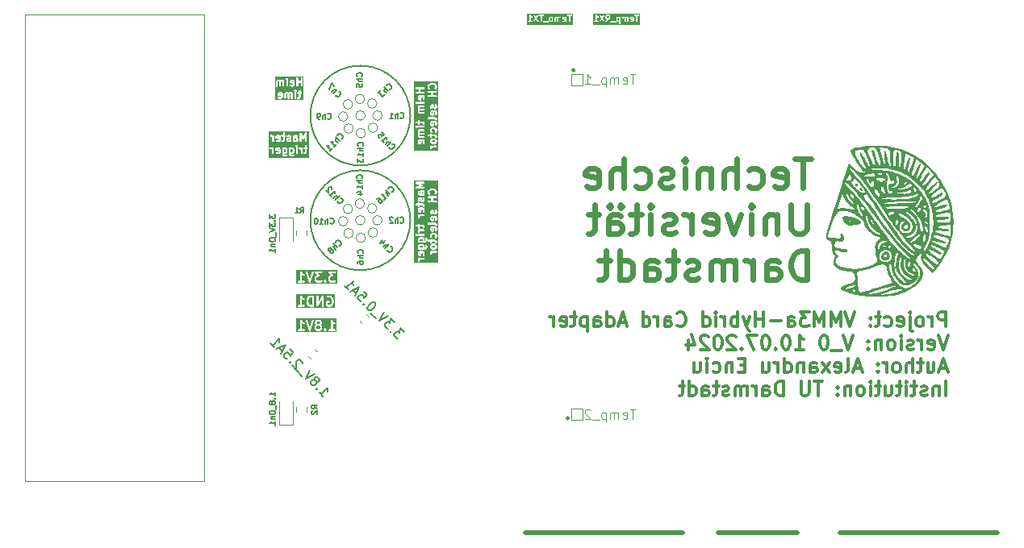
<source format=gbr>
%TF.GenerationSoftware,KiCad,Pcbnew,8.0.2*%
%TF.CreationDate,2024-07-11T13:13:48+02:00*%
%TF.ProjectId,HYDRA_VMM3_CARD,48594452-415f-4564-9d4d-335f43415244,rev?*%
%TF.SameCoordinates,Original*%
%TF.FileFunction,Legend,Bot*%
%TF.FilePolarity,Positive*%
%FSLAX46Y46*%
G04 Gerber Fmt 4.6, Leading zero omitted, Abs format (unit mm)*
G04 Created by KiCad (PCBNEW 8.0.2) date 2024-07-11 13:13:48*
%MOMM*%
%LPD*%
G01*
G04 APERTURE LIST*
%ADD10C,0.000000*%
%ADD11C,0.500000*%
%ADD12C,0.200000*%
%ADD13C,0.300000*%
%ADD14C,0.600000*%
%ADD15C,0.150000*%
%ADD16C,0.100000*%
%ADD17C,0.120000*%
%ADD18C,0.225000*%
G04 APERTURE END LIST*
D10*
G36*
X123383773Y-54545144D02*
G01*
X123461672Y-54548124D01*
X123549939Y-54553386D01*
X123649122Y-54560678D01*
X123709682Y-54566265D01*
X123770458Y-54573500D01*
X123831309Y-54582316D01*
X123892095Y-54592644D01*
X123952676Y-54604417D01*
X124012912Y-54617565D01*
X124131787Y-54647714D01*
X124247598Y-54682545D01*
X124359224Y-54721512D01*
X124465543Y-54764068D01*
X124565433Y-54809665D01*
X124612616Y-54833434D01*
X124657772Y-54857758D01*
X124700759Y-54882570D01*
X124741438Y-54907800D01*
X124779669Y-54933381D01*
X124815311Y-54959243D01*
X124848224Y-54985320D01*
X124878267Y-55011542D01*
X124905302Y-55037841D01*
X124929186Y-55064149D01*
X124949781Y-55090397D01*
X124966946Y-55116517D01*
X124980540Y-55142441D01*
X124990424Y-55168101D01*
X124996457Y-55193427D01*
X124998499Y-55218352D01*
X124997928Y-55225849D01*
X124996234Y-55233421D01*
X124993445Y-55241057D01*
X124989589Y-55248741D01*
X124978787Y-55264204D01*
X124964052Y-55279701D01*
X124945607Y-55295125D01*
X124923678Y-55310368D01*
X124898487Y-55325320D01*
X124870259Y-55339876D01*
X124839216Y-55353925D01*
X124805584Y-55367361D01*
X124769585Y-55380075D01*
X124731445Y-55391960D01*
X124691385Y-55402906D01*
X124649631Y-55412807D01*
X124606407Y-55421553D01*
X124561935Y-55429038D01*
X124561930Y-55429033D01*
X124417841Y-55450502D01*
X124288717Y-55468805D01*
X124173343Y-55483857D01*
X124070508Y-55495571D01*
X123978998Y-55503860D01*
X123897600Y-55508638D01*
X123860314Y-55509684D01*
X123825101Y-55509819D01*
X123791810Y-55509033D01*
X123760289Y-55507316D01*
X123730386Y-55504656D01*
X123701950Y-55501043D01*
X123674829Y-55496465D01*
X123648872Y-55490913D01*
X123623926Y-55484374D01*
X123599840Y-55476840D01*
X123576463Y-55468297D01*
X123553643Y-55458737D01*
X123531229Y-55448147D01*
X123509068Y-55436518D01*
X123487009Y-55423838D01*
X123464900Y-55410097D01*
X123419929Y-55379387D01*
X123372939Y-55344301D01*
X123346447Y-55322440D01*
X123320181Y-55297959D01*
X123294301Y-55271124D01*
X123268964Y-55242198D01*
X123244327Y-55211447D01*
X123220550Y-55179136D01*
X123197790Y-55145527D01*
X123176205Y-55110887D01*
X123155953Y-55075479D01*
X123137192Y-55039569D01*
X123133746Y-55032289D01*
X123747816Y-55032289D01*
X123748089Y-55053307D01*
X123749518Y-55073599D01*
X123752096Y-55093011D01*
X123755816Y-55111386D01*
X123760673Y-55128568D01*
X123763526Y-55136663D01*
X123766660Y-55144401D01*
X123770075Y-55151762D01*
X123773770Y-55158728D01*
X123777744Y-55165279D01*
X123781997Y-55171395D01*
X123786528Y-55177056D01*
X123791335Y-55182244D01*
X123796235Y-55186762D01*
X123801040Y-55190436D01*
X123805745Y-55193277D01*
X123810345Y-55195300D01*
X123814834Y-55196519D01*
X123819208Y-55196945D01*
X123823460Y-55196593D01*
X123827586Y-55195476D01*
X123831579Y-55193607D01*
X123835435Y-55191000D01*
X123839149Y-55187669D01*
X123842714Y-55183625D01*
X123849380Y-55173457D01*
X123855390Y-55160602D01*
X123860700Y-55145169D01*
X123865269Y-55127263D01*
X123869054Y-55106991D01*
X123872011Y-55084460D01*
X123874098Y-55059778D01*
X123875273Y-55033051D01*
X123875492Y-55004385D01*
X123874712Y-54973888D01*
X123872937Y-54940943D01*
X123870483Y-54911476D01*
X123869009Y-54898054D01*
X123867375Y-54885511D01*
X123865584Y-54873849D01*
X123863639Y-54863073D01*
X123861543Y-54853185D01*
X123859299Y-54844187D01*
X123856910Y-54836084D01*
X123854380Y-54828879D01*
X123851711Y-54822573D01*
X123848906Y-54817171D01*
X123845970Y-54812676D01*
X123842904Y-54809091D01*
X123839711Y-54806418D01*
X123836396Y-54804661D01*
X123832961Y-54803824D01*
X123829409Y-54803908D01*
X123825743Y-54804917D01*
X123821967Y-54806855D01*
X123818083Y-54809725D01*
X123814095Y-54813528D01*
X123810005Y-54818270D01*
X123805817Y-54823952D01*
X123801535Y-54830578D01*
X123797160Y-54838150D01*
X123792696Y-54846673D01*
X123788146Y-54856149D01*
X123783514Y-54866581D01*
X123778802Y-54877973D01*
X123770806Y-54899696D01*
X123764010Y-54921787D01*
X123758409Y-54944089D01*
X123753995Y-54966446D01*
X123750763Y-54988702D01*
X123748705Y-55010702D01*
X123747816Y-55032289D01*
X123133746Y-55032289D01*
X123120080Y-55003420D01*
X123104775Y-54967297D01*
X123091436Y-54931466D01*
X123080219Y-54896189D01*
X123071283Y-54861733D01*
X123064787Y-54828360D01*
X123057856Y-54778812D01*
X123054158Y-54734812D01*
X123054241Y-54696109D01*
X123055871Y-54678666D01*
X123058653Y-54662453D01*
X123062655Y-54647438D01*
X123067945Y-54633591D01*
X123074591Y-54620879D01*
X123082663Y-54609272D01*
X123092230Y-54598738D01*
X123103359Y-54589245D01*
X123116119Y-54580763D01*
X123130579Y-54573259D01*
X123146808Y-54566703D01*
X123164874Y-54561063D01*
X123206792Y-54552404D01*
X123256882Y-54547032D01*
X123315693Y-54544696D01*
X123383773Y-54545144D01*
G37*
D11*
X122770000Y-87780000D02*
X139270000Y-87780000D01*
D10*
G36*
X124950232Y-51565464D02*
G01*
X124962416Y-51566955D01*
X124974742Y-51569602D01*
X124987147Y-51573394D01*
X124999567Y-51578320D01*
X125011938Y-51584370D01*
X125024197Y-51591532D01*
X125036280Y-51599796D01*
X125048124Y-51609151D01*
X125059664Y-51619587D01*
X125070837Y-51631093D01*
X125081580Y-51643657D01*
X125091828Y-51657270D01*
X125101519Y-51671920D01*
X125110588Y-51687597D01*
X125118972Y-51704290D01*
X125126607Y-51721988D01*
X125133430Y-51740680D01*
X125133430Y-51740676D01*
X125136436Y-51750359D01*
X125138910Y-51759755D01*
X125140862Y-51768856D01*
X125142298Y-51777653D01*
X125143227Y-51786138D01*
X125143658Y-51794303D01*
X125143598Y-51802139D01*
X125143055Y-51809640D01*
X125142038Y-51816796D01*
X125140555Y-51823600D01*
X125138613Y-51830044D01*
X125136222Y-51836118D01*
X125133388Y-51841816D01*
X125130121Y-51847129D01*
X125126429Y-51852049D01*
X125122319Y-51856567D01*
X125117799Y-51860676D01*
X125112879Y-51864368D01*
X125107566Y-51867634D01*
X125101867Y-51870467D01*
X125095792Y-51872858D01*
X125089349Y-51874798D01*
X125082545Y-51876281D01*
X125075388Y-51877298D01*
X125067888Y-51877840D01*
X125060052Y-51877900D01*
X125051887Y-51877469D01*
X125043403Y-51876540D01*
X125034607Y-51875104D01*
X125025508Y-51873152D01*
X125016114Y-51870678D01*
X125006432Y-51867673D01*
X124996683Y-51864267D01*
X124987088Y-51860607D01*
X124968407Y-51852567D01*
X124950482Y-51843646D01*
X124933403Y-51833935D01*
X124917263Y-51823524D01*
X124902152Y-51812507D01*
X124888164Y-51800974D01*
X124875388Y-51789017D01*
X124869483Y-51782908D01*
X124863916Y-51776727D01*
X124858699Y-51770486D01*
X124853841Y-51764197D01*
X124849356Y-51757870D01*
X124845254Y-51751517D01*
X124841547Y-51745149D01*
X124838246Y-51738779D01*
X124835362Y-51732417D01*
X124832908Y-51726075D01*
X124830895Y-51719764D01*
X124829333Y-51713496D01*
X124828235Y-51707283D01*
X124827612Y-51701135D01*
X124827475Y-51695064D01*
X124827836Y-51689081D01*
X124830247Y-51671948D01*
X124833755Y-51656131D01*
X124838296Y-51641621D01*
X124843807Y-51628406D01*
X124850225Y-51616476D01*
X124857484Y-51605820D01*
X124865523Y-51596426D01*
X124874277Y-51588285D01*
X124883682Y-51581386D01*
X124893675Y-51575718D01*
X124904193Y-51571270D01*
X124915171Y-51568031D01*
X124926546Y-51565991D01*
X124938254Y-51565139D01*
X124950232Y-51565464D01*
G37*
D12*
X77700000Y-43970000D02*
G75*
G02*
X67200000Y-43970000I-5250000J0D01*
G01*
X67200000Y-43970000D02*
G75*
G02*
X77700000Y-43970000I5250000J0D01*
G01*
D10*
G36*
X127667337Y-58242611D02*
G01*
X127691757Y-58245914D01*
X127715522Y-58251320D01*
X127738594Y-58258746D01*
X127760937Y-58268111D01*
X127782515Y-58279334D01*
X127803294Y-58292333D01*
X127823235Y-58307027D01*
X127842305Y-58323333D01*
X127860465Y-58341171D01*
X127877682Y-58360458D01*
X127893918Y-58381113D01*
X127909137Y-58403055D01*
X127923305Y-58426201D01*
X127936384Y-58450471D01*
X127948338Y-58475783D01*
X127959132Y-58502055D01*
X127968730Y-58529205D01*
X127984193Y-58585815D01*
X127994440Y-58644960D01*
X127997516Y-58675279D01*
X127999181Y-58705988D01*
X127999397Y-58737004D01*
X127998130Y-58768245D01*
X127995342Y-58799631D01*
X127990998Y-58831080D01*
X127985062Y-58862509D01*
X127977498Y-58893838D01*
X127968270Y-58924985D01*
X127957342Y-58955869D01*
X127957342Y-58955649D01*
X127944823Y-58983780D01*
X127929656Y-59010088D01*
X127912020Y-59034574D01*
X127892089Y-59057237D01*
X127870040Y-59078078D01*
X127846050Y-59097098D01*
X127820296Y-59114297D01*
X127792953Y-59129675D01*
X127764198Y-59143234D01*
X127734207Y-59154973D01*
X127703157Y-59164893D01*
X127671224Y-59172995D01*
X127638586Y-59179279D01*
X127605417Y-59183745D01*
X127571894Y-59186393D01*
X127538195Y-59187225D01*
X127504495Y-59186241D01*
X127470971Y-59183442D01*
X127437799Y-59178826D01*
X127405155Y-59172396D01*
X127373217Y-59164152D01*
X127342160Y-59154094D01*
X127312161Y-59142222D01*
X127283396Y-59128538D01*
X127256042Y-59113041D01*
X127230275Y-59095731D01*
X127206272Y-59076611D01*
X127184209Y-59055679D01*
X127164262Y-59032937D01*
X127146608Y-59008384D01*
X127131423Y-58982022D01*
X127118884Y-58953850D01*
X127109890Y-58926809D01*
X127103303Y-58899028D01*
X127099043Y-58870612D01*
X127097036Y-58841666D01*
X127097203Y-58812295D01*
X127099467Y-58782604D01*
X127103752Y-58752697D01*
X127109980Y-58722679D01*
X127111311Y-58717740D01*
X127379749Y-58717740D01*
X127379957Y-58725877D01*
X127380573Y-58733911D01*
X127381587Y-58741832D01*
X127382989Y-58749629D01*
X127384769Y-58757292D01*
X127386917Y-58764812D01*
X127389422Y-58772177D01*
X127392275Y-58779379D01*
X127395465Y-58786406D01*
X127398982Y-58793248D01*
X127402816Y-58799896D01*
X127406956Y-58806339D01*
X127411393Y-58812566D01*
X127416116Y-58818569D01*
X127421115Y-58824336D01*
X127426381Y-58829857D01*
X127431902Y-58835123D01*
X127437668Y-58840123D01*
X127443671Y-58844846D01*
X127449898Y-58849283D01*
X127456341Y-58853424D01*
X127462988Y-58857258D01*
X127469830Y-58860775D01*
X127476857Y-58863965D01*
X127484059Y-58866818D01*
X127491424Y-58869324D01*
X127498944Y-58871472D01*
X127506607Y-58873252D01*
X127514405Y-58874655D01*
X127522325Y-58875669D01*
X127530360Y-58876285D01*
X127538497Y-58876493D01*
X127546634Y-58876285D01*
X127554668Y-58875669D01*
X127562589Y-58874655D01*
X127570386Y-58873252D01*
X127578049Y-58871472D01*
X127585568Y-58869324D01*
X127592934Y-58866819D01*
X127600135Y-58863966D01*
X127607162Y-58860776D01*
X127614004Y-58857259D01*
X127620652Y-58853425D01*
X127627094Y-58849285D01*
X127633322Y-58844848D01*
X127639324Y-58840124D01*
X127645091Y-58835125D01*
X127650612Y-58829859D01*
X127655877Y-58824338D01*
X127660877Y-58818571D01*
X127665600Y-58812568D01*
X127670037Y-58806341D01*
X127674178Y-58799898D01*
X127678012Y-58793250D01*
X127681529Y-58786408D01*
X127684719Y-58779381D01*
X127687571Y-58772179D01*
X127690077Y-58764814D01*
X127692225Y-58757294D01*
X127694005Y-58749630D01*
X127695407Y-58741833D01*
X127696421Y-58733912D01*
X127697037Y-58725878D01*
X127697245Y-58717740D01*
X127697037Y-58709603D01*
X127696421Y-58701569D01*
X127695407Y-58693648D01*
X127694005Y-58685850D01*
X127692225Y-58678187D01*
X127690077Y-58670667D01*
X127687572Y-58663302D01*
X127684719Y-58656100D01*
X127681529Y-58649073D01*
X127678012Y-58642231D01*
X127674179Y-58635584D01*
X127670038Y-58629141D01*
X127665602Y-58622914D01*
X127660878Y-58616911D01*
X127655879Y-58611145D01*
X127650614Y-58605624D01*
X127645093Y-58600358D01*
X127639326Y-58595359D01*
X127633324Y-58590636D01*
X127627096Y-58586199D01*
X127620654Y-58582059D01*
X127614006Y-58578225D01*
X127607164Y-58574708D01*
X127600137Y-58571518D01*
X127592936Y-58568665D01*
X127585570Y-58566160D01*
X127578051Y-58564012D01*
X127570387Y-58562232D01*
X127562590Y-58560830D01*
X127554669Y-58559816D01*
X127546635Y-58559200D01*
X127538497Y-58558992D01*
X127530360Y-58559200D01*
X127522326Y-58559816D01*
X127514406Y-58560830D01*
X127506609Y-58562232D01*
X127498945Y-58564012D01*
X127491426Y-58566160D01*
X127484060Y-58568665D01*
X127476859Y-58571518D01*
X127469832Y-58574708D01*
X127462990Y-58578225D01*
X127456343Y-58582059D01*
X127449900Y-58586199D01*
X127443673Y-58590636D01*
X127437670Y-58595359D01*
X127431903Y-58600358D01*
X127426382Y-58605624D01*
X127421117Y-58611145D01*
X127416117Y-58616911D01*
X127411394Y-58622914D01*
X127406957Y-58629141D01*
X127402817Y-58635584D01*
X127398983Y-58642231D01*
X127395466Y-58649073D01*
X127392276Y-58656100D01*
X127389423Y-58663302D01*
X127386918Y-58670667D01*
X127384770Y-58678187D01*
X127382989Y-58685850D01*
X127381587Y-58693648D01*
X127380573Y-58701569D01*
X127379957Y-58709603D01*
X127379749Y-58717740D01*
X127111311Y-58717740D01*
X127118074Y-58692655D01*
X127127959Y-58662730D01*
X127139555Y-58633009D01*
X127152787Y-58603596D01*
X127167578Y-58574596D01*
X127183850Y-58546115D01*
X127201527Y-58518256D01*
X127220531Y-58491124D01*
X127240785Y-58464825D01*
X127262213Y-58439464D01*
X127284737Y-58415144D01*
X127308281Y-58391971D01*
X127332767Y-58370050D01*
X127358119Y-58349485D01*
X127384259Y-58330381D01*
X127411111Y-58312843D01*
X127438597Y-58296976D01*
X127466640Y-58282884D01*
X127495164Y-58270673D01*
X127524091Y-58260448D01*
X127553345Y-58252312D01*
X127582848Y-58246371D01*
X127612524Y-58242729D01*
X127642295Y-58241492D01*
X127667337Y-58242611D01*
G37*
G36*
X124530384Y-51097954D02*
G01*
X124538417Y-51098570D01*
X124546338Y-51099584D01*
X124554135Y-51100987D01*
X124561798Y-51102767D01*
X124569318Y-51104915D01*
X124576683Y-51107420D01*
X124583884Y-51110273D01*
X124590911Y-51113463D01*
X124597754Y-51116980D01*
X124604401Y-51120814D01*
X124610844Y-51124955D01*
X124617071Y-51129392D01*
X124623073Y-51134115D01*
X124628840Y-51139115D01*
X124634361Y-51144380D01*
X124639627Y-51149901D01*
X124644626Y-51155668D01*
X124649350Y-51161671D01*
X124653787Y-51167898D01*
X124657927Y-51174341D01*
X124661761Y-51180989D01*
X124665278Y-51187831D01*
X124668468Y-51194858D01*
X124671321Y-51202060D01*
X124673826Y-51209426D01*
X124675974Y-51216945D01*
X124677754Y-51224609D01*
X124679157Y-51232406D01*
X124680171Y-51240327D01*
X124680787Y-51248362D01*
X124680994Y-51256499D01*
X124680787Y-51264636D01*
X124680171Y-51272671D01*
X124679157Y-51280592D01*
X124677754Y-51288389D01*
X124675974Y-51296052D01*
X124673827Y-51303572D01*
X124671321Y-51310938D01*
X124668469Y-51318139D01*
X124665279Y-51325166D01*
X124661762Y-51332008D01*
X124657928Y-51338656D01*
X124653788Y-51345098D01*
X124649351Y-51351326D01*
X124644628Y-51357328D01*
X124639628Y-51363095D01*
X124634363Y-51368616D01*
X124628842Y-51373881D01*
X124623075Y-51378880D01*
X124617073Y-51383603D01*
X124610846Y-51388040D01*
X124604403Y-51392181D01*
X124597756Y-51396014D01*
X124590913Y-51399531D01*
X124583886Y-51402721D01*
X124576685Y-51405574D01*
X124569320Y-51408079D01*
X124561800Y-51410227D01*
X124554136Y-51412007D01*
X124546339Y-51413409D01*
X124538418Y-51414423D01*
X124530384Y-51415039D01*
X124522247Y-51415247D01*
X124514109Y-51415039D01*
X124506075Y-51414423D01*
X124498154Y-51413409D01*
X124490357Y-51412007D01*
X124482693Y-51410227D01*
X124475173Y-51408079D01*
X124467807Y-51405574D01*
X124460606Y-51402721D01*
X124453579Y-51399531D01*
X124446736Y-51396014D01*
X124440089Y-51392181D01*
X124433646Y-51388040D01*
X124427418Y-51383603D01*
X124421416Y-51378880D01*
X124415649Y-51373881D01*
X124410128Y-51368616D01*
X124404862Y-51363095D01*
X124399863Y-51357328D01*
X124395139Y-51351326D01*
X124390702Y-51345098D01*
X124386562Y-51338656D01*
X124382728Y-51332008D01*
X124379211Y-51325166D01*
X124376021Y-51318139D01*
X124373168Y-51310938D01*
X124370662Y-51303572D01*
X124368514Y-51296052D01*
X124366734Y-51288389D01*
X124365332Y-51280592D01*
X124364318Y-51272671D01*
X124363702Y-51264636D01*
X124363494Y-51256499D01*
X124363702Y-51248362D01*
X124364318Y-51240328D01*
X124365332Y-51232407D01*
X124366734Y-51224610D01*
X124368514Y-51216947D01*
X124370662Y-51209427D01*
X124373168Y-51202062D01*
X124376021Y-51194860D01*
X124379211Y-51187833D01*
X124382728Y-51180991D01*
X124386562Y-51174343D01*
X124390702Y-51167900D01*
X124395139Y-51161673D01*
X124399863Y-51155670D01*
X124404862Y-51149903D01*
X124410128Y-51144382D01*
X124415649Y-51139116D01*
X124421416Y-51134117D01*
X124427418Y-51129393D01*
X124433646Y-51124956D01*
X124440089Y-51120815D01*
X124446736Y-51116981D01*
X124453579Y-51113464D01*
X124460606Y-51110274D01*
X124467807Y-51107421D01*
X124475173Y-51104915D01*
X124482693Y-51102767D01*
X124490357Y-51100987D01*
X124498154Y-51099585D01*
X124506075Y-51098570D01*
X124514109Y-51097954D01*
X124522247Y-51097747D01*
X124530384Y-51097954D01*
G37*
G36*
X127158979Y-47139546D02*
G01*
X127581972Y-47171151D01*
X127997219Y-47223718D01*
X128404522Y-47297157D01*
X128803682Y-47391378D01*
X129194502Y-47506293D01*
X129576782Y-47641812D01*
X129950325Y-47797845D01*
X130314932Y-47974304D01*
X130670405Y-48171098D01*
X131016546Y-48388140D01*
X131353156Y-48625339D01*
X131680037Y-48882606D01*
X131996991Y-49159851D01*
X132303820Y-49456986D01*
X132600324Y-49773922D01*
X132840069Y-50055448D01*
X133065249Y-50345332D01*
X133275843Y-50642980D01*
X133471832Y-50947799D01*
X133653195Y-51259197D01*
X133819912Y-51576581D01*
X133971963Y-51899358D01*
X134109327Y-52226935D01*
X134231986Y-52558720D01*
X134339918Y-52894120D01*
X134433103Y-53232542D01*
X134511521Y-53573393D01*
X134575153Y-53916081D01*
X134623977Y-54260012D01*
X134657973Y-54604595D01*
X134677123Y-54949236D01*
X134681404Y-55293343D01*
X134670798Y-55636322D01*
X134645283Y-55977582D01*
X134604841Y-56316529D01*
X134549450Y-56652570D01*
X134479090Y-56985113D01*
X134393742Y-57313565D01*
X134293385Y-57637334D01*
X134177999Y-57955826D01*
X134047563Y-58268449D01*
X133902059Y-58574609D01*
X133741465Y-58873715D01*
X133565761Y-59165174D01*
X133374927Y-59448392D01*
X133168944Y-59722777D01*
X132947790Y-59987737D01*
X132459049Y-60543361D01*
X131830032Y-59834166D01*
X131745412Y-59737373D01*
X131668519Y-59646404D01*
X131599154Y-59560864D01*
X131537119Y-59480357D01*
X131482214Y-59404486D01*
X131434240Y-59332856D01*
X131392998Y-59265069D01*
X131358291Y-59200731D01*
X131343325Y-59169730D01*
X131329917Y-59139444D01*
X131318044Y-59109821D01*
X131307680Y-59080812D01*
X131298800Y-59052368D01*
X131291379Y-59024440D01*
X131286448Y-59001821D01*
X131527911Y-59001821D01*
X131529140Y-59017402D01*
X131534472Y-59036908D01*
X131543927Y-59060302D01*
X131557523Y-59087545D01*
X131575281Y-59118601D01*
X131623354Y-59192000D01*
X131688301Y-59280195D01*
X131770273Y-59382887D01*
X131869425Y-59499773D01*
X131985909Y-59630553D01*
X131985905Y-59630553D01*
X132073726Y-59726547D01*
X132152515Y-59811312D01*
X132222905Y-59885219D01*
X132255149Y-59918218D01*
X132285532Y-59948643D01*
X132314132Y-59976539D01*
X132341030Y-60001954D01*
X132366304Y-60024933D01*
X132390034Y-60045525D01*
X132412299Y-60063774D01*
X132433179Y-60079728D01*
X132452752Y-60093433D01*
X132471099Y-60104935D01*
X132488298Y-60114282D01*
X132504429Y-60121520D01*
X132512119Y-60124362D01*
X132519571Y-60126694D01*
X132526796Y-60128523D01*
X132533804Y-60129853D01*
X132540604Y-60130691D01*
X132547206Y-60131042D01*
X132553621Y-60130912D01*
X132559858Y-60130307D01*
X132565927Y-60129234D01*
X132571839Y-60127697D01*
X132577602Y-60125702D01*
X132583227Y-60123256D01*
X132588724Y-60120363D01*
X132594103Y-60117031D01*
X132599373Y-60113265D01*
X132604545Y-60109070D01*
X132614633Y-60099418D01*
X132624446Y-60088122D01*
X132634064Y-60075229D01*
X132643566Y-60060784D01*
X132653031Y-60044836D01*
X132662539Y-60027430D01*
X132664961Y-60020627D01*
X132665775Y-60012528D01*
X132665017Y-60003173D01*
X132662721Y-59992605D01*
X132653656Y-59967996D01*
X132638861Y-59939034D01*
X132618616Y-59906057D01*
X132593200Y-59869397D01*
X132562893Y-59829391D01*
X132527977Y-59786373D01*
X132488730Y-59740679D01*
X132445434Y-59692643D01*
X132398367Y-59642601D01*
X132347810Y-59590886D01*
X132294044Y-59537836D01*
X132237347Y-59483783D01*
X132178001Y-59429064D01*
X132116285Y-59374013D01*
X131988864Y-59264756D01*
X131876631Y-59173610D01*
X131779739Y-59100274D01*
X131698343Y-59044447D01*
X131632594Y-59005828D01*
X131605635Y-58992877D01*
X131582646Y-58984115D01*
X131563645Y-58979504D01*
X131548652Y-58979007D01*
X131537686Y-58982586D01*
X131530766Y-58990203D01*
X131527911Y-59001821D01*
X131286448Y-59001821D01*
X131285393Y-58996977D01*
X131280816Y-58969931D01*
X131277624Y-58943251D01*
X131275792Y-58916889D01*
X131275294Y-58890794D01*
X131276107Y-58864917D01*
X131278205Y-58839209D01*
X131281564Y-58813620D01*
X131286158Y-58788100D01*
X131291962Y-58762601D01*
X131311148Y-58679430D01*
X131324180Y-58607672D01*
X131328432Y-58576069D01*
X131331199Y-58547314D01*
X131332287Y-58525598D01*
X131824749Y-58525598D01*
X131827752Y-58548212D01*
X131836521Y-58574711D01*
X131850694Y-58604772D01*
X131869909Y-58638070D01*
X131922018Y-58713078D01*
X131989954Y-58797140D01*
X132070822Y-58887660D01*
X132161727Y-58982043D01*
X132259777Y-59077691D01*
X132362076Y-59172011D01*
X132465730Y-59262404D01*
X132567844Y-59346277D01*
X132665525Y-59421033D01*
X132755878Y-59484076D01*
X132836009Y-59532810D01*
X132871336Y-59551001D01*
X132903023Y-59564640D01*
X132930706Y-59573405D01*
X132954025Y-59576970D01*
X132972618Y-59575011D01*
X132986123Y-59567203D01*
X133020358Y-59530262D01*
X133047398Y-59494494D01*
X133058103Y-59476882D01*
X133066869Y-59459361D01*
X133073647Y-59441865D01*
X133078392Y-59424327D01*
X133081055Y-59406678D01*
X133081591Y-59388853D01*
X133079952Y-59370783D01*
X133076091Y-59352402D01*
X133069960Y-59333643D01*
X133061514Y-59314437D01*
X133050704Y-59294719D01*
X133037483Y-59274421D01*
X133021806Y-59253476D01*
X133003624Y-59231817D01*
X132959558Y-59186086D01*
X132904909Y-59136692D01*
X132839302Y-59083097D01*
X132762358Y-59024764D01*
X132673703Y-58961155D01*
X132572959Y-58891734D01*
X132459750Y-58815963D01*
X132395063Y-58773826D01*
X132332191Y-58734193D01*
X132271458Y-58697213D01*
X132213191Y-58663035D01*
X132157713Y-58631808D01*
X132105352Y-58603680D01*
X132056433Y-58578800D01*
X132011280Y-58557317D01*
X131970221Y-58539380D01*
X131933580Y-58525138D01*
X131901682Y-58514738D01*
X131887614Y-58511026D01*
X131874854Y-58508331D01*
X131863443Y-58506671D01*
X131853422Y-58506065D01*
X131844830Y-58506531D01*
X131837709Y-58508088D01*
X131832100Y-58510755D01*
X131828043Y-58514550D01*
X131825579Y-58519491D01*
X131824749Y-58525598D01*
X131332287Y-58525598D01*
X131332497Y-58521406D01*
X131332344Y-58498344D01*
X131330758Y-58478125D01*
X131327756Y-58460748D01*
X131323355Y-58446212D01*
X131317574Y-58434514D01*
X131310428Y-58425655D01*
X131301937Y-58419631D01*
X131292117Y-58416441D01*
X131280986Y-58416084D01*
X131268562Y-58418558D01*
X131254861Y-58423862D01*
X131239901Y-58431994D01*
X131223701Y-58442952D01*
X131206276Y-58456736D01*
X131187645Y-58473342D01*
X131167826Y-58492770D01*
X131146835Y-58515019D01*
X131101409Y-58567969D01*
X131051507Y-58632182D01*
X130997269Y-58707644D01*
X130938834Y-58794342D01*
X130895680Y-58861053D01*
X130858661Y-58921042D01*
X130827971Y-58975426D01*
X130815061Y-59000864D01*
X130803807Y-59025318D01*
X130794233Y-59048929D01*
X130786364Y-59071835D01*
X130780223Y-59094176D01*
X130775836Y-59116091D01*
X130773227Y-59137720D01*
X130772420Y-59159202D01*
X130773440Y-59180676D01*
X130776311Y-59202282D01*
X130781058Y-59224159D01*
X130787704Y-59246447D01*
X130796275Y-59269285D01*
X130806795Y-59292812D01*
X130819287Y-59317168D01*
X130833778Y-59342492D01*
X130850290Y-59368924D01*
X130868849Y-59396602D01*
X130912204Y-59456258D01*
X130964038Y-59522574D01*
X131024547Y-59596666D01*
X131093925Y-59679648D01*
X131136029Y-59731377D01*
X131176952Y-59784977D01*
X131216483Y-59840029D01*
X131254409Y-59896114D01*
X131290519Y-59952812D01*
X131324600Y-60009705D01*
X131356442Y-60066373D01*
X131385831Y-60122398D01*
X131412557Y-60177359D01*
X131436407Y-60230838D01*
X131457168Y-60282416D01*
X131474631Y-60331674D01*
X131488581Y-60378192D01*
X131498808Y-60421552D01*
X131505100Y-60461333D01*
X131507244Y-60497118D01*
X131504075Y-60577441D01*
X131494650Y-60658244D01*
X131479089Y-60739421D01*
X131457514Y-60820864D01*
X131430045Y-60902469D01*
X131396803Y-60984130D01*
X131313487Y-61147192D01*
X131208533Y-61309203D01*
X131082909Y-61469314D01*
X130937584Y-61626677D01*
X130773526Y-61780444D01*
X130591702Y-61929765D01*
X130393083Y-62073792D01*
X130178634Y-62211678D01*
X129949326Y-62342574D01*
X129706125Y-62465631D01*
X129450000Y-62580000D01*
X129181920Y-62684835D01*
X128902853Y-62779285D01*
X128902857Y-62779285D01*
X128738908Y-62821734D01*
X128536539Y-62859500D01*
X128300984Y-62892498D01*
X128037475Y-62920644D01*
X127447529Y-62962041D01*
X126808562Y-62983011D01*
X126162436Y-62982875D01*
X125551015Y-62960955D01*
X125271401Y-62941614D01*
X125016161Y-62916572D01*
X124790529Y-62885745D01*
X124599737Y-62849048D01*
X124458982Y-62814130D01*
X124428077Y-62805630D01*
X127030530Y-62805630D01*
X127031100Y-62807426D01*
X127032235Y-62809051D01*
X127036218Y-62811781D01*
X127042521Y-62813803D01*
X127051185Y-62815097D01*
X127062249Y-62815645D01*
X127147956Y-62812163D01*
X127259668Y-62800563D01*
X127544497Y-62756818D01*
X127883521Y-62692026D01*
X128243524Y-62613802D01*
X128591290Y-62529761D01*
X128893603Y-62447520D01*
X129017335Y-62409453D01*
X129117248Y-62374692D01*
X129189190Y-62344188D01*
X129229009Y-62318894D01*
X129245011Y-62300734D01*
X129254972Y-62284406D01*
X129259087Y-62269886D01*
X129257546Y-62257148D01*
X129250541Y-62246167D01*
X129238264Y-62236917D01*
X129198663Y-62223510D01*
X129140276Y-62216725D01*
X129064640Y-62216359D01*
X128973289Y-62222209D01*
X128867759Y-62234072D01*
X128749583Y-62251746D01*
X128620298Y-62275029D01*
X128334539Y-62337608D01*
X128022761Y-62420188D01*
X127860953Y-62468471D01*
X127697245Y-62521147D01*
X127697250Y-62521147D01*
X127609542Y-62550858D01*
X127526718Y-62579762D01*
X127449102Y-62607710D01*
X127377021Y-62634552D01*
X127310801Y-62660136D01*
X127250765Y-62684314D01*
X127197241Y-62706935D01*
X127150554Y-62727848D01*
X127111029Y-62746903D01*
X127078992Y-62763950D01*
X127054768Y-62778838D01*
X127045688Y-62785426D01*
X127038684Y-62791418D01*
X127033796Y-62796795D01*
X127031064Y-62801539D01*
X127030530Y-62805630D01*
X124428077Y-62805630D01*
X124302894Y-62771202D01*
X124136660Y-62721944D01*
X123965728Y-62668117D01*
X125851118Y-62668117D01*
X125851462Y-62673890D01*
X125852614Y-62679511D01*
X125854584Y-62684967D01*
X125857384Y-62690247D01*
X125861022Y-62695339D01*
X125865509Y-62700229D01*
X125870856Y-62704905D01*
X125877071Y-62709356D01*
X125884167Y-62713568D01*
X125907660Y-62720018D01*
X125944341Y-62721538D01*
X126053616Y-62710911D01*
X126204685Y-62683929D01*
X126390243Y-62642836D01*
X126835601Y-62527284D01*
X127331243Y-62382194D01*
X127818723Y-62225509D01*
X128239594Y-62075168D01*
X128406787Y-62007984D01*
X128535410Y-61949112D01*
X128618157Y-61900798D01*
X128640044Y-61881300D01*
X128647723Y-61865282D01*
X128642696Y-61857994D01*
X128627622Y-61853790D01*
X128569379Y-61854119D01*
X128477090Y-61865234D01*
X128354852Y-61886105D01*
X128036910Y-61952983D01*
X127648323Y-62046495D01*
X127221861Y-62158383D01*
X126790293Y-62280388D01*
X126386387Y-62404253D01*
X126042915Y-62521720D01*
X126027474Y-62527589D01*
X126012608Y-62533590D01*
X125998327Y-62539710D01*
X125984640Y-62545937D01*
X125971558Y-62552257D01*
X125959091Y-62558660D01*
X125947250Y-62565132D01*
X125936044Y-62571662D01*
X125925483Y-62578237D01*
X125915578Y-62584844D01*
X125906339Y-62591472D01*
X125897777Y-62598108D01*
X125889900Y-62604740D01*
X125882720Y-62611355D01*
X125876247Y-62617941D01*
X125870490Y-62624486D01*
X125865460Y-62630978D01*
X125861168Y-62637404D01*
X125857622Y-62643752D01*
X125854835Y-62650010D01*
X125852814Y-62656165D01*
X125851572Y-62662204D01*
X125851118Y-62668117D01*
X123965728Y-62668117D01*
X123965469Y-62668035D01*
X123794508Y-62611156D01*
X123628965Y-62552987D01*
X123474028Y-62495207D01*
X123334885Y-62439496D01*
X123229082Y-62395027D01*
X123136632Y-62355306D01*
X123057132Y-62319705D01*
X123022113Y-62303253D01*
X122990180Y-62287595D01*
X122988701Y-62286830D01*
X124099017Y-62286830D01*
X124099065Y-62293478D01*
X124099570Y-62300320D01*
X124100534Y-62307347D01*
X124101964Y-62314548D01*
X124103863Y-62321914D01*
X124106236Y-62329433D01*
X124109087Y-62337097D01*
X124112421Y-62344894D01*
X124116243Y-62352815D01*
X124120556Y-62360849D01*
X124125365Y-62368987D01*
X124135723Y-62385159D01*
X124146503Y-62400877D01*
X124157619Y-62416060D01*
X124168984Y-62430627D01*
X124180514Y-62444496D01*
X124192121Y-62457586D01*
X124203719Y-62469816D01*
X124215222Y-62481103D01*
X124226544Y-62491368D01*
X124237598Y-62500528D01*
X124248299Y-62508502D01*
X124258560Y-62515209D01*
X124263499Y-62518062D01*
X124268296Y-62520567D01*
X124272939Y-62522715D01*
X124277419Y-62524495D01*
X124281724Y-62525897D01*
X124285844Y-62526911D01*
X124289767Y-62527527D01*
X124293484Y-62527735D01*
X124297072Y-62527527D01*
X124300616Y-62526911D01*
X124304109Y-62525897D01*
X124307548Y-62524495D01*
X124310927Y-62522715D01*
X124314243Y-62520567D01*
X124320667Y-62515209D01*
X124326784Y-62508502D01*
X124332556Y-62500528D01*
X124337949Y-62491368D01*
X124342927Y-62481103D01*
X124347453Y-62469816D01*
X124351492Y-62457586D01*
X124355009Y-62444496D01*
X124357966Y-62430627D01*
X124360329Y-62416060D01*
X124362061Y-62400877D01*
X124363126Y-62385159D01*
X124363490Y-62368987D01*
X124363270Y-62360849D01*
X124362617Y-62352815D01*
X124361543Y-62344894D01*
X124360058Y-62337097D01*
X124358173Y-62329433D01*
X124355898Y-62321914D01*
X124353245Y-62314548D01*
X124350224Y-62307347D01*
X124346846Y-62300320D01*
X124343121Y-62293478D01*
X124339061Y-62286830D01*
X124334676Y-62280388D01*
X124329977Y-62274160D01*
X124324975Y-62268158D01*
X124319680Y-62262391D01*
X124314104Y-62256870D01*
X124308257Y-62251605D01*
X124302150Y-62246606D01*
X124295793Y-62241882D01*
X124289198Y-62237446D01*
X124282375Y-62233305D01*
X124275336Y-62229472D01*
X124268089Y-62225955D01*
X124260648Y-62222765D01*
X124253022Y-62219912D01*
X124245221Y-62217407D01*
X124237258Y-62215259D01*
X124229142Y-62213479D01*
X124220885Y-62212077D01*
X124212497Y-62211063D01*
X124203989Y-62210447D01*
X124195371Y-62210239D01*
X124186882Y-62210447D01*
X124178755Y-62211063D01*
X124170993Y-62212077D01*
X124163603Y-62213479D01*
X124156587Y-62215259D01*
X124149951Y-62217407D01*
X124143699Y-62219912D01*
X124137836Y-62222765D01*
X124132366Y-62225955D01*
X124127293Y-62229472D01*
X124122622Y-62233305D01*
X124118358Y-62237446D01*
X124114505Y-62241882D01*
X124111068Y-62246606D01*
X124108050Y-62251605D01*
X124105457Y-62256870D01*
X124103293Y-62262391D01*
X124101563Y-62268158D01*
X124100270Y-62274160D01*
X124099420Y-62280388D01*
X124099017Y-62286830D01*
X122988701Y-62286830D01*
X122961285Y-62272653D01*
X122935376Y-62258348D01*
X122912403Y-62244601D01*
X122892316Y-62231333D01*
X122875065Y-62218467D01*
X122860599Y-62205924D01*
X122848869Y-62193624D01*
X122839824Y-62181490D01*
X122833413Y-62169443D01*
X122831281Y-62163699D01*
X123355129Y-62163699D01*
X123355141Y-62166183D01*
X123355468Y-62168556D01*
X123356112Y-62170816D01*
X123357074Y-62172962D01*
X123358356Y-62174992D01*
X123359960Y-62176903D01*
X123361888Y-62178695D01*
X123364142Y-62180365D01*
X123366724Y-62181911D01*
X123372879Y-62184626D01*
X123380368Y-62186825D01*
X123389206Y-62188494D01*
X123399410Y-62189619D01*
X123410993Y-62190184D01*
X123437722Y-62189638D01*
X123468548Y-62186887D01*
X123503108Y-62182040D01*
X123541033Y-62175205D01*
X123625517Y-62156012D01*
X123719069Y-62130177D01*
X123818761Y-62098573D01*
X123921662Y-62062069D01*
X124024841Y-62021538D01*
X124125370Y-61977851D01*
X124149471Y-61966665D01*
X124172649Y-61955605D01*
X124194890Y-61944686D01*
X124216178Y-61933921D01*
X124236499Y-61923327D01*
X124255836Y-61912916D01*
X124274174Y-61902703D01*
X124291499Y-61892704D01*
X124307795Y-61882931D01*
X124323047Y-61873400D01*
X124337239Y-61864125D01*
X124350356Y-61855120D01*
X124362384Y-61846401D01*
X124373306Y-61837980D01*
X124383107Y-61829874D01*
X124391772Y-61822095D01*
X124399287Y-61814660D01*
X124405635Y-61807581D01*
X124410801Y-61800873D01*
X124414771Y-61794552D01*
X124417529Y-61788631D01*
X124418448Y-61785825D01*
X124419059Y-61783124D01*
X124419359Y-61780531D01*
X124419346Y-61778047D01*
X124419019Y-61775674D01*
X124418375Y-61773414D01*
X124417414Y-61771268D01*
X124416132Y-61769238D01*
X124414528Y-61767326D01*
X124412599Y-61765535D01*
X124410345Y-61763865D01*
X124407764Y-61762319D01*
X124401609Y-61759604D01*
X124394120Y-61757404D01*
X124385281Y-61755735D01*
X124375078Y-61754611D01*
X124363494Y-61754045D01*
X124336766Y-61754592D01*
X124305939Y-61757343D01*
X124271380Y-61762190D01*
X124233454Y-61769024D01*
X124148971Y-61788218D01*
X124055418Y-61814053D01*
X123955726Y-61845658D01*
X123852826Y-61882163D01*
X123749646Y-61922695D01*
X123649117Y-61966384D01*
X123625017Y-61977569D01*
X123601838Y-61988629D01*
X123579597Y-61999547D01*
X123558309Y-62010311D01*
X123537989Y-62020906D01*
X123518652Y-62031316D01*
X123500313Y-62041529D01*
X123482988Y-62051528D01*
X123466692Y-62061300D01*
X123451440Y-62070831D01*
X123437248Y-62080106D01*
X123424131Y-62089110D01*
X123412104Y-62097830D01*
X123401182Y-62106250D01*
X123391380Y-62114357D01*
X123382715Y-62122135D01*
X123375200Y-62129571D01*
X123368852Y-62136649D01*
X123363686Y-62143357D01*
X123359716Y-62149678D01*
X123356959Y-62155599D01*
X123356039Y-62158405D01*
X123355429Y-62161105D01*
X123355129Y-62163699D01*
X122831281Y-62163699D01*
X122831180Y-62163427D01*
X122829587Y-62157404D01*
X122828628Y-62151363D01*
X122828296Y-62145294D01*
X122828585Y-62139188D01*
X122829488Y-62133035D01*
X122833115Y-62120549D01*
X122839125Y-62107757D01*
X122847468Y-62094579D01*
X122858094Y-62080938D01*
X122870954Y-62066756D01*
X122885996Y-62051952D01*
X122903170Y-62036450D01*
X122922427Y-62020169D01*
X122966986Y-61984961D01*
X123019271Y-61945697D01*
X123053425Y-61921644D01*
X123091204Y-61897328D01*
X123132217Y-61872915D01*
X123176074Y-61848570D01*
X123222383Y-61824460D01*
X123270753Y-61800751D01*
X123320795Y-61777608D01*
X123372115Y-61755197D01*
X123477031Y-61713236D01*
X123529845Y-61694017D01*
X123582374Y-61676195D01*
X123634228Y-61659934D01*
X123685015Y-61645401D01*
X123734346Y-61632762D01*
X123781828Y-61622182D01*
X123872963Y-61600908D01*
X123955798Y-61575956D01*
X123994137Y-61562041D01*
X124030443Y-61547137D01*
X124064730Y-61531218D01*
X124097011Y-61514261D01*
X124127301Y-61496244D01*
X124155613Y-61477141D01*
X124181962Y-61456929D01*
X124206361Y-61435586D01*
X124228825Y-61413087D01*
X124249367Y-61389408D01*
X124268001Y-61364526D01*
X124284742Y-61338417D01*
X124299602Y-61311058D01*
X124312598Y-61282425D01*
X124323741Y-61252494D01*
X124333047Y-61221242D01*
X124340528Y-61188645D01*
X124346200Y-61154680D01*
X124350076Y-61119322D01*
X124352170Y-61082549D01*
X124352496Y-61044336D01*
X124351068Y-61004660D01*
X124347900Y-60963497D01*
X124343006Y-60920824D01*
X124328095Y-60830852D01*
X124306448Y-60734555D01*
X124292094Y-60683279D01*
X124275691Y-60636465D01*
X124256889Y-60593903D01*
X124235336Y-60555382D01*
X124223418Y-60537571D01*
X124213455Y-60524368D01*
X124561043Y-60524368D01*
X124561203Y-60543807D01*
X124562641Y-60564321D01*
X124565293Y-60585960D01*
X124569096Y-60608772D01*
X124573985Y-60632807D01*
X124586768Y-60684742D01*
X124604869Y-60767401D01*
X124621840Y-60874267D01*
X124637305Y-61000872D01*
X124650886Y-61142751D01*
X124662206Y-61295436D01*
X124670887Y-61454463D01*
X124676552Y-61615365D01*
X124678825Y-61773674D01*
X124678829Y-61773679D01*
X124680708Y-61917539D01*
X124686071Y-62044531D01*
X124695824Y-62155214D01*
X124702629Y-62204615D01*
X124710870Y-62250149D01*
X124720661Y-62291886D01*
X124732114Y-62329896D01*
X124745343Y-62364249D01*
X124760461Y-62395015D01*
X124777580Y-62422263D01*
X124796813Y-62446065D01*
X124818275Y-62466489D01*
X124842077Y-62483607D01*
X124868333Y-62497487D01*
X124897156Y-62508200D01*
X124928658Y-62515816D01*
X124962954Y-62520405D01*
X125000155Y-62522037D01*
X125040376Y-62520782D01*
X125083728Y-62516710D01*
X125130326Y-62509891D01*
X125233709Y-62488290D01*
X125351428Y-62456542D01*
X125484389Y-62415205D01*
X125633495Y-62364839D01*
X125876702Y-62284909D01*
X126245516Y-62169160D01*
X126689862Y-62033100D01*
X127159661Y-61892240D01*
X128288955Y-61557468D01*
X127993098Y-60977161D01*
X127962959Y-60916219D01*
X127933666Y-60853400D01*
X127905370Y-60789183D01*
X127878222Y-60724044D01*
X127852374Y-60658462D01*
X127827978Y-60592916D01*
X127805186Y-60527883D01*
X127784149Y-60463843D01*
X127765018Y-60401271D01*
X127747947Y-60340648D01*
X127733085Y-60282451D01*
X127720585Y-60227158D01*
X127710600Y-60175247D01*
X127703279Y-60127197D01*
X127698775Y-60083486D01*
X127697240Y-60044591D01*
X127695652Y-60001479D01*
X127690929Y-59960678D01*
X127683133Y-59922198D01*
X127672328Y-59886047D01*
X127664630Y-59867121D01*
X127921768Y-59867121D01*
X127929191Y-59952560D01*
X127944701Y-60045996D01*
X127968063Y-60146533D01*
X127999041Y-60253275D01*
X128037400Y-60365327D01*
X128082907Y-60481792D01*
X128135326Y-60601777D01*
X128194423Y-60724384D01*
X128259962Y-60848718D01*
X128331709Y-60973884D01*
X128409429Y-61098986D01*
X128409425Y-61098999D01*
X128448426Y-61157000D01*
X128491092Y-61216120D01*
X128536999Y-61275937D01*
X128585723Y-61336028D01*
X128636842Y-61395968D01*
X128689930Y-61455336D01*
X128744565Y-61513708D01*
X128800322Y-61570660D01*
X128856777Y-61625770D01*
X128913508Y-61678615D01*
X128970090Y-61728770D01*
X129026100Y-61775814D01*
X129081114Y-61819323D01*
X129134707Y-61858873D01*
X129186457Y-61894042D01*
X129235940Y-61924407D01*
X129314656Y-61969365D01*
X129385311Y-62008262D01*
X129449088Y-62041066D01*
X129507168Y-62067744D01*
X129534441Y-62078776D01*
X129560733Y-62088264D01*
X129586192Y-62096205D01*
X129610965Y-62102594D01*
X129635200Y-62107427D01*
X129659044Y-62110701D01*
X129682647Y-62112411D01*
X129706154Y-62112553D01*
X129729714Y-62111124D01*
X129753476Y-62108118D01*
X129777585Y-62103533D01*
X129802191Y-62097363D01*
X129827440Y-62089605D01*
X129853481Y-62080256D01*
X129880461Y-62069310D01*
X129908528Y-62056764D01*
X129968513Y-62026856D01*
X130034619Y-61990498D01*
X130108027Y-61947658D01*
X130189919Y-61898305D01*
X130298348Y-61828818D01*
X130402226Y-61755172D01*
X130501213Y-61677825D01*
X130594975Y-61597233D01*
X130683173Y-61513854D01*
X130765471Y-61428144D01*
X130841530Y-61340560D01*
X130911015Y-61251559D01*
X130973588Y-61161598D01*
X131028911Y-61071133D01*
X131076648Y-60980622D01*
X131116462Y-60890522D01*
X131148015Y-60801288D01*
X131160589Y-60757140D01*
X131170970Y-60713379D01*
X131179119Y-60670064D01*
X131184991Y-60627251D01*
X131188545Y-60584998D01*
X131189739Y-60543361D01*
X131188527Y-60506359D01*
X131184963Y-60468011D01*
X131179154Y-60428481D01*
X131171208Y-60387936D01*
X131161233Y-60346540D01*
X131149336Y-60304458D01*
X131135625Y-60261857D01*
X131120207Y-60218901D01*
X131103191Y-60175756D01*
X131084683Y-60132587D01*
X131043624Y-60046839D01*
X130997892Y-59962980D01*
X130948348Y-59882332D01*
X130895852Y-59806218D01*
X130841266Y-59735961D01*
X130813458Y-59703442D01*
X130785450Y-59672884D01*
X130757350Y-59644451D01*
X130729266Y-59618309D01*
X130701305Y-59594623D01*
X130673575Y-59573559D01*
X130646183Y-59555282D01*
X130619237Y-59539957D01*
X130592845Y-59527750D01*
X130567114Y-59518826D01*
X130542152Y-59513351D01*
X130518067Y-59511489D01*
X130509424Y-59511969D01*
X130501784Y-59513395D01*
X130495137Y-59515742D01*
X130489472Y-59518988D01*
X130484778Y-59523108D01*
X130481044Y-59528079D01*
X130478260Y-59533877D01*
X130476414Y-59540480D01*
X130475497Y-59547863D01*
X130475497Y-59556002D01*
X130476404Y-59564875D01*
X130478206Y-59574458D01*
X130484455Y-59595659D01*
X130494159Y-59619416D01*
X130507231Y-59645542D01*
X130523585Y-59673847D01*
X130543135Y-59704143D01*
X130565795Y-59736243D01*
X130591480Y-59769957D01*
X130620103Y-59805097D01*
X130651578Y-59841476D01*
X130685819Y-59878904D01*
X130739534Y-59939303D01*
X130788216Y-60000686D01*
X130831904Y-60062939D01*
X130870634Y-60125945D01*
X130904442Y-60189590D01*
X130933367Y-60253759D01*
X130957445Y-60318335D01*
X130976713Y-60383204D01*
X130991208Y-60448251D01*
X131000967Y-60513360D01*
X131006027Y-60578416D01*
X131006425Y-60643304D01*
X131002198Y-60707909D01*
X130993383Y-60772114D01*
X130980017Y-60835806D01*
X130962136Y-60898869D01*
X130939779Y-60961187D01*
X130912981Y-61022646D01*
X130881781Y-61083130D01*
X130846214Y-61142523D01*
X130806318Y-61200711D01*
X130762130Y-61257579D01*
X130713686Y-61313010D01*
X130661025Y-61366890D01*
X130604182Y-61419104D01*
X130543195Y-61469536D01*
X130478101Y-61518071D01*
X130408936Y-61564594D01*
X130335738Y-61608990D01*
X130258544Y-61651143D01*
X130177391Y-61690938D01*
X130092315Y-61728260D01*
X130017645Y-61758350D01*
X129949138Y-61783888D01*
X129885930Y-61804751D01*
X129827156Y-61820816D01*
X129799162Y-61827011D01*
X129771952Y-61831959D01*
X129745418Y-61835647D01*
X129719453Y-61838058D01*
X129693948Y-61839177D01*
X129668795Y-61838989D01*
X129643886Y-61837478D01*
X129619113Y-61834630D01*
X129594368Y-61830427D01*
X129569543Y-61824856D01*
X129544530Y-61817901D01*
X129519220Y-61809546D01*
X129493507Y-61799776D01*
X129467281Y-61788575D01*
X129412859Y-61761822D01*
X129355091Y-61729162D01*
X129293113Y-61690473D01*
X129226059Y-61645632D01*
X129153066Y-61594515D01*
X129059019Y-61521625D01*
X128966291Y-61438302D01*
X128875537Y-61345723D01*
X128787411Y-61245064D01*
X128702570Y-61137502D01*
X128621668Y-61024215D01*
X128545361Y-60906378D01*
X128474305Y-60785169D01*
X128409153Y-60661765D01*
X128350563Y-60537342D01*
X128299189Y-60413077D01*
X128255686Y-60290148D01*
X128220709Y-60169730D01*
X128194915Y-60053000D01*
X128178958Y-59941137D01*
X128173493Y-59835315D01*
X128173285Y-59817852D01*
X128172668Y-59800869D01*
X128171653Y-59784380D01*
X128170248Y-59768401D01*
X128168465Y-59752949D01*
X128166314Y-59738038D01*
X128163804Y-59723683D01*
X128160945Y-59709901D01*
X128157749Y-59696707D01*
X128154224Y-59684117D01*
X128152166Y-59677703D01*
X128490993Y-59677703D01*
X128492053Y-59793209D01*
X128495461Y-59900070D01*
X128501565Y-59999225D01*
X128510711Y-60091611D01*
X128523244Y-60178169D01*
X128539511Y-60259836D01*
X128559858Y-60337552D01*
X128584631Y-60412255D01*
X128614177Y-60484884D01*
X128648840Y-60556379D01*
X128688968Y-60627678D01*
X128734907Y-60699719D01*
X128787002Y-60773442D01*
X128845600Y-60849785D01*
X128911047Y-60929688D01*
X128983689Y-61014089D01*
X128983680Y-61014089D01*
X129034923Y-61071252D01*
X129086795Y-61126812D01*
X129138941Y-61180482D01*
X129191003Y-61231973D01*
X129242624Y-61280998D01*
X129293448Y-61327270D01*
X129343118Y-61370500D01*
X129391278Y-61410401D01*
X129437571Y-61446685D01*
X129481640Y-61479065D01*
X129523129Y-61507253D01*
X129561680Y-61530960D01*
X129596938Y-61549900D01*
X129628545Y-61563785D01*
X129642868Y-61568742D01*
X129656144Y-61572327D01*
X129668330Y-61574505D01*
X129679380Y-61575238D01*
X129688980Y-61574432D01*
X129696862Y-61572041D01*
X129703054Y-61568103D01*
X129707580Y-61562659D01*
X129710469Y-61555748D01*
X129711746Y-61547409D01*
X129711438Y-61537682D01*
X129709571Y-61526607D01*
X129701268Y-61500568D01*
X129687049Y-61469609D01*
X129667124Y-61434046D01*
X129641707Y-61394194D01*
X129611009Y-61350370D01*
X129575242Y-61302890D01*
X129534619Y-61252069D01*
X129489350Y-61198224D01*
X129439647Y-61141670D01*
X129385724Y-61082724D01*
X129327791Y-61021702D01*
X129266061Y-60958919D01*
X129173528Y-60865079D01*
X129090425Y-60777707D01*
X129016274Y-60695814D01*
X128950597Y-60618407D01*
X128892917Y-60544494D01*
X128842757Y-60473084D01*
X128799639Y-60403186D01*
X128763087Y-60333807D01*
X128732623Y-60263956D01*
X128707769Y-60192641D01*
X128688048Y-60118871D01*
X128672983Y-60041654D01*
X128662097Y-59959999D01*
X128654912Y-59872914D01*
X128650951Y-59779406D01*
X128649737Y-59678485D01*
X128650550Y-59612448D01*
X128967242Y-59612448D01*
X128968323Y-59717337D01*
X128971762Y-59814609D01*
X128977850Y-59905009D01*
X128986882Y-59989282D01*
X128999148Y-60068171D01*
X129014942Y-60142423D01*
X129034557Y-60212782D01*
X129045888Y-60246734D01*
X129058285Y-60279992D01*
X129071782Y-60312649D01*
X129086418Y-60344799D01*
X129102228Y-60376533D01*
X129119249Y-60407946D01*
X129157071Y-60470180D01*
X129200176Y-60532244D01*
X129248857Y-60594884D01*
X129303407Y-60658844D01*
X129364117Y-60724869D01*
X129431281Y-60793703D01*
X129431286Y-60793698D01*
X129480060Y-60840924D01*
X129530420Y-60886735D01*
X129581977Y-60930897D01*
X129634346Y-60973177D01*
X129687140Y-61013341D01*
X129739972Y-61051152D01*
X129792456Y-61086379D01*
X129844205Y-61118785D01*
X129894833Y-61148137D01*
X129943952Y-61174201D01*
X129991177Y-61196742D01*
X130036120Y-61215526D01*
X130078395Y-61230318D01*
X130117616Y-61240885D01*
X130153395Y-61246992D01*
X130169873Y-61248299D01*
X130185346Y-61248404D01*
X130233058Y-61246681D01*
X130274358Y-61244630D01*
X130309224Y-61242018D01*
X130337634Y-61238608D01*
X130349411Y-61236531D01*
X130359567Y-61234167D01*
X130368098Y-61231486D01*
X130375001Y-61228458D01*
X130380275Y-61225055D01*
X130383916Y-61221247D01*
X130385922Y-61217005D01*
X130386289Y-61212299D01*
X130385016Y-61207100D01*
X130382099Y-61201379D01*
X130377536Y-61195106D01*
X130371325Y-61188251D01*
X130363462Y-61180786D01*
X130353944Y-61172681D01*
X130329936Y-61154434D01*
X130299280Y-61133274D01*
X130261952Y-61108966D01*
X130167200Y-61049968D01*
X130015436Y-60953977D01*
X129877582Y-60860503D01*
X129753206Y-60768844D01*
X129641876Y-60678298D01*
X129543161Y-60588162D01*
X129498398Y-60543028D01*
X129456627Y-60497734D01*
X129417793Y-60452192D01*
X129381843Y-60406313D01*
X129348722Y-60360010D01*
X129318377Y-60313195D01*
X129290754Y-60265781D01*
X129265798Y-60217680D01*
X129243455Y-60168803D01*
X129223672Y-60119063D01*
X129206394Y-60068373D01*
X129191568Y-60016644D01*
X129179139Y-59963789D01*
X129169054Y-59909720D01*
X129161259Y-59854349D01*
X129155699Y-59797589D01*
X129151069Y-59679548D01*
X129154733Y-59554896D01*
X129166259Y-59422930D01*
X129170025Y-59386450D01*
X129426842Y-59386450D01*
X129431783Y-59492290D01*
X129445205Y-59604793D01*
X129466718Y-59721389D01*
X129495929Y-59839509D01*
X129532446Y-59956582D01*
X129575878Y-60070040D01*
X129625833Y-60177312D01*
X129681918Y-60275829D01*
X129712138Y-60321001D01*
X129743743Y-60363021D01*
X129776684Y-60401567D01*
X129810914Y-60436318D01*
X129849936Y-60471450D01*
X129890992Y-60505537D01*
X129933736Y-60538405D01*
X129977821Y-60569879D01*
X130022903Y-60599783D01*
X130068634Y-60627945D01*
X130114670Y-60654189D01*
X130160664Y-60678340D01*
X130206271Y-60700225D01*
X130251143Y-60719668D01*
X130294936Y-60736495D01*
X130337304Y-60750531D01*
X130377901Y-60761602D01*
X130416380Y-60769533D01*
X130452396Y-60774150D01*
X130485603Y-60775278D01*
X130522339Y-60773697D01*
X130552598Y-60770552D01*
X130576354Y-60765816D01*
X130585785Y-60762843D01*
X130593583Y-60759462D01*
X130599742Y-60755670D01*
X130604261Y-60751463D01*
X130607136Y-60746838D01*
X130608364Y-60741792D01*
X130607943Y-60736320D01*
X130605869Y-60730421D01*
X130602139Y-60724090D01*
X130596750Y-60717324D01*
X130580984Y-60702473D01*
X130558546Y-60685842D01*
X130529412Y-60667402D01*
X130493559Y-60647128D01*
X130450962Y-60624992D01*
X130401597Y-60600966D01*
X130345439Y-60575024D01*
X130282465Y-60547138D01*
X130234432Y-60524930D01*
X130187828Y-60500741D01*
X130142694Y-60474656D01*
X130099072Y-60446759D01*
X130057003Y-60417135D01*
X130016528Y-60385868D01*
X129977689Y-60353043D01*
X129940528Y-60318745D01*
X129905085Y-60283059D01*
X129871403Y-60246069D01*
X129839522Y-60207859D01*
X129809484Y-60168515D01*
X129781330Y-60128121D01*
X129781094Y-60127748D01*
X130395995Y-60127748D01*
X130396203Y-60136014D01*
X130396819Y-60144429D01*
X130397833Y-60152976D01*
X130399235Y-60161641D01*
X130401015Y-60170405D01*
X130403163Y-60179252D01*
X130408521Y-60197132D01*
X130415228Y-60215148D01*
X130423202Y-60233168D01*
X130432362Y-60251061D01*
X130442627Y-60268695D01*
X130453914Y-60285938D01*
X130466144Y-60302657D01*
X130479234Y-60318722D01*
X130493103Y-60334001D01*
X130507670Y-60348361D01*
X130522853Y-60361671D01*
X130538572Y-60373799D01*
X130546606Y-60379379D01*
X130554743Y-60384613D01*
X130562881Y-60389434D01*
X130570915Y-60393783D01*
X130578836Y-60397664D01*
X130586633Y-60401081D01*
X130594297Y-60404037D01*
X130601817Y-60406536D01*
X130609182Y-60408583D01*
X130616384Y-60410181D01*
X130623411Y-60411333D01*
X130630253Y-60412045D01*
X130636901Y-60412320D01*
X130643344Y-60412162D01*
X130649571Y-60411574D01*
X130655574Y-60410560D01*
X130661341Y-60409125D01*
X130666862Y-60407272D01*
X130672128Y-60405005D01*
X130677127Y-60402329D01*
X130681851Y-60399246D01*
X130686288Y-60395761D01*
X130690428Y-60391877D01*
X130694262Y-60387599D01*
X130697779Y-60382931D01*
X130700969Y-60377875D01*
X130703822Y-60372437D01*
X130706327Y-60366620D01*
X130708475Y-60360428D01*
X130710255Y-60353865D01*
X130711658Y-60346935D01*
X130712672Y-60339641D01*
X130713288Y-60331987D01*
X130713496Y-60323978D01*
X130713288Y-60315712D01*
X130712672Y-60307296D01*
X130711658Y-60298748D01*
X130710255Y-60290083D01*
X130708475Y-60281319D01*
X130706327Y-60272471D01*
X130700969Y-60254590D01*
X130694262Y-60236574D01*
X130686288Y-60218554D01*
X130677127Y-60200661D01*
X130666862Y-60183028D01*
X130655574Y-60165786D01*
X130643344Y-60149067D01*
X130630253Y-60133002D01*
X130616384Y-60117724D01*
X130601817Y-60103365D01*
X130586633Y-60090055D01*
X130570915Y-60077927D01*
X130562881Y-60072348D01*
X130554743Y-60067113D01*
X130546606Y-60062291D01*
X130538572Y-60057941D01*
X130530652Y-60054060D01*
X130522855Y-60050643D01*
X130515191Y-60047687D01*
X130507672Y-60045187D01*
X130500306Y-60043140D01*
X130493105Y-60041542D01*
X130486078Y-60040389D01*
X130479236Y-60039677D01*
X130472589Y-60039402D01*
X130466146Y-60039561D01*
X130459919Y-60040149D01*
X130453916Y-60041163D01*
X130448149Y-60042598D01*
X130442628Y-60044451D01*
X130437363Y-60046718D01*
X130432363Y-60049395D01*
X130427640Y-60052478D01*
X130423203Y-60055963D01*
X130419063Y-60059847D01*
X130415229Y-60064125D01*
X130411712Y-60068794D01*
X130408522Y-60073850D01*
X130405669Y-60079288D01*
X130403164Y-60085105D01*
X130401016Y-60091298D01*
X130399235Y-60097861D01*
X130397833Y-60104792D01*
X130396819Y-60112086D01*
X130396203Y-60119739D01*
X130395995Y-60127748D01*
X129781094Y-60127748D01*
X129755102Y-60086762D01*
X129730842Y-60044522D01*
X129708590Y-60001486D01*
X129688388Y-59957738D01*
X129670277Y-59913364D01*
X129654300Y-59868448D01*
X129640496Y-59823074D01*
X129628908Y-59777328D01*
X129619578Y-59731293D01*
X129612545Y-59685055D01*
X129611046Y-59670241D01*
X129919747Y-59670241D01*
X129920063Y-59702584D01*
X129920989Y-59734020D01*
X129922495Y-59764386D01*
X129924549Y-59793520D01*
X129927120Y-59821258D01*
X129930177Y-59847439D01*
X129933688Y-59871899D01*
X129937623Y-59894475D01*
X129941951Y-59915005D01*
X129946639Y-59933326D01*
X129951658Y-59949274D01*
X129954281Y-59956308D01*
X129956975Y-59962688D01*
X129959736Y-59968394D01*
X129962559Y-59973405D01*
X129965442Y-59977701D01*
X129968380Y-59981261D01*
X129971370Y-59984066D01*
X129974407Y-59986094D01*
X129977487Y-59987326D01*
X129980607Y-59987741D01*
X129983835Y-59987326D01*
X129987237Y-59986094D01*
X129994527Y-59981261D01*
X130002402Y-59973405D01*
X130010788Y-59962688D01*
X130019613Y-59949274D01*
X130028802Y-59933326D01*
X130038282Y-59915005D01*
X130047978Y-59894475D01*
X130057817Y-59871899D01*
X130067726Y-59847439D01*
X130087454Y-59793520D01*
X130106575Y-59734020D01*
X130124496Y-59670241D01*
X130128564Y-59653967D01*
X130132207Y-59637898D01*
X130135431Y-59622057D01*
X130138238Y-59606463D01*
X130140632Y-59591136D01*
X130142619Y-59576097D01*
X130144200Y-59561366D01*
X130145381Y-59546963D01*
X130146165Y-59532910D01*
X130146556Y-59519225D01*
X130146557Y-59505930D01*
X130146174Y-59493045D01*
X130145410Y-59480590D01*
X130144268Y-59468585D01*
X130142752Y-59457052D01*
X130140868Y-59446010D01*
X130138617Y-59435479D01*
X130136005Y-59425480D01*
X130133035Y-59416034D01*
X130129711Y-59407160D01*
X130126037Y-59398879D01*
X130122017Y-59391211D01*
X130117654Y-59384178D01*
X130112954Y-59377798D01*
X130107918Y-59372092D01*
X130102553Y-59367081D01*
X130096860Y-59362786D01*
X130090845Y-59359226D01*
X130084512Y-59356421D01*
X130077863Y-59354393D01*
X130070903Y-59353161D01*
X130063636Y-59352745D01*
X130056260Y-59353161D01*
X130048979Y-59354393D01*
X130041799Y-59356421D01*
X130034732Y-59359226D01*
X130027786Y-59362786D01*
X130020970Y-59367081D01*
X130007767Y-59377798D01*
X129995196Y-59391211D01*
X129983331Y-59407160D01*
X129972246Y-59425480D01*
X129962015Y-59446010D01*
X129952711Y-59468585D01*
X129944408Y-59493045D01*
X129937180Y-59519225D01*
X129931101Y-59546963D01*
X129926244Y-59576097D01*
X129922684Y-59606463D01*
X129920494Y-59637898D01*
X129919747Y-59670241D01*
X129611046Y-59670241D01*
X129607853Y-59638698D01*
X129605542Y-59592307D01*
X129605653Y-59545966D01*
X129608229Y-59499761D01*
X129613310Y-59453775D01*
X129620938Y-59408093D01*
X129631154Y-59362801D01*
X129644000Y-59317982D01*
X129659518Y-59273722D01*
X129664007Y-59261497D01*
X129668042Y-59249428D01*
X129671625Y-59237530D01*
X129674762Y-59225816D01*
X129677455Y-59214304D01*
X129679709Y-59203008D01*
X129681529Y-59191943D01*
X129682917Y-59181125D01*
X129683877Y-59170568D01*
X129684415Y-59160290D01*
X129684534Y-59150303D01*
X129684237Y-59140625D01*
X129683529Y-59131269D01*
X129682414Y-59122252D01*
X129680896Y-59113589D01*
X129678978Y-59105295D01*
X129676666Y-59097385D01*
X129673962Y-59089875D01*
X129670871Y-59082779D01*
X129667396Y-59076113D01*
X129663543Y-59069893D01*
X129659314Y-59064134D01*
X129654713Y-59058851D01*
X129649746Y-59054058D01*
X129644415Y-59049773D01*
X129638725Y-59046009D01*
X129632679Y-59042782D01*
X129626283Y-59040108D01*
X129619538Y-59038001D01*
X129612451Y-59036478D01*
X129605024Y-59035552D01*
X129597262Y-59035240D01*
X129568793Y-59038268D01*
X129543082Y-59047138D01*
X129520079Y-59061528D01*
X129499735Y-59081116D01*
X129482002Y-59105583D01*
X129466830Y-59134607D01*
X129454170Y-59167866D01*
X129443973Y-59205039D01*
X129436191Y-59245805D01*
X129430775Y-59289843D01*
X129426842Y-59386450D01*
X129170025Y-59386450D01*
X129173569Y-59352127D01*
X129179260Y-59284183D01*
X129183362Y-59219414D01*
X129185907Y-59158133D01*
X129186925Y-59100656D01*
X129186448Y-59047296D01*
X129184505Y-58998369D01*
X129181127Y-58954188D01*
X129176346Y-58915068D01*
X129173439Y-58897505D01*
X129170193Y-58881325D01*
X129166611Y-58866567D01*
X129162697Y-58853271D01*
X129158456Y-58841477D01*
X129153890Y-58831223D01*
X129149005Y-58822549D01*
X129143803Y-58815495D01*
X129138289Y-58810098D01*
X129132467Y-58806400D01*
X129126340Y-58804439D01*
X129119912Y-58804254D01*
X129113187Y-58805885D01*
X129106168Y-58809371D01*
X129092016Y-58821838D01*
X129078261Y-58841257D01*
X129064974Y-58867215D01*
X129052226Y-58899302D01*
X129040088Y-58937104D01*
X129028633Y-58980212D01*
X129017930Y-59028211D01*
X129008051Y-59080692D01*
X128991052Y-59197450D01*
X128978204Y-59327192D01*
X128970077Y-59466622D01*
X128967242Y-59612448D01*
X128650550Y-59612448D01*
X128650589Y-59609241D01*
X128653091Y-59538811D01*
X128657157Y-59467696D01*
X128662704Y-59396393D01*
X128669647Y-59325399D01*
X128677902Y-59255212D01*
X128687385Y-59186331D01*
X128698011Y-59119254D01*
X128709696Y-59054478D01*
X128722356Y-58992501D01*
X128735907Y-58933821D01*
X128750265Y-58878937D01*
X128765345Y-58828345D01*
X128781062Y-58782544D01*
X128797333Y-58742033D01*
X128814074Y-58707308D01*
X128822683Y-58690882D01*
X128830778Y-58674744D01*
X128838361Y-58658907D01*
X128845429Y-58643388D01*
X128851982Y-58628201D01*
X128858019Y-58613363D01*
X128863539Y-58598888D01*
X128868541Y-58584793D01*
X128873025Y-58571092D01*
X128876990Y-58557801D01*
X128880434Y-58544935D01*
X128883356Y-58532509D01*
X128885757Y-58520540D01*
X128887635Y-58509042D01*
X128888990Y-58498031D01*
X128889820Y-58487522D01*
X128890124Y-58477530D01*
X128889902Y-58468072D01*
X128889153Y-58459162D01*
X128887876Y-58450816D01*
X128886070Y-58443049D01*
X128883735Y-58435877D01*
X128880869Y-58429315D01*
X128877472Y-58423378D01*
X128873542Y-58418082D01*
X128869080Y-58413442D01*
X128864083Y-58409473D01*
X128858552Y-58406192D01*
X128852485Y-58403613D01*
X128845881Y-58401752D01*
X128838741Y-58400624D01*
X128831062Y-58400244D01*
X128810147Y-58401493D01*
X128789897Y-58405238D01*
X128770309Y-58411480D01*
X128751384Y-58420219D01*
X128715526Y-58445184D01*
X128682320Y-58480133D01*
X128651769Y-58525065D01*
X128623873Y-58579977D01*
X128598631Y-58644868D01*
X128576045Y-58719737D01*
X128556114Y-58804582D01*
X128538840Y-58899401D01*
X128524222Y-59004194D01*
X128512261Y-59118958D01*
X128502957Y-59243693D01*
X128496311Y-59378396D01*
X128492323Y-59523067D01*
X128490993Y-59677703D01*
X128152166Y-59677703D01*
X128150382Y-59672145D01*
X128146232Y-59660809D01*
X128141784Y-59650122D01*
X128137048Y-59640100D01*
X128132035Y-59630760D01*
X128126754Y-59622116D01*
X128121217Y-59614185D01*
X128115432Y-59606981D01*
X128109410Y-59600520D01*
X128103161Y-59594818D01*
X128096696Y-59589890D01*
X128090023Y-59585752D01*
X128083155Y-59582420D01*
X128076099Y-59579908D01*
X128068868Y-59578232D01*
X128061470Y-59577408D01*
X128053916Y-59577451D01*
X128046216Y-59578378D01*
X128038381Y-59580202D01*
X128030419Y-59582941D01*
X128022342Y-59586609D01*
X128014159Y-59591222D01*
X127994723Y-59605617D01*
X127977630Y-59623244D01*
X127962853Y-59643988D01*
X127950361Y-59667740D01*
X127940126Y-59694386D01*
X127932118Y-59723815D01*
X127922665Y-59790574D01*
X127921768Y-59867121D01*
X127664630Y-59867121D01*
X127658575Y-59852235D01*
X127641938Y-59820770D01*
X127622479Y-59791663D01*
X127600261Y-59764921D01*
X127575347Y-59740554D01*
X127547798Y-59718571D01*
X127517679Y-59698981D01*
X127485050Y-59681793D01*
X127449976Y-59667017D01*
X127412518Y-59654661D01*
X127372739Y-59644735D01*
X127330703Y-59637247D01*
X127286471Y-59632207D01*
X127240106Y-59629624D01*
X127141228Y-59631865D01*
X127034570Y-59644042D01*
X126920633Y-59666228D01*
X126799919Y-59698496D01*
X126672929Y-59740918D01*
X126540162Y-59793569D01*
X126402122Y-59856519D01*
X126271946Y-59915237D01*
X126124374Y-59974194D01*
X125964504Y-60031801D01*
X125797434Y-60086469D01*
X125628264Y-60136609D01*
X125462090Y-60180632D01*
X125304012Y-60216951D01*
X125159129Y-60243975D01*
X125056927Y-60260904D01*
X124965965Y-60277413D01*
X124885734Y-60293896D01*
X124849482Y-60302250D01*
X124815721Y-60310745D01*
X124784388Y-60319431D01*
X124755417Y-60328355D01*
X124728746Y-60337568D01*
X124704311Y-60347119D01*
X124682047Y-60357056D01*
X124661891Y-60367429D01*
X124643779Y-60378288D01*
X124627648Y-60389680D01*
X124613433Y-60401656D01*
X124601070Y-60414265D01*
X124590496Y-60427555D01*
X124581648Y-60441576D01*
X124574460Y-60456378D01*
X124568869Y-60472008D01*
X124564812Y-60488517D01*
X124562225Y-60505954D01*
X124561043Y-60524368D01*
X124213455Y-60524368D01*
X124210680Y-60520691D01*
X124197079Y-60504717D01*
X124182571Y-60489621D01*
X124167111Y-60475377D01*
X124150656Y-60461960D01*
X124133162Y-60449342D01*
X124114585Y-60437498D01*
X124074006Y-60416025D01*
X124028567Y-60397330D01*
X123977917Y-60381202D01*
X123921706Y-60367432D01*
X123859580Y-60355808D01*
X123791190Y-60346120D01*
X123716183Y-60338157D01*
X123634208Y-60331710D01*
X123527533Y-60322906D01*
X123423788Y-60311113D01*
X123323069Y-60296421D01*
X123225476Y-60278916D01*
X123131105Y-60258686D01*
X123040054Y-60235820D01*
X122952421Y-60210404D01*
X122868303Y-60182528D01*
X122787799Y-60152278D01*
X122711005Y-60119743D01*
X122638019Y-60085010D01*
X122568939Y-60048167D01*
X122503863Y-60009303D01*
X122442888Y-59968504D01*
X122386112Y-59925859D01*
X122333632Y-59881456D01*
X122285547Y-59835382D01*
X122241953Y-59787726D01*
X122202949Y-59738575D01*
X122168631Y-59688017D01*
X122139099Y-59636139D01*
X122114449Y-59583031D01*
X122094779Y-59528779D01*
X122080186Y-59473471D01*
X122070769Y-59417196D01*
X122066624Y-59360040D01*
X122067850Y-59302093D01*
X122074545Y-59243441D01*
X122086805Y-59184173D01*
X122104729Y-59124377D01*
X122128413Y-59064140D01*
X122157957Y-59003550D01*
X122180888Y-58959248D01*
X122191156Y-58938211D01*
X122200626Y-58917888D01*
X122209295Y-58898260D01*
X122217163Y-58879307D01*
X122224229Y-58861007D01*
X122230492Y-58843342D01*
X122235951Y-58826290D01*
X122240606Y-58809832D01*
X122244454Y-58793946D01*
X122247496Y-58778614D01*
X122249731Y-58763814D01*
X122251157Y-58749526D01*
X122251773Y-58735730D01*
X122251579Y-58722407D01*
X122250574Y-58709534D01*
X122248756Y-58697093D01*
X122246126Y-58685062D01*
X122242681Y-58673422D01*
X122238421Y-58662153D01*
X122233346Y-58651234D01*
X122227453Y-58640644D01*
X122220743Y-58630364D01*
X122213214Y-58620374D01*
X122204865Y-58610652D01*
X122195696Y-58601179D01*
X122185705Y-58591935D01*
X122174892Y-58582898D01*
X122163255Y-58574050D01*
X122150794Y-58565370D01*
X122137508Y-58556836D01*
X122117554Y-58541171D01*
X122097984Y-58519297D01*
X122078909Y-58491611D01*
X122060436Y-58458509D01*
X122042675Y-58420390D01*
X122025734Y-58377648D01*
X122009723Y-58330681D01*
X121994748Y-58279885D01*
X121980921Y-58225657D01*
X121968349Y-58168393D01*
X121957141Y-58108490D01*
X121947405Y-58046345D01*
X121939251Y-57982355D01*
X121932788Y-57916915D01*
X121928124Y-57850423D01*
X121925367Y-57783275D01*
X121922661Y-57714225D01*
X121918279Y-57647691D01*
X121912302Y-57583942D01*
X121904813Y-57523244D01*
X121895892Y-57465866D01*
X121885620Y-57412074D01*
X121874080Y-57362136D01*
X121867860Y-57338696D01*
X121861353Y-57316320D01*
X121854569Y-57295040D01*
X121847519Y-57274892D01*
X121840213Y-57255907D01*
X121832661Y-57238120D01*
X121824873Y-57221564D01*
X121816860Y-57206272D01*
X121808631Y-57192278D01*
X121800197Y-57179615D01*
X121791568Y-57168316D01*
X121782754Y-57158416D01*
X121773765Y-57149947D01*
X121764611Y-57142943D01*
X121755303Y-57137437D01*
X121745852Y-57133463D01*
X121736265Y-57131054D01*
X121726556Y-57130243D01*
X121717008Y-57129961D01*
X121707119Y-57129125D01*
X121686406Y-57125843D01*
X121664602Y-57120509D01*
X121641891Y-57113233D01*
X121618459Y-57104125D01*
X121594490Y-57093296D01*
X121570169Y-57080857D01*
X121545681Y-57066917D01*
X121521211Y-57051588D01*
X121496943Y-57034981D01*
X121473064Y-57017204D01*
X121449757Y-56998370D01*
X121427207Y-56978588D01*
X121405600Y-56957970D01*
X121385120Y-56936625D01*
X121365952Y-56914664D01*
X121343852Y-56877714D01*
X121329054Y-56827874D01*
X121321855Y-56763929D01*
X121322553Y-56684667D01*
X121322617Y-56683979D01*
X121505996Y-56683979D01*
X121506928Y-56689014D01*
X121509694Y-56694132D01*
X121520544Y-56704577D01*
X121538182Y-56715236D01*
X121562241Y-56726029D01*
X121592356Y-56736879D01*
X121628162Y-56747706D01*
X121715383Y-56768978D01*
X121820981Y-56789217D01*
X121942032Y-56807796D01*
X122075612Y-56824084D01*
X122218798Y-56837453D01*
X122328965Y-56845764D01*
X122427029Y-56852046D01*
X122513552Y-56856099D01*
X122552661Y-56857228D01*
X122589094Y-56857725D01*
X122622923Y-56857566D01*
X122654216Y-56856725D01*
X122683044Y-56855177D01*
X122709478Y-56852898D01*
X122733586Y-56849862D01*
X122755440Y-56846045D01*
X122775108Y-56841422D01*
X122792663Y-56835967D01*
X122808172Y-56829656D01*
X122821707Y-56822465D01*
X122833338Y-56814367D01*
X122843133Y-56805338D01*
X122851165Y-56795354D01*
X122857502Y-56784389D01*
X122862215Y-56772418D01*
X122865374Y-56759417D01*
X122867049Y-56745360D01*
X122867309Y-56730223D01*
X122866226Y-56713980D01*
X122863869Y-56696607D01*
X122860307Y-56678079D01*
X122855612Y-56658371D01*
X122849853Y-56637457D01*
X122843101Y-56615314D01*
X122834160Y-56584447D01*
X122827427Y-56555356D01*
X122822799Y-56528054D01*
X122820177Y-56502554D01*
X122819459Y-56478871D01*
X122820545Y-56457017D01*
X122823332Y-56437005D01*
X122827721Y-56418849D01*
X122833610Y-56402563D01*
X122840898Y-56388159D01*
X122849485Y-56375652D01*
X122859269Y-56365053D01*
X122870150Y-56356378D01*
X122882026Y-56349639D01*
X122894797Y-56344849D01*
X122908361Y-56342022D01*
X122922617Y-56341171D01*
X122937465Y-56342310D01*
X122952804Y-56345451D01*
X122968532Y-56350609D01*
X122984549Y-56357796D01*
X123000754Y-56367027D01*
X123017045Y-56378314D01*
X123033322Y-56391670D01*
X123049483Y-56407109D01*
X123065429Y-56424645D01*
X123081057Y-56444291D01*
X123096267Y-56466060D01*
X123110958Y-56489965D01*
X123125028Y-56516020D01*
X123138378Y-56544238D01*
X123150906Y-56574633D01*
X123164780Y-56613327D01*
X123176471Y-56651307D01*
X123186019Y-56688520D01*
X123193459Y-56724914D01*
X123198832Y-56760436D01*
X123202175Y-56795032D01*
X123203526Y-56828651D01*
X123202923Y-56861239D01*
X123200405Y-56892743D01*
X123196009Y-56923110D01*
X123189774Y-56952288D01*
X123181738Y-56980224D01*
X123171940Y-57006865D01*
X123160416Y-57032158D01*
X123147207Y-57056050D01*
X123132348Y-57078488D01*
X123115880Y-57099421D01*
X123097840Y-57118793D01*
X123078266Y-57136554D01*
X123057196Y-57152650D01*
X123034669Y-57167028D01*
X123010722Y-57179635D01*
X122985394Y-57190419D01*
X122958723Y-57199326D01*
X122930747Y-57206305D01*
X122901505Y-57211301D01*
X122871034Y-57214262D01*
X122839373Y-57215136D01*
X122806559Y-57213869D01*
X122772632Y-57210409D01*
X122737629Y-57204702D01*
X122701588Y-57196697D01*
X122678382Y-57191140D01*
X122655820Y-57186283D01*
X122633893Y-57182131D01*
X122612593Y-57178686D01*
X122591912Y-57175952D01*
X122571841Y-57173933D01*
X122552372Y-57172631D01*
X122533496Y-57172050D01*
X122515205Y-57172193D01*
X122497491Y-57173064D01*
X122480345Y-57174665D01*
X122463759Y-57177002D01*
X122447724Y-57180076D01*
X122432232Y-57183891D01*
X122417275Y-57188450D01*
X122402845Y-57193757D01*
X122388932Y-57199816D01*
X122375529Y-57206629D01*
X122362627Y-57214200D01*
X122350217Y-57222532D01*
X122338292Y-57231628D01*
X122326843Y-57241493D01*
X122315861Y-57252129D01*
X122305339Y-57263540D01*
X122295267Y-57275728D01*
X122285638Y-57288699D01*
X122276443Y-57302453D01*
X122267673Y-57316996D01*
X122259321Y-57332331D01*
X122251377Y-57348460D01*
X122243834Y-57365387D01*
X122236683Y-57383116D01*
X122213382Y-57452324D01*
X122204943Y-57485025D01*
X122198673Y-57516478D01*
X122194591Y-57546699D01*
X122192718Y-57575703D01*
X122193075Y-57603506D01*
X122195681Y-57630123D01*
X122200557Y-57655570D01*
X122207724Y-57679863D01*
X122217202Y-57703016D01*
X122229011Y-57725045D01*
X122243172Y-57745966D01*
X122259705Y-57765794D01*
X122278631Y-57784545D01*
X122299969Y-57802235D01*
X122323740Y-57818878D01*
X122349965Y-57834490D01*
X122378664Y-57849087D01*
X122409857Y-57862684D01*
X122479808Y-57886941D01*
X122559981Y-57907386D01*
X122650539Y-57924141D01*
X122751644Y-57937331D01*
X122863461Y-57947081D01*
X122986152Y-57953513D01*
X123020803Y-57955041D01*
X123054473Y-57956981D01*
X123087155Y-57959329D01*
X123118840Y-57962083D01*
X123149522Y-57965239D01*
X123179191Y-57968794D01*
X123207840Y-57972745D01*
X123235462Y-57977089D01*
X123262049Y-57981823D01*
X123287592Y-57986942D01*
X123312084Y-57992445D01*
X123335517Y-57998328D01*
X123357883Y-58004588D01*
X123379175Y-58011221D01*
X123399384Y-58018225D01*
X123418503Y-58025596D01*
X123436524Y-58033331D01*
X123453439Y-58041427D01*
X123469241Y-58049880D01*
X123483920Y-58058688D01*
X123497471Y-58067848D01*
X123509884Y-58077355D01*
X123521152Y-58087208D01*
X123531267Y-58097402D01*
X123540222Y-58107935D01*
X123548008Y-58118803D01*
X123554617Y-58130003D01*
X123560043Y-58141533D01*
X123564276Y-58153388D01*
X123567309Y-58165566D01*
X123569135Y-58178063D01*
X123569746Y-58190877D01*
X123565963Y-58225948D01*
X123561210Y-58241640D01*
X123554526Y-58256103D01*
X123545893Y-58269335D01*
X123535295Y-58281337D01*
X123522714Y-58292108D01*
X123508134Y-58301647D01*
X123472905Y-58317029D01*
X123429472Y-58327478D01*
X123377697Y-58332991D01*
X123317443Y-58333563D01*
X123248573Y-58329191D01*
X123170950Y-58319870D01*
X123084436Y-58305596D01*
X122988894Y-58286365D01*
X122884187Y-58262174D01*
X122770177Y-58233018D01*
X122646729Y-58198893D01*
X122513703Y-58159795D01*
X122484605Y-58151698D01*
X122457036Y-58145380D01*
X122431012Y-58140783D01*
X122406548Y-58137848D01*
X122383662Y-58136516D01*
X122362370Y-58136730D01*
X122342687Y-58138430D01*
X122324630Y-58141559D01*
X122308216Y-58146057D01*
X122293460Y-58151866D01*
X122280378Y-58158927D01*
X122268988Y-58167183D01*
X122259304Y-58176574D01*
X122251344Y-58187042D01*
X122245124Y-58198528D01*
X122240660Y-58210975D01*
X122237967Y-58224322D01*
X122237063Y-58238513D01*
X122237964Y-58253488D01*
X122240685Y-58269189D01*
X122245244Y-58285558D01*
X122251656Y-58302535D01*
X122259937Y-58320062D01*
X122270104Y-58338082D01*
X122282173Y-58356534D01*
X122296160Y-58375362D01*
X122312082Y-58394505D01*
X122329955Y-58413907D01*
X122349794Y-58433507D01*
X122371617Y-58453248D01*
X122395438Y-58473072D01*
X122421276Y-58492919D01*
X122460240Y-58522553D01*
X122494438Y-58550492D01*
X122509764Y-58563900D01*
X122523915Y-58576975D01*
X122536897Y-58589745D01*
X122548717Y-58602241D01*
X122559378Y-58614492D01*
X122568888Y-58626528D01*
X122577251Y-58638380D01*
X122584474Y-58650078D01*
X122590563Y-58661650D01*
X122595522Y-58673127D01*
X122599358Y-58684539D01*
X122602076Y-58695916D01*
X122603681Y-58707288D01*
X122604181Y-58718684D01*
X122603580Y-58730135D01*
X122601884Y-58741670D01*
X122599098Y-58753319D01*
X122595229Y-58765113D01*
X122590282Y-58777081D01*
X122584262Y-58789252D01*
X122577176Y-58801658D01*
X122569029Y-58814327D01*
X122559827Y-58827290D01*
X122549575Y-58840576D01*
X122538279Y-58854216D01*
X122525945Y-58868239D01*
X122498185Y-58897554D01*
X122471556Y-58925529D01*
X122446967Y-58953390D01*
X122424417Y-58981138D01*
X122403905Y-59008771D01*
X122385433Y-59036289D01*
X122368999Y-59063692D01*
X122354604Y-59090978D01*
X122342247Y-59118148D01*
X122331929Y-59145200D01*
X122323649Y-59172134D01*
X122317407Y-59198949D01*
X122313203Y-59225645D01*
X122311037Y-59252221D01*
X122310909Y-59278677D01*
X122312819Y-59305011D01*
X122316766Y-59331224D01*
X122322750Y-59357315D01*
X122330772Y-59383283D01*
X122340831Y-59409127D01*
X122352927Y-59434847D01*
X122367061Y-59460442D01*
X122383231Y-59485912D01*
X122401437Y-59511256D01*
X122421681Y-59536474D01*
X122443961Y-59561564D01*
X122468277Y-59586527D01*
X122494630Y-59611361D01*
X122523018Y-59636067D01*
X122553443Y-59660643D01*
X122585904Y-59685088D01*
X122620401Y-59709403D01*
X122656933Y-59733586D01*
X122656942Y-59733582D01*
X122739881Y-59780147D01*
X122839065Y-59824380D01*
X122952540Y-59866004D01*
X123078354Y-59904740D01*
X123214554Y-59940312D01*
X123359187Y-59972444D01*
X123510301Y-60000857D01*
X123665943Y-60025274D01*
X123824160Y-60045419D01*
X123983000Y-60061014D01*
X124140509Y-60071782D01*
X124294735Y-60077446D01*
X124443726Y-60077729D01*
X124585528Y-60072354D01*
X124718189Y-60061043D01*
X124839756Y-60043520D01*
X125023692Y-60007540D01*
X125204697Y-59966458D01*
X125381422Y-59920891D01*
X125552517Y-59871458D01*
X125716632Y-59818780D01*
X125872417Y-59763474D01*
X126018521Y-59706159D01*
X126153596Y-59647455D01*
X126276289Y-59587981D01*
X126385252Y-59528354D01*
X126434163Y-59498678D01*
X126479135Y-59469195D01*
X126520000Y-59439985D01*
X126556588Y-59411123D01*
X126588730Y-59382687D01*
X126616259Y-59354755D01*
X126639006Y-59327404D01*
X126656800Y-59300711D01*
X126669475Y-59274755D01*
X126676861Y-59249611D01*
X126678789Y-59225358D01*
X126675091Y-59202072D01*
X126658703Y-59137545D01*
X126639308Y-59048212D01*
X126594369Y-58811286D01*
X126587527Y-58770581D01*
X126921397Y-58770581D01*
X126922316Y-58815229D01*
X126925502Y-58860866D01*
X126930999Y-58907447D01*
X126930994Y-58907447D01*
X126939606Y-58958419D01*
X126950548Y-59005137D01*
X126964090Y-59047797D01*
X126971920Y-59067667D01*
X126980503Y-59086598D01*
X126989871Y-59104613D01*
X127000058Y-59121737D01*
X127011098Y-59137995D01*
X127023025Y-59153412D01*
X127035873Y-59168013D01*
X127049675Y-59181822D01*
X127064466Y-59194864D01*
X127080279Y-59207164D01*
X127097147Y-59218746D01*
X127115106Y-59229636D01*
X127134188Y-59239857D01*
X127154428Y-59249435D01*
X127198515Y-59266760D01*
X127247638Y-59281809D01*
X127302067Y-59294779D01*
X127362073Y-59305869D01*
X127427927Y-59315275D01*
X127499899Y-59323197D01*
X127600974Y-59330215D01*
X127693090Y-59330761D01*
X127735846Y-59328536D01*
X127776433Y-59324607D01*
X127814872Y-59318945D01*
X127851189Y-59311523D01*
X127885405Y-59302311D01*
X127917545Y-59291280D01*
X127947631Y-59278404D01*
X127975687Y-59263652D01*
X128001736Y-59246997D01*
X128025802Y-59228409D01*
X128047907Y-59207860D01*
X128068075Y-59185322D01*
X128086330Y-59160766D01*
X128102695Y-59134164D01*
X128117192Y-59105487D01*
X128129846Y-59074705D01*
X128140679Y-59041792D01*
X128149715Y-59006718D01*
X128156978Y-58969455D01*
X128162489Y-58929974D01*
X128166274Y-58888246D01*
X128168355Y-58844243D01*
X128167497Y-58749299D01*
X128160104Y-58644912D01*
X128146362Y-58530854D01*
X128138262Y-58483508D01*
X128127781Y-58439360D01*
X128114834Y-58398333D01*
X128107410Y-58378967D01*
X128099338Y-58360352D01*
X128090607Y-58342479D01*
X128081206Y-58325340D01*
X128071126Y-58308923D01*
X128060355Y-58293221D01*
X128048884Y-58278223D01*
X128036700Y-58263919D01*
X128023795Y-58250301D01*
X128010157Y-58237358D01*
X127995775Y-58225081D01*
X127980640Y-58213462D01*
X127964740Y-58202489D01*
X127948065Y-58192154D01*
X127930604Y-58182447D01*
X127912347Y-58173359D01*
X127893284Y-58164880D01*
X127873403Y-58157000D01*
X127831146Y-58143002D01*
X127785493Y-58131288D01*
X127736359Y-58121782D01*
X127683659Y-58114408D01*
X127637929Y-58110217D01*
X127593194Y-58108359D01*
X127549496Y-58108787D01*
X127506879Y-58111454D01*
X127465387Y-58116314D01*
X127425065Y-58123322D01*
X127385955Y-58132430D01*
X127348103Y-58143592D01*
X127311552Y-58156762D01*
X127276346Y-58171894D01*
X127242529Y-58188942D01*
X127210144Y-58207859D01*
X127179236Y-58228599D01*
X127149849Y-58251115D01*
X127122027Y-58275362D01*
X127095813Y-58301293D01*
X127071251Y-58328861D01*
X127048386Y-58358021D01*
X127027261Y-58388726D01*
X127007921Y-58420931D01*
X126990409Y-58454587D01*
X126974769Y-58489650D01*
X126961044Y-58526074D01*
X126949280Y-58563811D01*
X126939520Y-58602815D01*
X126931808Y-58643040D01*
X126926187Y-58684441D01*
X126922702Y-58726970D01*
X126921397Y-58770581D01*
X126587527Y-58770581D01*
X126546016Y-58523604D01*
X126499996Y-58217473D01*
X126485208Y-58107185D01*
X126473453Y-58006390D01*
X126464888Y-57914314D01*
X126459672Y-57830186D01*
X126458593Y-57781635D01*
X126768827Y-57781635D01*
X126769758Y-57814639D01*
X126772709Y-57846409D01*
X126777749Y-57876682D01*
X126786810Y-57918710D01*
X126795412Y-57954795D01*
X126803673Y-57984881D01*
X126811714Y-58008914D01*
X126819654Y-58026840D01*
X126823624Y-58033496D01*
X126827614Y-58038604D01*
X126831638Y-58042158D01*
X126835713Y-58044152D01*
X126839852Y-58044577D01*
X126844070Y-58043429D01*
X126848384Y-58040698D01*
X126852807Y-58036380D01*
X126857354Y-58030467D01*
X126862042Y-58022952D01*
X126871895Y-58003089D01*
X126882487Y-57976737D01*
X126893937Y-57943843D01*
X126906365Y-57904350D01*
X126919890Y-57858205D01*
X126934634Y-57805353D01*
X126946514Y-57768238D01*
X126947733Y-57765248D01*
X127856002Y-57765248D01*
X127856094Y-57773385D01*
X127856365Y-57781419D01*
X127856813Y-57789340D01*
X127857431Y-57797137D01*
X127858216Y-57804801D01*
X127859163Y-57812320D01*
X127860268Y-57819686D01*
X127861526Y-57826887D01*
X127862933Y-57833914D01*
X127864484Y-57840757D01*
X127866174Y-57847404D01*
X127868000Y-57853847D01*
X127869957Y-57860075D01*
X127872040Y-57866077D01*
X127874245Y-57871844D01*
X127876567Y-57877366D01*
X127879001Y-57882631D01*
X127881544Y-57887631D01*
X127884191Y-57892354D01*
X127886938Y-57896792D01*
X127889779Y-57900932D01*
X127892710Y-57904766D01*
X127895727Y-57908284D01*
X127898826Y-57911474D01*
X127902002Y-57914327D01*
X127905250Y-57916832D01*
X127908566Y-57918980D01*
X127911945Y-57920761D01*
X127915384Y-57922163D01*
X127918877Y-57923177D01*
X127922419Y-57923793D01*
X127926008Y-57924001D01*
X127929724Y-57923793D01*
X127933648Y-57923177D01*
X127937768Y-57922163D01*
X127942073Y-57920761D01*
X127951196Y-57916833D01*
X127960931Y-57911474D01*
X127971192Y-57904767D01*
X127981892Y-57896793D01*
X127992947Y-57887632D01*
X128004268Y-57877367D01*
X128015771Y-57866079D01*
X128027369Y-57853849D01*
X128038976Y-57840759D01*
X128050505Y-57826889D01*
X128061871Y-57812322D01*
X128072987Y-57797138D01*
X128083768Y-57781420D01*
X128094126Y-57765248D01*
X128098935Y-57757111D01*
X128103248Y-57749077D01*
X128107069Y-57741156D01*
X128110403Y-57733359D01*
X128113254Y-57725695D01*
X128115627Y-57718175D01*
X128117526Y-57710810D01*
X128118955Y-57703609D01*
X128119920Y-57696582D01*
X128120424Y-57689739D01*
X128120472Y-57683092D01*
X128120069Y-57676649D01*
X128119219Y-57670422D01*
X128117927Y-57664420D01*
X128116196Y-57658653D01*
X128114033Y-57653132D01*
X128111440Y-57647867D01*
X128108422Y-57642867D01*
X128104985Y-57638144D01*
X128101132Y-57633707D01*
X128096868Y-57629567D01*
X128092198Y-57625733D01*
X128087125Y-57622216D01*
X128081655Y-57619026D01*
X128075792Y-57616174D01*
X128069540Y-57613668D01*
X128062904Y-57611521D01*
X128055889Y-57609741D01*
X128048498Y-57608338D01*
X128040737Y-57607324D01*
X128032609Y-57606708D01*
X128024120Y-57606501D01*
X128015503Y-57606708D01*
X128006995Y-57607324D01*
X127998607Y-57608338D01*
X127990349Y-57609741D01*
X127982234Y-57611521D01*
X127974270Y-57613668D01*
X127966470Y-57616174D01*
X127958844Y-57619026D01*
X127951402Y-57622216D01*
X127944156Y-57625733D01*
X127937116Y-57629567D01*
X127930293Y-57633707D01*
X127923698Y-57638144D01*
X127917342Y-57642867D01*
X127911234Y-57647867D01*
X127905387Y-57653132D01*
X127899811Y-57658653D01*
X127894517Y-57664420D01*
X127889515Y-57670422D01*
X127884816Y-57676649D01*
X127880431Y-57683092D01*
X127876371Y-57689739D01*
X127872646Y-57696582D01*
X127869268Y-57703609D01*
X127866247Y-57710810D01*
X127863593Y-57718175D01*
X127861319Y-57725695D01*
X127859433Y-57733359D01*
X127857948Y-57741156D01*
X127856874Y-57749077D01*
X127856222Y-57757111D01*
X127856002Y-57765248D01*
X126947733Y-57765248D01*
X126961849Y-57730645D01*
X126978249Y-57697216D01*
X127249293Y-57697216D01*
X127249645Y-57701469D01*
X127250762Y-57705596D01*
X127252631Y-57709590D01*
X127255238Y-57713446D01*
X127258570Y-57717160D01*
X127262613Y-57720726D01*
X127272782Y-57727391D01*
X127285637Y-57733400D01*
X127301070Y-57738709D01*
X127318977Y-57743276D01*
X127339249Y-57747059D01*
X127361780Y-57750014D01*
X127386463Y-57752100D01*
X127413191Y-57753273D01*
X127441857Y-57753491D01*
X127472355Y-57752710D01*
X127505299Y-57750936D01*
X127534766Y-57748483D01*
X127548188Y-57747010D01*
X127560730Y-57745377D01*
X127572392Y-57743587D01*
X127583168Y-57741643D01*
X127593056Y-57739547D01*
X127602053Y-57737304D01*
X127610156Y-57734916D01*
X127617362Y-57732387D01*
X127623667Y-57729719D01*
X127629069Y-57726915D01*
X127633564Y-57723979D01*
X127637150Y-57720913D01*
X127639822Y-57717722D01*
X127641579Y-57714407D01*
X127642417Y-57710972D01*
X127642333Y-57707420D01*
X127641323Y-57703755D01*
X127639385Y-57699978D01*
X127636516Y-57696094D01*
X127632712Y-57692105D01*
X127627970Y-57688015D01*
X127622288Y-57683826D01*
X127615662Y-57679542D01*
X127608089Y-57675166D01*
X127599566Y-57670700D01*
X127590090Y-57666149D01*
X127579657Y-57661514D01*
X127568266Y-57656800D01*
X127546543Y-57648807D01*
X127524453Y-57642014D01*
X127502152Y-57636415D01*
X127479796Y-57632003D01*
X127457541Y-57628773D01*
X127435542Y-57626716D01*
X127413956Y-57625828D01*
X127392939Y-57626101D01*
X127372646Y-57627530D01*
X127353234Y-57630108D01*
X127334859Y-57633827D01*
X127317677Y-57638683D01*
X127309582Y-57641535D01*
X127301843Y-57644669D01*
X127294481Y-57648083D01*
X127287514Y-57651777D01*
X127280963Y-57655750D01*
X127274846Y-57660002D01*
X127269184Y-57664532D01*
X127263995Y-57669338D01*
X127263995Y-57669333D01*
X127259476Y-57674235D01*
X127255803Y-57679043D01*
X127252961Y-57683750D01*
X127250938Y-57688351D01*
X127249720Y-57692842D01*
X127249293Y-57697216D01*
X126978249Y-57697216D01*
X126980399Y-57692834D01*
X127001923Y-57655065D01*
X127026179Y-57617596D01*
X127052927Y-57580688D01*
X127081926Y-57544600D01*
X127112935Y-57509590D01*
X127145713Y-57475919D01*
X127180020Y-57443846D01*
X127215613Y-57413629D01*
X127252254Y-57385530D01*
X127289700Y-57359806D01*
X127327711Y-57336717D01*
X127366046Y-57316523D01*
X127404464Y-57299483D01*
X127521176Y-57252160D01*
X127567205Y-57232748D01*
X127605074Y-57215898D01*
X127634826Y-57201411D01*
X127656506Y-57189084D01*
X127664332Y-57183668D01*
X127670156Y-57178716D01*
X127673984Y-57174204D01*
X127675821Y-57170106D01*
X127675672Y-57166397D01*
X127673543Y-57163051D01*
X127669439Y-57160045D01*
X127663366Y-57157352D01*
X127655330Y-57154946D01*
X127645335Y-57152804D01*
X127619492Y-57149209D01*
X127585881Y-57146363D01*
X127544545Y-57144065D01*
X127438874Y-57140309D01*
X127403476Y-57140481D01*
X127367123Y-57142994D01*
X127330087Y-57147735D01*
X127292638Y-57154592D01*
X127255049Y-57163452D01*
X127217589Y-57174200D01*
X127180531Y-57186725D01*
X127144145Y-57200914D01*
X127108704Y-57216653D01*
X127074477Y-57233829D01*
X127041737Y-57252330D01*
X127010755Y-57272042D01*
X126981801Y-57292853D01*
X126955148Y-57314649D01*
X126931067Y-57337318D01*
X126909827Y-57360746D01*
X126909827Y-57360741D01*
X126890648Y-57385702D01*
X126872609Y-57412869D01*
X126855778Y-57441977D01*
X126840224Y-57472762D01*
X126826013Y-57504960D01*
X126813213Y-57538305D01*
X126801893Y-57572533D01*
X126792120Y-57607380D01*
X126783961Y-57642581D01*
X126777485Y-57677872D01*
X126772759Y-57712987D01*
X126769850Y-57747663D01*
X126768827Y-57781635D01*
X126458593Y-57781635D01*
X126457961Y-57753234D01*
X126458469Y-57717207D01*
X126459913Y-57682685D01*
X126462311Y-57649571D01*
X126465684Y-57617768D01*
X126470051Y-57587180D01*
X126475433Y-57557710D01*
X126481847Y-57529262D01*
X126489315Y-57501739D01*
X126497856Y-57475045D01*
X126507489Y-57449084D01*
X126518235Y-57423758D01*
X126530112Y-57398971D01*
X126543141Y-57374628D01*
X126557341Y-57350630D01*
X126572732Y-57326882D01*
X126589333Y-57303287D01*
X126607164Y-57279749D01*
X126626246Y-57256171D01*
X126668236Y-57208510D01*
X126715461Y-57159531D01*
X127035017Y-56839975D01*
X126569169Y-56647014D01*
X126520753Y-56625555D01*
X126471143Y-56600870D01*
X126369059Y-56542588D01*
X126264349Y-56473698D01*
X126158445Y-56395730D01*
X126052780Y-56310214D01*
X125948787Y-56218679D01*
X125847899Y-56122656D01*
X125751547Y-56023673D01*
X125661166Y-55923262D01*
X125578187Y-55822952D01*
X125504044Y-55724272D01*
X125440168Y-55628752D01*
X125387994Y-55537923D01*
X125366742Y-55494745D01*
X125348952Y-55453314D01*
X125334804Y-55413820D01*
X125324476Y-55376454D01*
X125318149Y-55341409D01*
X125316000Y-55308875D01*
X125312931Y-55272417D01*
X125303903Y-55233778D01*
X125289183Y-55193157D01*
X125269039Y-55150750D01*
X125213549Y-55061365D01*
X125139574Y-54967200D01*
X125049255Y-54869830D01*
X124944733Y-54770831D01*
X124828147Y-54671779D01*
X124701640Y-54574249D01*
X124567351Y-54479817D01*
X124427422Y-54390060D01*
X124283993Y-54306552D01*
X124139206Y-54230870D01*
X123995200Y-54164589D01*
X123854117Y-54109286D01*
X123718098Y-54066535D01*
X123589283Y-54037912D01*
X123409106Y-54009493D01*
X123247328Y-53989341D01*
X123102215Y-53978840D01*
X122972031Y-53979371D01*
X122911994Y-53984205D01*
X122855039Y-53992316D01*
X122800949Y-54003876D01*
X122749506Y-54019058D01*
X122700494Y-54038035D01*
X122653695Y-54060979D01*
X122608893Y-54088063D01*
X122565871Y-54119460D01*
X122524412Y-54155343D01*
X122484299Y-54195884D01*
X122445315Y-54241257D01*
X122407243Y-54291633D01*
X122369866Y-54347187D01*
X122332967Y-54408090D01*
X122259737Y-54546635D01*
X122185817Y-54708652D01*
X122109471Y-54895522D01*
X122028964Y-55108627D01*
X121942561Y-55349350D01*
X121773051Y-55837620D01*
X121698911Y-56056788D01*
X121634237Y-56252012D01*
X121580817Y-56417818D01*
X121540444Y-56548730D01*
X121514906Y-56639275D01*
X121508261Y-56667699D01*
X121505996Y-56683979D01*
X121322617Y-56683979D01*
X121331444Y-56588872D01*
X121348824Y-56475331D01*
X121410242Y-56190157D01*
X121509180Y-55819434D01*
X121648013Y-55353449D01*
X121829115Y-54782493D01*
X122054859Y-54096854D01*
X122191341Y-53682394D01*
X122560800Y-53682394D01*
X122562271Y-53698691D01*
X122565270Y-53712593D01*
X122567343Y-53718681D01*
X122569800Y-53724212D01*
X122572641Y-53729201D01*
X122575867Y-53733661D01*
X122579478Y-53737607D01*
X122583475Y-53741054D01*
X122587859Y-53744014D01*
X122592629Y-53746502D01*
X122603333Y-53750120D01*
X122615591Y-53752021D01*
X122629409Y-53752316D01*
X122644791Y-53751120D01*
X122661741Y-53748545D01*
X122680264Y-53744704D01*
X122700365Y-53739710D01*
X122722048Y-53733677D01*
X122770179Y-53718943D01*
X122770174Y-53718943D01*
X122802985Y-53710471D01*
X122841930Y-53703807D01*
X122886507Y-53698921D01*
X122936212Y-53695778D01*
X122990545Y-53694347D01*
X123049003Y-53694595D01*
X123176283Y-53699999D01*
X123314034Y-53711729D01*
X123458237Y-53729526D01*
X123604874Y-53753131D01*
X123749926Y-53782283D01*
X124442875Y-53936650D01*
X123942379Y-53509374D01*
X123890246Y-53463552D01*
X123837322Y-53414511D01*
X123783975Y-53362698D01*
X123730578Y-53308558D01*
X123681503Y-53256763D01*
X124538103Y-53256763D01*
X124540181Y-53307898D01*
X124544621Y-53361995D01*
X124551305Y-53418586D01*
X124560118Y-53477203D01*
X124570944Y-53537379D01*
X124583668Y-53598645D01*
X124598174Y-53660533D01*
X124614345Y-53722575D01*
X124632066Y-53784304D01*
X124651221Y-53845250D01*
X124671695Y-53904947D01*
X124693371Y-53962926D01*
X124716133Y-54018719D01*
X124739866Y-54071858D01*
X124764454Y-54121875D01*
X124764449Y-54121875D01*
X124789512Y-54169586D01*
X124814639Y-54215959D01*
X124839667Y-54260754D01*
X124864433Y-54303731D01*
X124888774Y-54344650D01*
X124912528Y-54383271D01*
X124935532Y-54419353D01*
X124957623Y-54452657D01*
X124978638Y-54482942D01*
X124998415Y-54509968D01*
X125016790Y-54533495D01*
X125033601Y-54553283D01*
X125048686Y-54569092D01*
X125055529Y-54575429D01*
X125061880Y-54580681D01*
X125067718Y-54584819D01*
X125073023Y-54587811D01*
X125077773Y-54589628D01*
X125081950Y-54590241D01*
X125102835Y-54588403D01*
X125111920Y-54586089D01*
X125120096Y-54582830D01*
X125127362Y-54578616D01*
X125133715Y-54573436D01*
X125139152Y-54567278D01*
X125143673Y-54560133D01*
X125147273Y-54551988D01*
X125148049Y-54549334D01*
X125485380Y-54549334D01*
X125487984Y-54612759D01*
X125493208Y-54677018D01*
X125500976Y-54741969D01*
X125511211Y-54807471D01*
X125523837Y-54873380D01*
X125555956Y-55005854D01*
X125596721Y-55138252D01*
X125645519Y-55269436D01*
X125701740Y-55398268D01*
X125764772Y-55523611D01*
X125834002Y-55644324D01*
X125908818Y-55759272D01*
X125988610Y-55867314D01*
X126072765Y-55967314D01*
X126116287Y-56013943D01*
X126160671Y-56058133D01*
X126205840Y-56099744D01*
X126251717Y-56138633D01*
X126298226Y-56174658D01*
X126345290Y-56207675D01*
X126392834Y-56237544D01*
X126440780Y-56264122D01*
X126440780Y-56264141D01*
X126537743Y-56312752D01*
X126628404Y-56355264D01*
X126712065Y-56391638D01*
X126788028Y-56421832D01*
X126855594Y-56445807D01*
X126914066Y-56463522D01*
X126939673Y-56470019D01*
X126962745Y-56474936D01*
X126983195Y-56478268D01*
X127000934Y-56480009D01*
X127015876Y-56480156D01*
X127027934Y-56478702D01*
X127037019Y-56475642D01*
X127043046Y-56470972D01*
X127044885Y-56468032D01*
X127045927Y-56464687D01*
X127045574Y-56456781D01*
X127041900Y-56447250D01*
X127034818Y-56436087D01*
X127024241Y-56423290D01*
X127010081Y-56408851D01*
X126992251Y-56392767D01*
X126970664Y-56375032D01*
X126945232Y-56355641D01*
X126915869Y-56334589D01*
X126882487Y-56311871D01*
X126844999Y-56287482D01*
X126712539Y-56201424D01*
X126591922Y-56119344D01*
X126482365Y-56040233D01*
X126383083Y-55963078D01*
X126293290Y-55886869D01*
X126212202Y-55810594D01*
X126139035Y-55733242D01*
X126073003Y-55653803D01*
X126013323Y-55571264D01*
X125959208Y-55484615D01*
X125909874Y-55392845D01*
X125864537Y-55294942D01*
X125822412Y-55189896D01*
X125782714Y-55076694D01*
X125744659Y-54954327D01*
X125717971Y-54859232D01*
X125955834Y-54859232D01*
X125957196Y-54880484D01*
X125962155Y-54904946D01*
X125970531Y-54932328D01*
X125982144Y-54962342D01*
X125996813Y-54994699D01*
X126014357Y-55029110D01*
X126034595Y-55065286D01*
X126057348Y-55102938D01*
X126082434Y-55141777D01*
X126109672Y-55181516D01*
X126138883Y-55221863D01*
X126169885Y-55262532D01*
X126202497Y-55303233D01*
X126236540Y-55343677D01*
X126271832Y-55383575D01*
X126308193Y-55422638D01*
X126343665Y-55459443D01*
X126376348Y-55492712D01*
X126406150Y-55522380D01*
X126432978Y-55548382D01*
X126456739Y-55570652D01*
X126477341Y-55589124D01*
X126494690Y-55603733D01*
X126502116Y-55609569D01*
X126508694Y-55614414D01*
X126514412Y-55618260D01*
X126519260Y-55621100D01*
X126523224Y-55622925D01*
X126526295Y-55623726D01*
X126527491Y-55623741D01*
X126528459Y-55623496D01*
X126529198Y-55622992D01*
X126529707Y-55622227D01*
X126530025Y-55619909D01*
X126529402Y-55616536D01*
X126527827Y-55612099D01*
X126525288Y-55606589D01*
X126521774Y-55599999D01*
X126517273Y-55592320D01*
X126505263Y-55573662D01*
X126489165Y-55550551D01*
X126450173Y-55494674D01*
X126406846Y-55430020D01*
X126360631Y-55358897D01*
X126312972Y-55283618D01*
X126265315Y-55206492D01*
X126219105Y-55129831D01*
X126175787Y-55055945D01*
X126136806Y-54987145D01*
X126127771Y-54971121D01*
X126118838Y-54955791D01*
X126110018Y-54941163D01*
X126101323Y-54927245D01*
X126092765Y-54914046D01*
X126084356Y-54901573D01*
X126076107Y-54889835D01*
X126068029Y-54878840D01*
X126060135Y-54868596D01*
X126052435Y-54859112D01*
X126044942Y-54850395D01*
X126037667Y-54842455D01*
X126030622Y-54835298D01*
X126023818Y-54828934D01*
X126017267Y-54823371D01*
X126010980Y-54818616D01*
X126004970Y-54814678D01*
X125999247Y-54811565D01*
X125993823Y-54809286D01*
X125988711Y-54807848D01*
X125983921Y-54807260D01*
X125981650Y-54807288D01*
X125979465Y-54807530D01*
X125977366Y-54807990D01*
X125975354Y-54808667D01*
X125973433Y-54809562D01*
X125971602Y-54810678D01*
X125969863Y-54812014D01*
X125968217Y-54813571D01*
X125966667Y-54815352D01*
X125965214Y-54817356D01*
X125962603Y-54822040D01*
X125960395Y-54827630D01*
X125958603Y-54834137D01*
X125957238Y-54841567D01*
X125956311Y-54849929D01*
X125955834Y-54859232D01*
X125717971Y-54859232D01*
X125707461Y-54821782D01*
X125678370Y-54714778D01*
X125651762Y-54619936D01*
X125627541Y-54537110D01*
X125605608Y-54466152D01*
X125585867Y-54406915D01*
X125568219Y-54359253D01*
X125552568Y-54323018D01*
X125545461Y-54309140D01*
X125538816Y-54298063D01*
X125532622Y-54289770D01*
X125526866Y-54284242D01*
X125521535Y-54281461D01*
X125516619Y-54281408D01*
X125512105Y-54284065D01*
X125507979Y-54289413D01*
X125504232Y-54297434D01*
X125500849Y-54308111D01*
X125497820Y-54321423D01*
X125495131Y-54337354D01*
X125490727Y-54376996D01*
X125487540Y-54426889D01*
X125485473Y-54486887D01*
X125485380Y-54549334D01*
X125148049Y-54549334D01*
X125149951Y-54542833D01*
X125152533Y-54521451D01*
X125151398Y-54495898D01*
X125146529Y-54466088D01*
X125137907Y-54431933D01*
X125125514Y-54393345D01*
X125109331Y-54350239D01*
X125089341Y-54302526D01*
X125065524Y-54250120D01*
X125037863Y-54192933D01*
X125006339Y-54130878D01*
X124970933Y-54063868D01*
X124931160Y-53984491D01*
X124889520Y-53891649D01*
X124847250Y-53788718D01*
X124805585Y-53679073D01*
X124784403Y-53618981D01*
X124998504Y-53618981D01*
X124998711Y-53627247D01*
X124999327Y-53635662D01*
X125000342Y-53644210D01*
X125001744Y-53652874D01*
X125003524Y-53661638D01*
X125005672Y-53670486D01*
X125011030Y-53688366D01*
X125017736Y-53706381D01*
X125025710Y-53724401D01*
X125034871Y-53742294D01*
X125045135Y-53759927D01*
X125056423Y-53777169D01*
X125068653Y-53793888D01*
X125081743Y-53809952D01*
X125095612Y-53825230D01*
X125110179Y-53839590D01*
X125125362Y-53852899D01*
X125141080Y-53865027D01*
X125149114Y-53870606D01*
X125157252Y-53875841D01*
X125165389Y-53880663D01*
X125173423Y-53885013D01*
X125181343Y-53888894D01*
X125189140Y-53892311D01*
X125196804Y-53895267D01*
X125204323Y-53897767D01*
X125211688Y-53899814D01*
X125218890Y-53901412D01*
X125225917Y-53902565D01*
X125232759Y-53903277D01*
X125239406Y-53903552D01*
X125245849Y-53903393D01*
X125252076Y-53902805D01*
X125258079Y-53901792D01*
X125263845Y-53900356D01*
X125269367Y-53898503D01*
X125274632Y-53896236D01*
X125279631Y-53893559D01*
X125284355Y-53890476D01*
X125288792Y-53886991D01*
X125292932Y-53883107D01*
X125296766Y-53878829D01*
X125300283Y-53874160D01*
X125303473Y-53869104D01*
X125306326Y-53863666D01*
X125308831Y-53857849D01*
X125310979Y-53851657D01*
X125312759Y-53845093D01*
X125314162Y-53838163D01*
X125315176Y-53830868D01*
X125315792Y-53823215D01*
X125316000Y-53815206D01*
X125315792Y-53806940D01*
X125315176Y-53798525D01*
X125314162Y-53789978D01*
X125312760Y-53781314D01*
X125310980Y-53772549D01*
X125308832Y-53763702D01*
X125303474Y-53745822D01*
X125296767Y-53727806D01*
X125288793Y-53709786D01*
X125279633Y-53691893D01*
X125269368Y-53674259D01*
X125258081Y-53657017D01*
X125245851Y-53640297D01*
X125232761Y-53624232D01*
X125218892Y-53608953D01*
X125204325Y-53594593D01*
X125189142Y-53581283D01*
X125173423Y-53569155D01*
X125165389Y-53563575D01*
X125157252Y-53558341D01*
X125149115Y-53553519D01*
X125141081Y-53549170D01*
X125133160Y-53545289D01*
X125125363Y-53541872D01*
X125117700Y-53538916D01*
X125110180Y-53536417D01*
X125102815Y-53534370D01*
X125095614Y-53532772D01*
X125088587Y-53531620D01*
X125081745Y-53530908D01*
X125075097Y-53530633D01*
X125068655Y-53530792D01*
X125062427Y-53531380D01*
X125056425Y-53532394D01*
X125050658Y-53533829D01*
X125045137Y-53535683D01*
X125039871Y-53537950D01*
X125034872Y-53540627D01*
X125030149Y-53543710D01*
X125025712Y-53547195D01*
X125021571Y-53551079D01*
X125017737Y-53555358D01*
X125014220Y-53560026D01*
X125011030Y-53565082D01*
X125008178Y-53570520D01*
X125005672Y-53576338D01*
X125003524Y-53582530D01*
X125001744Y-53589093D01*
X125000342Y-53596024D01*
X124999327Y-53603318D01*
X124998711Y-53610972D01*
X124998504Y-53618981D01*
X124784403Y-53618981D01*
X124765760Y-53566089D01*
X124729011Y-53453143D01*
X124696573Y-53343609D01*
X124669683Y-53240863D01*
X124554748Y-52764615D01*
X124538502Y-53209058D01*
X124538103Y-53256763D01*
X123681503Y-53256763D01*
X123677498Y-53252536D01*
X123625107Y-53195079D01*
X123573775Y-53136633D01*
X123523872Y-53077643D01*
X123475768Y-53018556D01*
X123429832Y-52959817D01*
X123386436Y-52901872D01*
X123345949Y-52845167D01*
X123308741Y-52790147D01*
X123275183Y-52737260D01*
X123245644Y-52686950D01*
X123220495Y-52639664D01*
X122999107Y-52197235D01*
X122741239Y-53003604D01*
X122698006Y-53139395D01*
X122660608Y-53258823D01*
X122629081Y-53362792D01*
X122603463Y-53452207D01*
X122592880Y-53491738D01*
X122583788Y-53527970D01*
X122576192Y-53561015D01*
X122570096Y-53590986D01*
X122565503Y-53617997D01*
X122562420Y-53642159D01*
X122560851Y-53663587D01*
X122560800Y-53682394D01*
X122191341Y-53682394D01*
X122419551Y-52989376D01*
X122711969Y-52081009D01*
X123425312Y-52081009D01*
X123425736Y-52128368D01*
X123429979Y-52178374D01*
X123437883Y-52230666D01*
X123449294Y-52284882D01*
X123464055Y-52340661D01*
X123482009Y-52397643D01*
X123503001Y-52455466D01*
X123526875Y-52513769D01*
X123553474Y-52572191D01*
X123582641Y-52630371D01*
X123614222Y-52687947D01*
X123648059Y-52744558D01*
X123683997Y-52799843D01*
X123721880Y-52853442D01*
X123761550Y-52904993D01*
X123802853Y-52954134D01*
X123842797Y-52998582D01*
X123881672Y-53039961D01*
X123919274Y-53078134D01*
X123955401Y-53112965D01*
X123989848Y-53144317D01*
X124006378Y-53158646D01*
X124022412Y-53172054D01*
X124037924Y-53184524D01*
X124052890Y-53196039D01*
X124067282Y-53206582D01*
X124081077Y-53216136D01*
X124094249Y-53224683D01*
X124106772Y-53232207D01*
X124118621Y-53238691D01*
X124129770Y-53244118D01*
X124140194Y-53248470D01*
X124149867Y-53251731D01*
X124158765Y-53253883D01*
X124166861Y-53254910D01*
X124174130Y-53254794D01*
X124180547Y-53253518D01*
X124186087Y-53251065D01*
X124188520Y-53249392D01*
X124190723Y-53247418D01*
X124192695Y-53245142D01*
X124194431Y-53242561D01*
X124197185Y-53236476D01*
X124198959Y-53229145D01*
X124199729Y-53220552D01*
X124199674Y-53211118D01*
X124199002Y-53201290D01*
X124195864Y-53180550D01*
X124190436Y-53158527D01*
X124182838Y-53135414D01*
X124173189Y-53111403D01*
X124161609Y-53086689D01*
X124148219Y-53061465D01*
X124133137Y-53035924D01*
X124116484Y-53010260D01*
X124098380Y-52984666D01*
X124078944Y-52959334D01*
X124058296Y-52934460D01*
X124036557Y-52910236D01*
X124013846Y-52886855D01*
X123990282Y-52864510D01*
X123965986Y-52843396D01*
X123940918Y-52820638D01*
X123915089Y-52793469D01*
X123888695Y-52762245D01*
X123861933Y-52727323D01*
X123834998Y-52689057D01*
X123808087Y-52647805D01*
X123781396Y-52603921D01*
X123755120Y-52557762D01*
X123729457Y-52509683D01*
X123704602Y-52460040D01*
X123680752Y-52409190D01*
X123658101Y-52357488D01*
X123654620Y-52348938D01*
X123887246Y-52348938D01*
X123887454Y-52357204D01*
X123888070Y-52365619D01*
X123889084Y-52374167D01*
X123890486Y-52382832D01*
X123892266Y-52391596D01*
X123894414Y-52400443D01*
X123899773Y-52418323D01*
X123906480Y-52436339D01*
X123914454Y-52454359D01*
X123923614Y-52472251D01*
X123933879Y-52489884D01*
X123945168Y-52507126D01*
X123957398Y-52523845D01*
X123970488Y-52539910D01*
X123984358Y-52555188D01*
X123998925Y-52569547D01*
X124014108Y-52582857D01*
X124029827Y-52594985D01*
X124037861Y-52600564D01*
X124045998Y-52605799D01*
X124054135Y-52610621D01*
X124062169Y-52614970D01*
X124070090Y-52618852D01*
X124077887Y-52622269D01*
X124085550Y-52625225D01*
X124093070Y-52627725D01*
X124100435Y-52629772D01*
X124107636Y-52631370D01*
X124114663Y-52632523D01*
X124121505Y-52633235D01*
X124128153Y-52633509D01*
X124134596Y-52633351D01*
X124140823Y-52632763D01*
X124146825Y-52631749D01*
X124152592Y-52630314D01*
X124158113Y-52628461D01*
X124163379Y-52626194D01*
X124168378Y-52623517D01*
X124173101Y-52620434D01*
X124177538Y-52616948D01*
X124181679Y-52613065D01*
X124185513Y-52608786D01*
X124189030Y-52604118D01*
X124192220Y-52599062D01*
X124195073Y-52593624D01*
X124197578Y-52587806D01*
X124199726Y-52581614D01*
X124201506Y-52575051D01*
X124202908Y-52568120D01*
X124203923Y-52560826D01*
X124204539Y-52553172D01*
X124204746Y-52545163D01*
X124204539Y-52536897D01*
X124203923Y-52528482D01*
X124202909Y-52519934D01*
X124201506Y-52511270D01*
X124199726Y-52502506D01*
X124197578Y-52493658D01*
X124192220Y-52475778D01*
X124185514Y-52457763D01*
X124177540Y-52439743D01*
X124168380Y-52421850D01*
X124158115Y-52404217D01*
X124146827Y-52386975D01*
X124134598Y-52370256D01*
X124121507Y-52354192D01*
X124107638Y-52338914D01*
X124093071Y-52324554D01*
X124077888Y-52311245D01*
X124062170Y-52299117D01*
X124054136Y-52293538D01*
X124045998Y-52288303D01*
X124037861Y-52283481D01*
X124029827Y-52279131D01*
X124021906Y-52275250D01*
X124014108Y-52271833D01*
X124006445Y-52268877D01*
X123998925Y-52266377D01*
X123991559Y-52264330D01*
X123984358Y-52262732D01*
X123977331Y-52261579D01*
X123970488Y-52260867D01*
X123963841Y-52260592D01*
X123957398Y-52260751D01*
X123951170Y-52261339D01*
X123945168Y-52262352D01*
X123939401Y-52263788D01*
X123933879Y-52265641D01*
X123928614Y-52267908D01*
X123923614Y-52270585D01*
X123918891Y-52273668D01*
X123914454Y-52277153D01*
X123910313Y-52281037D01*
X123906480Y-52285315D01*
X123902963Y-52289984D01*
X123899773Y-52295040D01*
X123896920Y-52300478D01*
X123894414Y-52306295D01*
X123892266Y-52312487D01*
X123890486Y-52319051D01*
X123889084Y-52325982D01*
X123888070Y-52333276D01*
X123887454Y-52340929D01*
X123887246Y-52348938D01*
X123654620Y-52348938D01*
X123636848Y-52305289D01*
X123617187Y-52252950D01*
X123599315Y-52200827D01*
X123583428Y-52149276D01*
X123536582Y-51988943D01*
X123501003Y-51873505D01*
X123486887Y-51832383D01*
X123474926Y-51802200D01*
X123464899Y-51782859D01*
X123460542Y-51777225D01*
X123456586Y-51774266D01*
X123453004Y-51773970D01*
X123449767Y-51776325D01*
X123446848Y-51781320D01*
X123444220Y-51788942D01*
X123439725Y-51812020D01*
X123436062Y-51845465D01*
X123433009Y-51889182D01*
X123430347Y-51943075D01*
X123425312Y-52081009D01*
X122711969Y-52081009D01*
X122771004Y-51897622D01*
X123049213Y-51011066D01*
X123294009Y-51011066D01*
X123294092Y-51020831D01*
X123296174Y-51032363D01*
X123306162Y-51060514D01*
X123323620Y-51095081D01*
X123348195Y-51135626D01*
X123379535Y-51181712D01*
X123417288Y-51232901D01*
X123461100Y-51288755D01*
X123510620Y-51348836D01*
X123565495Y-51412706D01*
X123689900Y-51550062D01*
X123831497Y-51697322D01*
X123987464Y-51850983D01*
X124177577Y-52047985D01*
X124417037Y-52319460D01*
X124696161Y-52653196D01*
X125005267Y-53036981D01*
X125334676Y-53458602D01*
X125674704Y-53905849D01*
X126015671Y-54366509D01*
X126347895Y-54828369D01*
X126679335Y-55291022D01*
X127018053Y-55753954D01*
X127354528Y-56204795D01*
X127679233Y-56631172D01*
X127982646Y-57020714D01*
X128255243Y-57361049D01*
X128487500Y-57639807D01*
X128669892Y-57844615D01*
X128669897Y-57844620D01*
X128830956Y-58010321D01*
X129002070Y-58176992D01*
X129178003Y-58340121D01*
X129353518Y-58495197D01*
X129523378Y-58637706D01*
X129682347Y-58763136D01*
X129756111Y-58818037D01*
X129825188Y-58866976D01*
X129888924Y-58909389D01*
X129946664Y-58944713D01*
X130010068Y-58979750D01*
X130060049Y-59003550D01*
X130096489Y-59015957D01*
X130109594Y-59017841D01*
X130119271Y-59016819D01*
X130125503Y-59012871D01*
X130128278Y-59005979D01*
X130127579Y-58996123D01*
X130123393Y-58983284D01*
X130104500Y-58948578D01*
X130071480Y-58901708D01*
X130024218Y-58842518D01*
X129962596Y-58770855D01*
X129795804Y-58589488D01*
X129570167Y-58356370D01*
X129284751Y-58070266D01*
X129014876Y-57789837D01*
X128703754Y-57444651D01*
X128362439Y-57048238D01*
X128001983Y-56614129D01*
X127633440Y-56155855D01*
X127267863Y-55686945D01*
X126916307Y-55220932D01*
X126589823Y-54771346D01*
X126305446Y-54375701D01*
X126021405Y-53989694D01*
X125739880Y-53615825D01*
X125463048Y-53256592D01*
X125193088Y-52914495D01*
X124932177Y-52592032D01*
X124682495Y-52291702D01*
X124446218Y-52016004D01*
X124225526Y-51767437D01*
X124022597Y-51548501D01*
X123839609Y-51361694D01*
X123678740Y-51209515D01*
X123542168Y-51094464D01*
X123483674Y-51051641D01*
X123432071Y-51019038D01*
X123387632Y-50996966D01*
X123350628Y-50985738D01*
X123321333Y-50985665D01*
X123300018Y-50997061D01*
X123295969Y-51003125D01*
X123294009Y-51011066D01*
X123049213Y-51011066D01*
X123063013Y-50967093D01*
X123984591Y-50967093D01*
X123985322Y-50976915D01*
X123987581Y-50988100D01*
X123996572Y-51014394D01*
X124011353Y-51045658D01*
X124031709Y-51081571D01*
X124057427Y-51121815D01*
X124088293Y-51166070D01*
X124124093Y-51214017D01*
X124164613Y-51265338D01*
X124209641Y-51319712D01*
X124258962Y-51376822D01*
X124312362Y-51436347D01*
X124369629Y-51497970D01*
X124430547Y-51561370D01*
X124494551Y-51625356D01*
X124558714Y-51686478D01*
X124622648Y-51744485D01*
X124685964Y-51799123D01*
X124748277Y-51850140D01*
X124809196Y-51897282D01*
X124868336Y-51940297D01*
X124925309Y-51978933D01*
X124979725Y-52012935D01*
X125031199Y-52042053D01*
X125079341Y-52066033D01*
X125123765Y-52084622D01*
X125144461Y-52091816D01*
X125164082Y-52097567D01*
X125182580Y-52101845D01*
X125199905Y-52104617D01*
X125216010Y-52105851D01*
X125230846Y-52105517D01*
X125244365Y-52103582D01*
X125256518Y-52100016D01*
X125267704Y-52095953D01*
X125278748Y-52092396D01*
X125289637Y-52089341D01*
X125300355Y-52086780D01*
X125310890Y-52084708D01*
X125321227Y-52083119D01*
X125331352Y-52082007D01*
X125341252Y-52081366D01*
X125350912Y-52081190D01*
X125360318Y-52081474D01*
X125369456Y-52082212D01*
X125378313Y-52083397D01*
X125386874Y-52085023D01*
X125395125Y-52087086D01*
X125403052Y-52089578D01*
X125410642Y-52092495D01*
X125417881Y-52095829D01*
X125424753Y-52099576D01*
X125431246Y-52103729D01*
X125437346Y-52108282D01*
X125443037Y-52113230D01*
X125448308Y-52118566D01*
X125453142Y-52124286D01*
X125457528Y-52130382D01*
X125461449Y-52136849D01*
X125464894Y-52143681D01*
X125467846Y-52150872D01*
X125470293Y-52158416D01*
X125472221Y-52166308D01*
X125473615Y-52174541D01*
X125474462Y-52183109D01*
X125474747Y-52192008D01*
X125474504Y-52201016D01*
X125473780Y-52209910D01*
X125472589Y-52218678D01*
X125470942Y-52227310D01*
X125468852Y-52235794D01*
X125466329Y-52244118D01*
X125463387Y-52252272D01*
X125460037Y-52260244D01*
X125456291Y-52268022D01*
X125452161Y-52275597D01*
X125447658Y-52282956D01*
X125442796Y-52290088D01*
X125437585Y-52296982D01*
X125432039Y-52303626D01*
X125426167Y-52310010D01*
X125419984Y-52316122D01*
X125413500Y-52321951D01*
X125406728Y-52327485D01*
X125399679Y-52332713D01*
X125392366Y-52337625D01*
X125384800Y-52342209D01*
X125376994Y-52346453D01*
X125368959Y-52350346D01*
X125360707Y-52353877D01*
X125352250Y-52357035D01*
X125343601Y-52359808D01*
X125334770Y-52362186D01*
X125325771Y-52364157D01*
X125316615Y-52365709D01*
X125307313Y-52366832D01*
X125297879Y-52367513D01*
X125288323Y-52367743D01*
X125279193Y-52368210D01*
X125271021Y-52369596D01*
X125263799Y-52371878D01*
X125257517Y-52375033D01*
X125252167Y-52379039D01*
X125247740Y-52383871D01*
X125244226Y-52389508D01*
X125241617Y-52395927D01*
X125239904Y-52403104D01*
X125239079Y-52411017D01*
X125239131Y-52419643D01*
X125240053Y-52428959D01*
X125244468Y-52449569D01*
X125252254Y-52472665D01*
X125263338Y-52498063D01*
X125277650Y-52525580D01*
X125295119Y-52555032D01*
X125315673Y-52586238D01*
X125339240Y-52619014D01*
X125365751Y-52653176D01*
X125395132Y-52688541D01*
X125427314Y-52724927D01*
X125520225Y-52835560D01*
X125660146Y-53013933D01*
X126053539Y-53536785D01*
X126552537Y-54219254D01*
X127102184Y-54987113D01*
X127392863Y-55388417D01*
X127701934Y-55798814D01*
X128019922Y-56206747D01*
X128337353Y-56600658D01*
X128644754Y-56968988D01*
X128932650Y-57300182D01*
X129191568Y-57582681D01*
X129307199Y-57702058D01*
X129412032Y-57804927D01*
X129510913Y-57897913D01*
X129609075Y-57988291D01*
X129705922Y-58075594D01*
X129800860Y-58159353D01*
X129893292Y-58239101D01*
X129982622Y-58314370D01*
X130068254Y-58384692D01*
X130149593Y-58449598D01*
X130226042Y-58508621D01*
X130297006Y-58561292D01*
X130361889Y-58607144D01*
X130420096Y-58645709D01*
X130471029Y-58676519D01*
X130514094Y-58699105D01*
X130548695Y-58713000D01*
X130562634Y-58716542D01*
X130574235Y-58717736D01*
X130583747Y-58717124D01*
X130591491Y-58715308D01*
X130597495Y-58712318D01*
X130601785Y-58708184D01*
X130604392Y-58702936D01*
X130605341Y-58696604D01*
X130604661Y-58689218D01*
X130602380Y-58680808D01*
X130593126Y-58661037D01*
X130577801Y-58637529D01*
X130556628Y-58610525D01*
X130529831Y-58580264D01*
X130497630Y-58546987D01*
X130460251Y-58510934D01*
X130417915Y-58472344D01*
X130370844Y-58431458D01*
X130319263Y-58388515D01*
X130263393Y-58343755D01*
X130203458Y-58297419D01*
X130139680Y-58249745D01*
X129985678Y-58130635D01*
X129828487Y-57996975D01*
X129666772Y-57847051D01*
X129499193Y-57679149D01*
X129141102Y-57282549D01*
X128743518Y-56793454D01*
X128295746Y-56198146D01*
X127787091Y-55482904D01*
X127206857Y-54634008D01*
X126544349Y-53637740D01*
X126229015Y-53160293D01*
X125940536Y-52727133D01*
X125677998Y-52337095D01*
X125440488Y-51989015D01*
X125227095Y-51681730D01*
X125036906Y-51414075D01*
X124869008Y-51184888D01*
X124722488Y-50993003D01*
X124656960Y-50910686D01*
X124596434Y-50837258D01*
X124540797Y-50772574D01*
X124489934Y-50716488D01*
X124443731Y-50668855D01*
X124402075Y-50629530D01*
X124364851Y-50598366D01*
X124331944Y-50575219D01*
X124303242Y-50559943D01*
X124290432Y-50555211D01*
X124278629Y-50552393D01*
X124267821Y-50551469D01*
X124257993Y-50552422D01*
X124249130Y-50555234D01*
X124241218Y-50559886D01*
X124234243Y-50566360D01*
X124228191Y-50574639D01*
X124223047Y-50584703D01*
X124218797Y-50596535D01*
X124212923Y-50625430D01*
X124210455Y-50661177D01*
X124209912Y-50675418D01*
X124208882Y-50689478D01*
X124207377Y-50703339D01*
X124205410Y-50716984D01*
X124202993Y-50730395D01*
X124200139Y-50743555D01*
X124196860Y-50756444D01*
X124193169Y-50769047D01*
X124189079Y-50781344D01*
X124184602Y-50793318D01*
X124179751Y-50804951D01*
X124174539Y-50816226D01*
X124168977Y-50827124D01*
X124163080Y-50837628D01*
X124156858Y-50847720D01*
X124150326Y-50857382D01*
X124143494Y-50866597D01*
X124136377Y-50875346D01*
X124128987Y-50883612D01*
X124121336Y-50891376D01*
X124113437Y-50898622D01*
X124105302Y-50905331D01*
X124096945Y-50911486D01*
X124088377Y-50917068D01*
X124079611Y-50922061D01*
X124070661Y-50926445D01*
X124061538Y-50930204D01*
X124052255Y-50933319D01*
X124042825Y-50935773D01*
X124033260Y-50937548D01*
X124023573Y-50938626D01*
X124013776Y-50938990D01*
X124004782Y-50939803D01*
X123997476Y-50942219D01*
X123991830Y-50946195D01*
X123987818Y-50951693D01*
X123985415Y-50958672D01*
X123984591Y-50967093D01*
X123063013Y-50967093D01*
X123069209Y-50947347D01*
X123143344Y-50700277D01*
X123467899Y-50700277D01*
X123468123Y-50708163D01*
X123469333Y-50715598D01*
X123471535Y-50722589D01*
X123474735Y-50729141D01*
X123478937Y-50735262D01*
X123484148Y-50740960D01*
X123490374Y-50746239D01*
X123497618Y-50751109D01*
X123505887Y-50755574D01*
X123515187Y-50759643D01*
X123525522Y-50763322D01*
X123536899Y-50766618D01*
X123549323Y-50769538D01*
X123577331Y-50774277D01*
X123609593Y-50777595D01*
X123646150Y-50779544D01*
X123687048Y-50780182D01*
X123732914Y-50779209D01*
X123773869Y-50776093D01*
X123810067Y-50770542D01*
X123826431Y-50766762D01*
X123841664Y-50762263D01*
X123855785Y-50757009D01*
X123868814Y-50750964D01*
X123880770Y-50744090D01*
X123891673Y-50736352D01*
X123901541Y-50727712D01*
X123910395Y-50718134D01*
X123918253Y-50707581D01*
X123925136Y-50696017D01*
X123931061Y-50683406D01*
X123936050Y-50669710D01*
X123940121Y-50654893D01*
X123943294Y-50638918D01*
X123945587Y-50621749D01*
X123947021Y-50603350D01*
X123947387Y-50562713D01*
X123944547Y-50516714D01*
X123938656Y-50465060D01*
X123929869Y-50407459D01*
X123918342Y-50343618D01*
X123908615Y-50295656D01*
X123903677Y-50273369D01*
X123898695Y-50252219D01*
X123893674Y-50232211D01*
X123888619Y-50213352D01*
X123883534Y-50195648D01*
X123878425Y-50179104D01*
X123873294Y-50163725D01*
X123868148Y-50149519D01*
X123862991Y-50136489D01*
X123857827Y-50124644D01*
X123852661Y-50113987D01*
X123847498Y-50104526D01*
X123842342Y-50096265D01*
X123837198Y-50089211D01*
X123832070Y-50083369D01*
X123826964Y-50078746D01*
X123821883Y-50075346D01*
X123816833Y-50073177D01*
X123814321Y-50072555D01*
X123811818Y-50072243D01*
X123809325Y-50072241D01*
X123806843Y-50072550D01*
X123804371Y-50073171D01*
X123801912Y-50074105D01*
X123797030Y-50076912D01*
X123792201Y-50080979D01*
X123787431Y-50086310D01*
X123782723Y-50092912D01*
X123778083Y-50100790D01*
X123773515Y-50109950D01*
X123769024Y-50120399D01*
X123764614Y-50132140D01*
X123760290Y-50145182D01*
X123751895Y-50170468D01*
X123742138Y-50197065D01*
X123731138Y-50224750D01*
X123719014Y-50253298D01*
X123705885Y-50282486D01*
X123691868Y-50312090D01*
X123661647Y-50371649D01*
X123629301Y-50430185D01*
X123612627Y-50458509D01*
X123595778Y-50485907D01*
X123578872Y-50512153D01*
X123562027Y-50537024D01*
X123545362Y-50560297D01*
X123528996Y-50581746D01*
X123509385Y-50607836D01*
X123493502Y-50631845D01*
X123486972Y-50643086D01*
X123481390Y-50653827D01*
X123476763Y-50664075D01*
X123473094Y-50673837D01*
X123470391Y-50683120D01*
X123468657Y-50691931D01*
X123467899Y-50700277D01*
X123143344Y-50700277D01*
X123274158Y-50264305D01*
X123346827Y-50017161D01*
X123418609Y-49786597D01*
X123487649Y-49577660D01*
X123504950Y-49527835D01*
X123832579Y-49527835D01*
X123836768Y-49549159D01*
X123848948Y-49578248D01*
X123868788Y-49614658D01*
X123895954Y-49657949D01*
X123930115Y-49707678D01*
X123970938Y-49763404D01*
X124071243Y-49891077D01*
X124194211Y-50037435D01*
X124337184Y-50198942D01*
X124497504Y-50372063D01*
X124695647Y-50597826D01*
X124947019Y-50910208D01*
X125241364Y-51295097D01*
X125568421Y-51738377D01*
X125917933Y-52225936D01*
X126279640Y-52743658D01*
X126643286Y-53277431D01*
X126998611Y-53813141D01*
X127353877Y-54348791D01*
X127717357Y-54882390D01*
X128078802Y-55399836D01*
X128427967Y-55887028D01*
X128754604Y-56329864D01*
X129048466Y-56714244D01*
X129299306Y-57026065D01*
X129405392Y-57150359D01*
X129496879Y-57251226D01*
X129496874Y-57251226D01*
X129666591Y-57427211D01*
X129837597Y-57598098D01*
X130005243Y-57759666D01*
X130164881Y-57907695D01*
X130311860Y-58037965D01*
X130379150Y-58095122D01*
X130441533Y-58146257D01*
X130498426Y-58190842D01*
X130549249Y-58228351D01*
X130593422Y-58258255D01*
X130630361Y-58280027D01*
X130657603Y-58291514D01*
X130666878Y-58292816D01*
X130673320Y-58291239D01*
X130676974Y-58286843D01*
X130677889Y-58279691D01*
X130671688Y-58257360D01*
X130655094Y-58224734D01*
X130628485Y-58182302D01*
X130592237Y-58130553D01*
X130546728Y-58069977D01*
X130429435Y-57924297D01*
X130279625Y-57749174D01*
X130100315Y-57548520D01*
X130065360Y-57510765D01*
X130446172Y-57510765D01*
X130446339Y-57516207D01*
X130447474Y-57522193D01*
X130449558Y-57528701D01*
X130456487Y-57543204D01*
X130466964Y-57559554D01*
X130480826Y-57577589D01*
X130497909Y-57597147D01*
X130518051Y-57618064D01*
X130541088Y-57640179D01*
X130566857Y-57663329D01*
X130595196Y-57687351D01*
X130625941Y-57712083D01*
X130658930Y-57737363D01*
X130693998Y-57763027D01*
X130730983Y-57788914D01*
X130769723Y-57814861D01*
X130802856Y-57836082D01*
X130835173Y-57855800D01*
X130866658Y-57874016D01*
X130897297Y-57890731D01*
X130927072Y-57905948D01*
X130955970Y-57919667D01*
X130983974Y-57931891D01*
X131011069Y-57942621D01*
X131037240Y-57951858D01*
X131062471Y-57959605D01*
X131086746Y-57965862D01*
X131110051Y-57970631D01*
X131132370Y-57973914D01*
X131153687Y-57975712D01*
X131173987Y-57976027D01*
X131193254Y-57974861D01*
X131211474Y-57972215D01*
X131228630Y-57968091D01*
X131244707Y-57962489D01*
X131259689Y-57955413D01*
X131273562Y-57946863D01*
X131286310Y-57936841D01*
X131297916Y-57925348D01*
X131308367Y-57912387D01*
X131317646Y-57897958D01*
X131325738Y-57882063D01*
X131332628Y-57864704D01*
X131338299Y-57845883D01*
X131342737Y-57825600D01*
X131345926Y-57803858D01*
X131347851Y-57780658D01*
X131348496Y-57756002D01*
X131346210Y-57743523D01*
X131339535Y-57730543D01*
X131328743Y-57717141D01*
X131314107Y-57703395D01*
X131274395Y-57675187D01*
X131222583Y-57646548D01*
X131160853Y-57618104D01*
X131091389Y-57590485D01*
X131016375Y-57564320D01*
X130937993Y-57540235D01*
X130858426Y-57518861D01*
X130779858Y-57500824D01*
X130704473Y-57486754D01*
X130634452Y-57477279D01*
X130571980Y-57473026D01*
X130519240Y-57474626D01*
X130497201Y-57477816D01*
X130478414Y-57482705D01*
X130463152Y-57489370D01*
X130451687Y-57497892D01*
X130451687Y-57497901D01*
X130448826Y-57501592D01*
X130446995Y-57505887D01*
X130446172Y-57510765D01*
X130065360Y-57510765D01*
X129894524Y-57326248D01*
X129842920Y-57268195D01*
X130165087Y-57268195D01*
X130166347Y-57274429D01*
X130167515Y-57277148D01*
X130169046Y-57279596D01*
X130170943Y-57281770D01*
X130173209Y-57283666D01*
X130175846Y-57285281D01*
X130178857Y-57286610D01*
X130186016Y-57288398D01*
X130194707Y-57289000D01*
X130218170Y-57286876D01*
X130245090Y-57280670D01*
X130275173Y-57270635D01*
X130308121Y-57257022D01*
X130381427Y-57220070D01*
X130462635Y-57171825D01*
X130549371Y-57114302D01*
X130639265Y-57049512D01*
X130729941Y-56979470D01*
X130819028Y-56906189D01*
X130904152Y-56831680D01*
X130964942Y-56774800D01*
X131523183Y-56774800D01*
X131523363Y-56810008D01*
X131524565Y-56846300D01*
X131526808Y-56883438D01*
X131530107Y-56921185D01*
X131534481Y-56959304D01*
X131539947Y-56997556D01*
X131598298Y-57368372D01*
X131726019Y-56999222D01*
X131737091Y-56965608D01*
X131746904Y-56932501D01*
X131755483Y-56899973D01*
X131762850Y-56868097D01*
X131769030Y-56836946D01*
X131774047Y-56806591D01*
X131777923Y-56777106D01*
X131780683Y-56748562D01*
X131782351Y-56721033D01*
X131782950Y-56694591D01*
X131782503Y-56669308D01*
X131781036Y-56645257D01*
X131778571Y-56622510D01*
X131775133Y-56601140D01*
X131770744Y-56581219D01*
X131765430Y-56562820D01*
X131759212Y-56546015D01*
X131752116Y-56530877D01*
X131744165Y-56517478D01*
X131735383Y-56505890D01*
X131725793Y-56496187D01*
X131715420Y-56488440D01*
X131704286Y-56482722D01*
X131692416Y-56479106D01*
X131679833Y-56477664D01*
X131666562Y-56478469D01*
X131652625Y-56481592D01*
X131638048Y-56487107D01*
X131622852Y-56495086D01*
X131607063Y-56505602D01*
X131590704Y-56518727D01*
X131573798Y-56534532D01*
X131573798Y-56534537D01*
X131564709Y-56545853D01*
X131556468Y-56560627D01*
X131549093Y-56578621D01*
X131542602Y-56599597D01*
X131537012Y-56623319D01*
X131532340Y-56649549D01*
X131528604Y-56678049D01*
X131525821Y-56708583D01*
X131524008Y-56740912D01*
X131523183Y-56774800D01*
X130964942Y-56774800D01*
X130982942Y-56757958D01*
X131053022Y-56687035D01*
X131112022Y-56620924D01*
X131157568Y-56561639D01*
X131174554Y-56535185D01*
X131187287Y-56511192D01*
X131195470Y-56489912D01*
X131198806Y-56471597D01*
X131197000Y-56456497D01*
X131189753Y-56444866D01*
X131184965Y-56441501D01*
X131178816Y-56439372D01*
X131171344Y-56438454D01*
X131162590Y-56438723D01*
X131141398Y-56442721D01*
X131115563Y-56451171D01*
X131085408Y-56463876D01*
X131051253Y-56480639D01*
X131013423Y-56501264D01*
X130972240Y-56525553D01*
X130928025Y-56553312D01*
X130881103Y-56584342D01*
X130780422Y-56655434D01*
X130672777Y-56737255D01*
X130560749Y-56828234D01*
X130560749Y-56828238D01*
X130505712Y-56875175D01*
X130454087Y-56920795D01*
X130406061Y-56964863D01*
X130361824Y-57007143D01*
X130321561Y-57047398D01*
X130285462Y-57085392D01*
X130253712Y-57120888D01*
X130239528Y-57137626D01*
X130226501Y-57153651D01*
X130214656Y-57168934D01*
X130204016Y-57183444D01*
X130194605Y-57197153D01*
X130186445Y-57210031D01*
X130179560Y-57222049D01*
X130173974Y-57233177D01*
X130169711Y-57243384D01*
X130166793Y-57252643D01*
X130165244Y-57260923D01*
X130165087Y-57268195D01*
X129842920Y-57268195D01*
X129647878Y-57048780D01*
X129351474Y-56689938D01*
X129016542Y-56264725D01*
X128654309Y-55788145D01*
X128311844Y-55323797D01*
X128579594Y-55323797D01*
X128579849Y-55336524D01*
X128580626Y-55348796D01*
X128581926Y-55360588D01*
X128583751Y-55371876D01*
X128586103Y-55382639D01*
X128588984Y-55392852D01*
X128592396Y-55402493D01*
X128596339Y-55411537D01*
X128600816Y-55419962D01*
X128605830Y-55427744D01*
X128611380Y-55434859D01*
X128617470Y-55441286D01*
X128624101Y-55446999D01*
X128631275Y-55451976D01*
X128638629Y-55455992D01*
X128646125Y-55459055D01*
X128653749Y-55461181D01*
X128661486Y-55462387D01*
X128669321Y-55462690D01*
X128677239Y-55462107D01*
X128685226Y-55460654D01*
X128693265Y-55458349D01*
X128701344Y-55455208D01*
X128709446Y-55451247D01*
X128717557Y-55446484D01*
X128725661Y-55440935D01*
X128741792Y-55427547D01*
X128757720Y-55411216D01*
X128773326Y-55392078D01*
X128788490Y-55370265D01*
X128803094Y-55345912D01*
X128817018Y-55319152D01*
X128830143Y-55290120D01*
X128842350Y-55258950D01*
X128853521Y-55225776D01*
X128863535Y-55190731D01*
X128883688Y-55107947D01*
X128891788Y-55069984D01*
X128898601Y-55034331D01*
X128904151Y-55001005D01*
X128908462Y-54970022D01*
X128911556Y-54941399D01*
X128913458Y-54915155D01*
X128914190Y-54891306D01*
X128913776Y-54869869D01*
X128912240Y-54850861D01*
X128909605Y-54834301D01*
X128905894Y-54820203D01*
X128901131Y-54808587D01*
X128895339Y-54799469D01*
X128888542Y-54792866D01*
X128880763Y-54788795D01*
X128872025Y-54787274D01*
X128862353Y-54788320D01*
X128851769Y-54791950D01*
X128840297Y-54798180D01*
X128827960Y-54807029D01*
X128814782Y-54818513D01*
X128800786Y-54832650D01*
X128785995Y-54849456D01*
X128770434Y-54868950D01*
X128754125Y-54891147D01*
X128737092Y-54916065D01*
X128719359Y-54943722D01*
X128700948Y-54974134D01*
X128681883Y-55007319D01*
X128662188Y-55043294D01*
X128645013Y-55077156D01*
X128629805Y-55110779D01*
X128616577Y-55143978D01*
X128605344Y-55176565D01*
X128596120Y-55208355D01*
X128588919Y-55239159D01*
X128583755Y-55268792D01*
X128581941Y-55283111D01*
X128580642Y-55297067D01*
X128579859Y-55310637D01*
X128579594Y-55323797D01*
X128311844Y-55323797D01*
X128276005Y-55275202D01*
X127892856Y-54740899D01*
X127566616Y-54272740D01*
X127856002Y-54272740D01*
X127856007Y-54272740D01*
X127856499Y-54290804D01*
X127857974Y-54307703D01*
X127860425Y-54323436D01*
X127863847Y-54338004D01*
X127868235Y-54351406D01*
X127873583Y-54363643D01*
X127879886Y-54374715D01*
X127887139Y-54384621D01*
X127895337Y-54393361D01*
X127904473Y-54400937D01*
X127914544Y-54407346D01*
X127925542Y-54412591D01*
X127937464Y-54416670D01*
X127950303Y-54419583D01*
X127964055Y-54421332D01*
X127978714Y-54421914D01*
X127994275Y-54421332D01*
X128010732Y-54419583D01*
X128028080Y-54416670D01*
X128046313Y-54412591D01*
X128085416Y-54400937D01*
X128106775Y-54392752D01*
X128967255Y-54392752D01*
X128967894Y-54399185D01*
X128969788Y-54406096D01*
X128977218Y-54421265D01*
X128989295Y-54438087D01*
X129005770Y-54456390D01*
X129026392Y-54476001D01*
X129050911Y-54496748D01*
X129079076Y-54518460D01*
X129110637Y-54540963D01*
X129145345Y-54564085D01*
X129182948Y-54587654D01*
X129223197Y-54611498D01*
X129265841Y-54635444D01*
X129310630Y-54659320D01*
X129357313Y-54682954D01*
X129405642Y-54706173D01*
X129455364Y-54728806D01*
X129516271Y-54757150D01*
X129574842Y-54787175D01*
X129631031Y-54818784D01*
X129684795Y-54851878D01*
X129736089Y-54886359D01*
X129784867Y-54922128D01*
X129831087Y-54959088D01*
X129874702Y-54997140D01*
X129915669Y-55036185D01*
X129953942Y-55076126D01*
X129989478Y-55116865D01*
X130022231Y-55158302D01*
X130052157Y-55200340D01*
X130079212Y-55242880D01*
X130103350Y-55285825D01*
X130124528Y-55329075D01*
X130142700Y-55372533D01*
X130157822Y-55416101D01*
X130169849Y-55459679D01*
X130178738Y-55503170D01*
X130184442Y-55546476D01*
X130186918Y-55589498D01*
X130186121Y-55632137D01*
X130182007Y-55674297D01*
X130174530Y-55715878D01*
X130163647Y-55756782D01*
X130149312Y-55796910D01*
X130131481Y-55836166D01*
X130110109Y-55874450D01*
X130085152Y-55911663D01*
X130056566Y-55947709D01*
X130024305Y-55982488D01*
X129986991Y-56018533D01*
X129951167Y-56050436D01*
X129916628Y-56078236D01*
X129899774Y-56090610D01*
X129883163Y-56101973D01*
X129866768Y-56112331D01*
X129850564Y-56121687D01*
X129834525Y-56130048D01*
X129818625Y-56137418D01*
X129802837Y-56143802D01*
X129787136Y-56149204D01*
X129771495Y-56153631D01*
X129755890Y-56157086D01*
X129740292Y-56159576D01*
X129724677Y-56161104D01*
X129709019Y-56161676D01*
X129693291Y-56161296D01*
X129677468Y-56159970D01*
X129661523Y-56157703D01*
X129645430Y-56154499D01*
X129629164Y-56150364D01*
X129612698Y-56145303D01*
X129596007Y-56139319D01*
X129579064Y-56132420D01*
X129561844Y-56124608D01*
X129526465Y-56106270D01*
X129489664Y-56084345D01*
X129455115Y-56061949D01*
X129422572Y-56039605D01*
X129392035Y-56017300D01*
X129363500Y-55995019D01*
X129336965Y-55972748D01*
X129312429Y-55950472D01*
X129289888Y-55928178D01*
X129269342Y-55905851D01*
X129250786Y-55883477D01*
X129234219Y-55861041D01*
X129219640Y-55838529D01*
X129207044Y-55815928D01*
X129196431Y-55793222D01*
X129187798Y-55770398D01*
X129181143Y-55747441D01*
X129176463Y-55724337D01*
X129175810Y-55718729D01*
X129472179Y-55718729D01*
X129472603Y-55727658D01*
X129473655Y-55736405D01*
X129475321Y-55744957D01*
X129477590Y-55753301D01*
X129480451Y-55761427D01*
X129483890Y-55769321D01*
X129487895Y-55776972D01*
X129492455Y-55784367D01*
X129497558Y-55791495D01*
X129503191Y-55798343D01*
X129509343Y-55804899D01*
X129516000Y-55811152D01*
X129523152Y-55817088D01*
X129530786Y-55822697D01*
X129538890Y-55827966D01*
X129547452Y-55832883D01*
X129556460Y-55837435D01*
X129565902Y-55841612D01*
X129575765Y-55845400D01*
X129586038Y-55848787D01*
X129596708Y-55851762D01*
X129607764Y-55854313D01*
X129619194Y-55856427D01*
X129630984Y-55858092D01*
X129643124Y-55859296D01*
X129655601Y-55860028D01*
X129668403Y-55860274D01*
X129681287Y-55859945D01*
X129694008Y-55858970D01*
X129706549Y-55857364D01*
X129718895Y-55855144D01*
X129731028Y-55852325D01*
X129742935Y-55848925D01*
X129754597Y-55844958D01*
X129765999Y-55840441D01*
X129777125Y-55835390D01*
X129787958Y-55829821D01*
X129798484Y-55823751D01*
X129808685Y-55817195D01*
X129818545Y-55810170D01*
X129828049Y-55802692D01*
X129837179Y-55794776D01*
X129845921Y-55786439D01*
X129854258Y-55777697D01*
X129862174Y-55768566D01*
X129869653Y-55759063D01*
X129876678Y-55749202D01*
X129883233Y-55739002D01*
X129889304Y-55728476D01*
X129894872Y-55717643D01*
X129899923Y-55706517D01*
X129904440Y-55695114D01*
X129908407Y-55683452D01*
X129911808Y-55671546D01*
X129914626Y-55659412D01*
X129916846Y-55647067D01*
X129918452Y-55634525D01*
X129919428Y-55621805D01*
X129919756Y-55608921D01*
X129918773Y-55583600D01*
X129915894Y-55560193D01*
X129911228Y-55538684D01*
X129904880Y-55519058D01*
X129896959Y-55501299D01*
X129887571Y-55485393D01*
X129876824Y-55471323D01*
X129864824Y-55459075D01*
X129851680Y-55448632D01*
X129837498Y-55439981D01*
X129822386Y-55433106D01*
X129806450Y-55427990D01*
X129789797Y-55424620D01*
X129772536Y-55422979D01*
X129754773Y-55423053D01*
X129736615Y-55424825D01*
X129718170Y-55428282D01*
X129699545Y-55433406D01*
X129680846Y-55440184D01*
X129662182Y-55448599D01*
X129643659Y-55458637D01*
X129625384Y-55470283D01*
X129607465Y-55483519D01*
X129590009Y-55498333D01*
X129573123Y-55514708D01*
X129556915Y-55532628D01*
X129541490Y-55552079D01*
X129526958Y-55573046D01*
X129513424Y-55595512D01*
X129500996Y-55619463D01*
X129489781Y-55644883D01*
X129479887Y-55671758D01*
X129476994Y-55681421D01*
X129474789Y-55690962D01*
X129473260Y-55700368D01*
X129472394Y-55709628D01*
X129472179Y-55718729D01*
X129175810Y-55718729D01*
X129173756Y-55701072D01*
X129173020Y-55677631D01*
X129174252Y-55654001D01*
X129177451Y-55630167D01*
X129182614Y-55606114D01*
X129189739Y-55581829D01*
X129198823Y-55557297D01*
X129209865Y-55532504D01*
X129222861Y-55507436D01*
X129237810Y-55482078D01*
X129254710Y-55456416D01*
X129273558Y-55430436D01*
X129294351Y-55404124D01*
X129317088Y-55377466D01*
X129341767Y-55350446D01*
X129368385Y-55323052D01*
X129408399Y-55282669D01*
X129443116Y-55246691D01*
X129472547Y-55214871D01*
X129496700Y-55186961D01*
X129506801Y-55174394D01*
X129515587Y-55162711D01*
X129523058Y-55151881D01*
X129529215Y-55141873D01*
X129534061Y-55132655D01*
X129537597Y-55124198D01*
X129539822Y-55116470D01*
X129540740Y-55109439D01*
X129540351Y-55103075D01*
X129538655Y-55097347D01*
X129535655Y-55092223D01*
X129531352Y-55087673D01*
X129525747Y-55083665D01*
X129518840Y-55080169D01*
X129510635Y-55077153D01*
X129501130Y-55074587D01*
X129490328Y-55072438D01*
X129478231Y-55070677D01*
X129464838Y-55069272D01*
X129450152Y-55068192D01*
X129416904Y-55066884D01*
X129378497Y-55066503D01*
X129348421Y-55068607D01*
X129319265Y-55074779D01*
X129291082Y-55084808D01*
X129263923Y-55098480D01*
X129237839Y-55115584D01*
X129212881Y-55135908D01*
X129189101Y-55159241D01*
X129166550Y-55185370D01*
X129145279Y-55214083D01*
X129125341Y-55245169D01*
X129106786Y-55278415D01*
X129089666Y-55313611D01*
X129059935Y-55389000D01*
X129036561Y-55469642D01*
X129019953Y-55553841D01*
X129010524Y-55639902D01*
X129008685Y-55726129D01*
X129010739Y-55768775D01*
X129014846Y-55810828D01*
X129021055Y-55852074D01*
X129029418Y-55892303D01*
X129039988Y-55931302D01*
X129052814Y-55968860D01*
X129067949Y-56004764D01*
X129085444Y-56038802D01*
X129105351Y-56070763D01*
X129127720Y-56100435D01*
X129127720Y-56100440D01*
X129149535Y-56124488D01*
X129174382Y-56147861D01*
X129201978Y-56170440D01*
X129232038Y-56192101D01*
X129264279Y-56212725D01*
X129298417Y-56232191D01*
X129334168Y-56250377D01*
X129371247Y-56267162D01*
X129409370Y-56282426D01*
X129448255Y-56296047D01*
X129487616Y-56307905D01*
X129527170Y-56317878D01*
X129566632Y-56325845D01*
X129605720Y-56331686D01*
X129644148Y-56335279D01*
X129681632Y-56336504D01*
X129762612Y-56333257D01*
X129838732Y-56323722D01*
X129909975Y-56308205D01*
X129976324Y-56287013D01*
X130037763Y-56260453D01*
X130094273Y-56228831D01*
X130145837Y-56192455D01*
X130192439Y-56151630D01*
X130234060Y-56106665D01*
X130270684Y-56057865D01*
X130302294Y-56005537D01*
X130328872Y-55949988D01*
X130350401Y-55891526D01*
X130366863Y-55830456D01*
X130378242Y-55767086D01*
X130384521Y-55701721D01*
X130385681Y-55634670D01*
X130381707Y-55566239D01*
X130372580Y-55496734D01*
X130358283Y-55426462D01*
X130338800Y-55355731D01*
X130314112Y-55284846D01*
X130284203Y-55214116D01*
X130249055Y-55143845D01*
X130208652Y-55074342D01*
X130162975Y-55005913D01*
X130112009Y-54938864D01*
X130055735Y-54873503D01*
X129994136Y-54810136D01*
X129927195Y-54749071D01*
X129854894Y-54690613D01*
X129777218Y-54635070D01*
X129676251Y-54568358D01*
X129628425Y-54537623D01*
X129582356Y-54508630D01*
X129538036Y-54481377D01*
X129495456Y-54455862D01*
X129454605Y-54432080D01*
X129415473Y-54410030D01*
X129378052Y-54389709D01*
X129342331Y-54371112D01*
X129308301Y-54354239D01*
X129275953Y-54339086D01*
X129245276Y-54325649D01*
X129216262Y-54313927D01*
X129188900Y-54303916D01*
X129163181Y-54295613D01*
X129139095Y-54289015D01*
X129116632Y-54284120D01*
X129095784Y-54280925D01*
X129076540Y-54279427D01*
X129058891Y-54279623D01*
X129042827Y-54281509D01*
X129028339Y-54285084D01*
X129021682Y-54287504D01*
X129015416Y-54290344D01*
X129009539Y-54293606D01*
X129004050Y-54297287D01*
X128998947Y-54301388D01*
X128994230Y-54305909D01*
X128989898Y-54310849D01*
X128985948Y-54316208D01*
X128982380Y-54321985D01*
X128979193Y-54328181D01*
X128973956Y-54341825D01*
X128970227Y-54357136D01*
X128967997Y-54374113D01*
X128967255Y-54392752D01*
X128106775Y-54392752D01*
X128127997Y-54384621D01*
X128174015Y-54363643D01*
X128223425Y-54338004D01*
X128276186Y-54307703D01*
X128332255Y-54272740D01*
X128365823Y-54250495D01*
X128394269Y-54230365D01*
X128417521Y-54212253D01*
X128435502Y-54196064D01*
X128442493Y-54188659D01*
X128448139Y-54181699D01*
X128452431Y-54175171D01*
X128455358Y-54169062D01*
X128456912Y-54163362D01*
X128457084Y-54158057D01*
X128456095Y-54154064D01*
X129674731Y-54154064D01*
X129675268Y-54160744D01*
X129677180Y-54167981D01*
X129680471Y-54175783D01*
X129685145Y-54184160D01*
X129691206Y-54193119D01*
X129698660Y-54202669D01*
X129707509Y-54212819D01*
X129729412Y-54234953D01*
X129756950Y-54259589D01*
X129790155Y-54286796D01*
X129829063Y-54316642D01*
X129873706Y-54349196D01*
X129924119Y-54384526D01*
X130019258Y-54453047D01*
X130108513Y-54523300D01*
X130191878Y-54595114D01*
X130269344Y-54668316D01*
X130340905Y-54742736D01*
X130406554Y-54818201D01*
X130466284Y-54894542D01*
X130520087Y-54971586D01*
X130567957Y-55049163D01*
X130609886Y-55127099D01*
X130645868Y-55205226D01*
X130675895Y-55283370D01*
X130699961Y-55361360D01*
X130718057Y-55439026D01*
X130730178Y-55516195D01*
X130736316Y-55592696D01*
X130736463Y-55668359D01*
X130730614Y-55743011D01*
X130718760Y-55816481D01*
X130700895Y-55888598D01*
X130677012Y-55959190D01*
X130647103Y-56028086D01*
X130611162Y-56095115D01*
X130569181Y-56160105D01*
X130521153Y-56222885D01*
X130467072Y-56283284D01*
X130406930Y-56341129D01*
X130340719Y-56396250D01*
X130268434Y-56448475D01*
X130190067Y-56497634D01*
X130105611Y-56543553D01*
X130015058Y-56586063D01*
X129948893Y-56615288D01*
X129890454Y-56642035D01*
X129839670Y-56666392D01*
X129796474Y-56688451D01*
X129760796Y-56708300D01*
X129745755Y-56717424D01*
X129732567Y-56726029D01*
X129721224Y-56734128D01*
X129711717Y-56741730D01*
X129704038Y-56748847D01*
X129698178Y-56755490D01*
X129694128Y-56761672D01*
X129691880Y-56767402D01*
X129691425Y-56772692D01*
X129692755Y-56777553D01*
X129695860Y-56781997D01*
X129700732Y-56786034D01*
X129707362Y-56789677D01*
X129715743Y-56792936D01*
X129725865Y-56795822D01*
X129737719Y-56798347D01*
X129751297Y-56800522D01*
X129766590Y-56802359D01*
X129802288Y-56805060D01*
X129844743Y-56806540D01*
X129939377Y-56804590D01*
X130030018Y-56795217D01*
X130116577Y-56778731D01*
X130198969Y-56755443D01*
X130277107Y-56725663D01*
X130350903Y-56689703D01*
X130420271Y-56647872D01*
X130485124Y-56600481D01*
X130545376Y-56547841D01*
X130600938Y-56490262D01*
X130651725Y-56428054D01*
X130697649Y-56361529D01*
X130738624Y-56290996D01*
X130774563Y-56216766D01*
X130805379Y-56139149D01*
X130830985Y-56058457D01*
X130851295Y-55975000D01*
X130866220Y-55889087D01*
X130875676Y-55801030D01*
X130879574Y-55711139D01*
X130877828Y-55619725D01*
X130870351Y-55527099D01*
X130857056Y-55433569D01*
X130837856Y-55339448D01*
X130812665Y-55245046D01*
X130781395Y-55150673D01*
X130743961Y-55056639D01*
X130700274Y-54963256D01*
X130650248Y-54870834D01*
X130593796Y-54779682D01*
X130530832Y-54690113D01*
X130461268Y-54602436D01*
X130418056Y-54552680D01*
X130373416Y-54504320D01*
X130327691Y-54457605D01*
X130281226Y-54412787D01*
X130234363Y-54370115D01*
X130187447Y-54329839D01*
X130140821Y-54292212D01*
X130094829Y-54257482D01*
X130049814Y-54225899D01*
X130006120Y-54197716D01*
X129964091Y-54173181D01*
X129924071Y-54152546D01*
X129886402Y-54136061D01*
X129851429Y-54123975D01*
X129835061Y-54119661D01*
X129819496Y-54116540D01*
X129804777Y-54114645D01*
X129790946Y-54114006D01*
X129758361Y-54114892D01*
X129731073Y-54117593D01*
X129719426Y-54119646D01*
X129709116Y-54122179D01*
X129700147Y-54125201D01*
X129692523Y-54128719D01*
X129686248Y-54132743D01*
X129681328Y-54137281D01*
X129677766Y-54142341D01*
X129675565Y-54147933D01*
X129674731Y-54154064D01*
X128456095Y-54154064D01*
X128455864Y-54153135D01*
X128453243Y-54148585D01*
X128449212Y-54144395D01*
X128443761Y-54140551D01*
X128436882Y-54137043D01*
X128428564Y-54133858D01*
X128418798Y-54130984D01*
X128407576Y-54128408D01*
X128380724Y-54124105D01*
X128347934Y-54120852D01*
X128309132Y-54118552D01*
X128264242Y-54117108D01*
X128213190Y-54116423D01*
X128194881Y-54116506D01*
X128176804Y-54116999D01*
X128158983Y-54117892D01*
X128141439Y-54119175D01*
X128124196Y-54120838D01*
X128107277Y-54122871D01*
X128090704Y-54125263D01*
X128074501Y-54128005D01*
X128058690Y-54131088D01*
X128043295Y-54134500D01*
X128028338Y-54138232D01*
X128013842Y-54142273D01*
X127999829Y-54146615D01*
X127986324Y-54151246D01*
X127973349Y-54156157D01*
X127960926Y-54161338D01*
X127949079Y-54166778D01*
X127937830Y-54172469D01*
X127927203Y-54178398D01*
X127917219Y-54184558D01*
X127907903Y-54190937D01*
X127899277Y-54197526D01*
X127891364Y-54204314D01*
X127884186Y-54211292D01*
X127877768Y-54218450D01*
X127872130Y-54225777D01*
X127867298Y-54233264D01*
X127863292Y-54240900D01*
X127860137Y-54248676D01*
X127857855Y-54256581D01*
X127856469Y-54264606D01*
X127856002Y-54272740D01*
X127566616Y-54272740D01*
X127516093Y-54200240D01*
X127315694Y-53903388D01*
X130103531Y-53903388D01*
X130103850Y-53907750D01*
X130104650Y-53911967D01*
X130105926Y-53916031D01*
X130107674Y-53919936D01*
X130109888Y-53923674D01*
X130112566Y-53927239D01*
X130115701Y-53930624D01*
X130119289Y-53933822D01*
X130123326Y-53936826D01*
X130127807Y-53939629D01*
X130132727Y-53942224D01*
X130138081Y-53944605D01*
X130143866Y-53946765D01*
X130150077Y-53948696D01*
X130156708Y-53950392D01*
X130163756Y-53951846D01*
X130171215Y-53953051D01*
X130179081Y-53954001D01*
X130187350Y-53954687D01*
X130196016Y-53955104D01*
X130205076Y-53955245D01*
X130235521Y-53958591D01*
X130267869Y-53968411D01*
X130301931Y-53984380D01*
X130337520Y-54006173D01*
X130412523Y-54065928D01*
X130491373Y-54145069D01*
X130572566Y-54240994D01*
X130654595Y-54351097D01*
X130735955Y-54472774D01*
X130815142Y-54603421D01*
X130890650Y-54740433D01*
X130960974Y-54881206D01*
X131024608Y-55023136D01*
X131080048Y-55163618D01*
X131125788Y-55300047D01*
X131160323Y-55429820D01*
X131182148Y-55550331D01*
X131187824Y-55606300D01*
X131189758Y-55658977D01*
X131190581Y-55711818D01*
X131192998Y-55763183D01*
X131196925Y-55812799D01*
X131202283Y-55860401D01*
X131208990Y-55905724D01*
X131216964Y-55948501D01*
X131226124Y-55988466D01*
X131231123Y-56007311D01*
X131236389Y-56025354D01*
X131241910Y-56042560D01*
X131247677Y-56058898D01*
X131253679Y-56074333D01*
X131259906Y-56088832D01*
X131266349Y-56102363D01*
X131272996Y-56114891D01*
X131279839Y-56126384D01*
X131286866Y-56136808D01*
X131294067Y-56146131D01*
X131301432Y-56154318D01*
X131308952Y-56161337D01*
X131316616Y-56167154D01*
X131324413Y-56171737D01*
X131332334Y-56175051D01*
X131340368Y-56177064D01*
X131348505Y-56177742D01*
X131383551Y-56174825D01*
X131413925Y-56165850D01*
X131427360Y-56158985D01*
X131439627Y-56150480D01*
X131450726Y-56140293D01*
X131460657Y-56128382D01*
X131477016Y-56099219D01*
X131488702Y-56062656D01*
X131495717Y-56018357D01*
X131498060Y-55965988D01*
X131495731Y-55905212D01*
X131488730Y-55835694D01*
X131477058Y-55757098D01*
X131460715Y-55669090D01*
X131455749Y-55645990D01*
X131676801Y-55645990D01*
X131677166Y-55652445D01*
X131679011Y-55667175D01*
X131682192Y-55684724D01*
X131692264Y-55727365D01*
X131706776Y-55778539D01*
X131725124Y-55836415D01*
X131746701Y-55899167D01*
X131770902Y-55964963D01*
X131797123Y-56031975D01*
X131824758Y-56098375D01*
X131868425Y-56198719D01*
X131886302Y-56237991D01*
X131901799Y-56269944D01*
X131915110Y-56294538D01*
X131926426Y-56311734D01*
X131931396Y-56317546D01*
X131935941Y-56321492D01*
X131940083Y-56323570D01*
X131943847Y-56323773D01*
X131947258Y-56322097D01*
X131950338Y-56318536D01*
X131953113Y-56313087D01*
X131955607Y-56305743D01*
X131959846Y-56285354D01*
X131963248Y-56257328D01*
X131966007Y-56221627D01*
X131968315Y-56178211D01*
X131972350Y-56068076D01*
X131972664Y-56032135D01*
X131971352Y-55996202D01*
X131968491Y-55960507D01*
X131964157Y-55925278D01*
X131958425Y-55890744D01*
X131951371Y-55857134D01*
X131943070Y-55824676D01*
X131933599Y-55793598D01*
X131923032Y-55764131D01*
X131911446Y-55736502D01*
X131898916Y-55710941D01*
X131885518Y-55687675D01*
X131878517Y-55676975D01*
X131871328Y-55666934D01*
X131863959Y-55657582D01*
X131856420Y-55648946D01*
X131848722Y-55641056D01*
X131840872Y-55633940D01*
X131832881Y-55627627D01*
X131824758Y-55622145D01*
X131816635Y-55617282D01*
X131808644Y-55612813D01*
X131800795Y-55608737D01*
X131793096Y-55605051D01*
X131785557Y-55601753D01*
X131778189Y-55598842D01*
X131770999Y-55596316D01*
X131763998Y-55594172D01*
X131757195Y-55592409D01*
X131750600Y-55591024D01*
X131744222Y-55590017D01*
X131738070Y-55589384D01*
X131732154Y-55589124D01*
X131726484Y-55589235D01*
X131721069Y-55589715D01*
X131715917Y-55590562D01*
X131711040Y-55591774D01*
X131706446Y-55593350D01*
X131702144Y-55595286D01*
X131698145Y-55597582D01*
X131694458Y-55600235D01*
X131691091Y-55603244D01*
X131688055Y-55606605D01*
X131685359Y-55610319D01*
X131683012Y-55614382D01*
X131681025Y-55618792D01*
X131679406Y-55623548D01*
X131678164Y-55628648D01*
X131677310Y-55634089D01*
X131676853Y-55639871D01*
X131676801Y-55645990D01*
X131455749Y-55645990D01*
X131439699Y-55571333D01*
X131414013Y-55463493D01*
X131348624Y-55216219D01*
X131331380Y-55160302D01*
X131310276Y-55102395D01*
X131285567Y-55042784D01*
X131257502Y-54981751D01*
X131226336Y-54919581D01*
X131221148Y-54909968D01*
X131506374Y-54909968D01*
X131506802Y-54913488D01*
X131508531Y-54918340D01*
X131511553Y-54924532D01*
X131521442Y-54940966D01*
X131536406Y-54962854D01*
X131556383Y-54990260D01*
X131581308Y-55023245D01*
X131645754Y-55106209D01*
X131645754Y-55106205D01*
X131664969Y-55130466D01*
X131683723Y-55153665D01*
X131702007Y-55175794D01*
X131719809Y-55196847D01*
X131737121Y-55216819D01*
X131753933Y-55235703D01*
X131770235Y-55253492D01*
X131786018Y-55270180D01*
X131801271Y-55285762D01*
X131815985Y-55300229D01*
X131830150Y-55313577D01*
X131843756Y-55325800D01*
X131856793Y-55336890D01*
X131869253Y-55346841D01*
X131881124Y-55355647D01*
X131892397Y-55363302D01*
X131903063Y-55369800D01*
X131913112Y-55375134D01*
X131922533Y-55379298D01*
X131931318Y-55382285D01*
X131939456Y-55384090D01*
X131943279Y-55384547D01*
X131946937Y-55384706D01*
X131950429Y-55384566D01*
X131953753Y-55384126D01*
X131956907Y-55383386D01*
X131959892Y-55382345D01*
X131962705Y-55381002D01*
X131965346Y-55379356D01*
X131967812Y-55377406D01*
X131970104Y-55375152D01*
X131972219Y-55372594D01*
X131974157Y-55369729D01*
X131975916Y-55366557D01*
X131977495Y-55363078D01*
X131978893Y-55359291D01*
X131980108Y-55355194D01*
X131981987Y-55346071D01*
X131983121Y-55335703D01*
X131983501Y-55324082D01*
X131983138Y-55320725D01*
X131982060Y-55316846D01*
X131977831Y-55307595D01*
X131970957Y-55296472D01*
X131961580Y-55283619D01*
X131949843Y-55269177D01*
X131935888Y-55253291D01*
X131919858Y-55236102D01*
X131901894Y-55217752D01*
X131860738Y-55178141D01*
X131813559Y-55135597D01*
X131761496Y-55091260D01*
X131705689Y-55046270D01*
X131622725Y-54981825D01*
X131589740Y-54956900D01*
X131562335Y-54936924D01*
X131540446Y-54921960D01*
X131524012Y-54912072D01*
X131517821Y-54909050D01*
X131512969Y-54907321D01*
X131509449Y-54906893D01*
X131507253Y-54907773D01*
X131506374Y-54909968D01*
X131221148Y-54909968D01*
X131192319Y-54856557D01*
X131116742Y-54729081D01*
X131032789Y-54601595D01*
X130942474Y-54476368D01*
X130847815Y-54355670D01*
X130750829Y-54241772D01*
X130653530Y-54136942D01*
X130557936Y-54043452D01*
X130478815Y-53974659D01*
X130872253Y-53974659D01*
X130873065Y-53999343D01*
X130875445Y-54021605D01*
X130879303Y-54041492D01*
X130884551Y-54059048D01*
X130891102Y-54074318D01*
X130898867Y-54087347D01*
X130907758Y-54098180D01*
X130917686Y-54106863D01*
X130928565Y-54113441D01*
X130940304Y-54117958D01*
X130952817Y-54120460D01*
X130966016Y-54120992D01*
X130979811Y-54119599D01*
X130994116Y-54116326D01*
X131008841Y-54111218D01*
X131023898Y-54104321D01*
X131039200Y-54095680D01*
X131054659Y-54085339D01*
X131070186Y-54073343D01*
X131085692Y-54059739D01*
X131101091Y-54044571D01*
X131116293Y-54027883D01*
X131131210Y-54009722D01*
X131145756Y-53990133D01*
X131159840Y-53969159D01*
X131173375Y-53946847D01*
X131180583Y-53933657D01*
X131501344Y-53933657D01*
X131501834Y-53939645D01*
X131502826Y-53945794D01*
X131504314Y-53952092D01*
X131506288Y-53958524D01*
X131508743Y-53965079D01*
X131511669Y-53971744D01*
X131515059Y-53978505D01*
X131518906Y-53985350D01*
X131523202Y-53992265D01*
X131527939Y-53999237D01*
X131538707Y-54013303D01*
X131551147Y-54027443D01*
X131565198Y-54041553D01*
X131580799Y-54055530D01*
X131597889Y-54069270D01*
X131616406Y-54082669D01*
X131636288Y-54095623D01*
X131646366Y-54102280D01*
X131656054Y-54109540D01*
X131665344Y-54117377D01*
X131674230Y-54125766D01*
X131682706Y-54134683D01*
X131690766Y-54144102D01*
X131705613Y-54164348D01*
X131718720Y-54186306D01*
X131730037Y-54209776D01*
X131739514Y-54234559D01*
X131747101Y-54260457D01*
X131752748Y-54287270D01*
X131756406Y-54314799D01*
X131758024Y-54342845D01*
X131757552Y-54371209D01*
X131754941Y-54399692D01*
X131750140Y-54428096D01*
X131743099Y-54456220D01*
X131733768Y-54483866D01*
X131733764Y-54483875D01*
X131723845Y-54510883D01*
X131715076Y-54537133D01*
X131707466Y-54562490D01*
X131701022Y-54586818D01*
X131695754Y-54609981D01*
X131691668Y-54631843D01*
X131690071Y-54642243D01*
X131688773Y-54652267D01*
X131687775Y-54661898D01*
X131687078Y-54671119D01*
X131686683Y-54679913D01*
X131686591Y-54688262D01*
X131686803Y-54696150D01*
X131687320Y-54703560D01*
X131688143Y-54710475D01*
X131689273Y-54716878D01*
X131690712Y-54722751D01*
X131692459Y-54728078D01*
X131694517Y-54732843D01*
X131696885Y-54737027D01*
X131699567Y-54740614D01*
X131702561Y-54743587D01*
X131705870Y-54745929D01*
X131709494Y-54747622D01*
X131713434Y-54748651D01*
X131717692Y-54748998D01*
X131736985Y-54747034D01*
X131755464Y-54741293D01*
X131773105Y-54732004D01*
X131789883Y-54719395D01*
X131805771Y-54703693D01*
X131820745Y-54685127D01*
X131834780Y-54663925D01*
X131847850Y-54640314D01*
X131859931Y-54614524D01*
X131870996Y-54586781D01*
X131889982Y-54526351D01*
X131904605Y-54460848D01*
X131914664Y-54392097D01*
X131919958Y-54321922D01*
X131920285Y-54252148D01*
X131915443Y-54184598D01*
X131905231Y-54121096D01*
X131898048Y-54091434D01*
X131889447Y-54063468D01*
X131879403Y-54037426D01*
X131867890Y-54013536D01*
X131854883Y-53992027D01*
X131840358Y-53973126D01*
X131824288Y-53957062D01*
X131806649Y-53944062D01*
X131784761Y-53931194D01*
X131762678Y-53919496D01*
X131740550Y-53908993D01*
X131718525Y-53899712D01*
X131696752Y-53891678D01*
X131675381Y-53884918D01*
X131654558Y-53879458D01*
X131634435Y-53875324D01*
X131615159Y-53872543D01*
X131596878Y-53871139D01*
X131588158Y-53870962D01*
X131579743Y-53871140D01*
X131571651Y-53871675D01*
X131563901Y-53872571D01*
X131556512Y-53873831D01*
X131549501Y-53875459D01*
X131542889Y-53877457D01*
X131536693Y-53879829D01*
X131530932Y-53882578D01*
X131525625Y-53885708D01*
X131520790Y-53889221D01*
X131516445Y-53893122D01*
X131512637Y-53897351D01*
X131509393Y-53901846D01*
X131506705Y-53906593D01*
X131504566Y-53911580D01*
X131502968Y-53916792D01*
X131501904Y-53922218D01*
X131501365Y-53927844D01*
X131501344Y-53933657D01*
X131180583Y-53933657D01*
X131186274Y-53923242D01*
X131198447Y-53898389D01*
X131209807Y-53872333D01*
X131220265Y-53845119D01*
X131229734Y-53816791D01*
X131238125Y-53787397D01*
X131250132Y-53739985D01*
X131259812Y-53698173D01*
X131267070Y-53661867D01*
X131269761Y-53645749D01*
X131271811Y-53630973D01*
X131273209Y-53617526D01*
X131273941Y-53605397D01*
X131273997Y-53594573D01*
X131273365Y-53585044D01*
X131272032Y-53576797D01*
X131269987Y-53569820D01*
X131268968Y-53567716D01*
X131507253Y-53567716D01*
X131507461Y-53571305D01*
X131508077Y-53574848D01*
X131509091Y-53578341D01*
X131510493Y-53581780D01*
X131512274Y-53585159D01*
X131514422Y-53588475D01*
X131519780Y-53594899D01*
X131526487Y-53601016D01*
X131534461Y-53606788D01*
X131543622Y-53612181D01*
X131553887Y-53617159D01*
X131565175Y-53621685D01*
X131577405Y-53625725D01*
X131590496Y-53629241D01*
X131604365Y-53632198D01*
X131618932Y-53634561D01*
X131634116Y-53636293D01*
X131649834Y-53637358D01*
X131666006Y-53637722D01*
X131674143Y-53637502D01*
X131682177Y-53636849D01*
X131690097Y-53635775D01*
X131697894Y-53634290D01*
X131705558Y-53632405D01*
X131713077Y-53630131D01*
X131720442Y-53627477D01*
X131727644Y-53624456D01*
X131734670Y-53621078D01*
X131741513Y-53617354D01*
X131748160Y-53613294D01*
X131754603Y-53608909D01*
X131760830Y-53604210D01*
X131766833Y-53599209D01*
X131772599Y-53593914D01*
X131778121Y-53588338D01*
X131783386Y-53582491D01*
X131788385Y-53576384D01*
X131793109Y-53570027D01*
X131797546Y-53563432D01*
X131801686Y-53556610D01*
X131805520Y-53549570D01*
X131809037Y-53542323D01*
X131812227Y-53534882D01*
X131815080Y-53527255D01*
X131817585Y-53519455D01*
X131819733Y-53511492D01*
X131821513Y-53503376D01*
X131822916Y-53495118D01*
X131823930Y-53486730D01*
X131824546Y-53478221D01*
X131824754Y-53469603D01*
X131824546Y-53461116D01*
X131823930Y-53452990D01*
X131822916Y-53445230D01*
X131821514Y-53437841D01*
X131819734Y-53430827D01*
X131817586Y-53424192D01*
X131815080Y-53417942D01*
X131812228Y-53412079D01*
X131809038Y-53406610D01*
X131805521Y-53401539D01*
X131801687Y-53396869D01*
X131797547Y-53392606D01*
X131793110Y-53388753D01*
X131788387Y-53385316D01*
X131783388Y-53382299D01*
X131778122Y-53379707D01*
X131772601Y-53377543D01*
X131766835Y-53375812D01*
X131760832Y-53374520D01*
X131754605Y-53373669D01*
X131748162Y-53373266D01*
X131741515Y-53373313D01*
X131734672Y-53373817D01*
X131727646Y-53374781D01*
X131720444Y-53376209D01*
X131713079Y-53378107D01*
X131705559Y-53380478D01*
X131697896Y-53383328D01*
X131690098Y-53386660D01*
X131682177Y-53390479D01*
X131674143Y-53394790D01*
X131666006Y-53399597D01*
X131649834Y-53409955D01*
X131634116Y-53420734D01*
X131618932Y-53431849D01*
X131604365Y-53443214D01*
X131590496Y-53454742D01*
X131577405Y-53466348D01*
X131565175Y-53477945D01*
X131553887Y-53489447D01*
X131543622Y-53500768D01*
X131534461Y-53511822D01*
X131526487Y-53522523D01*
X131519780Y-53532785D01*
X131516927Y-53537724D01*
X131514422Y-53542521D01*
X131512274Y-53547165D01*
X131510493Y-53551646D01*
X131509091Y-53555952D01*
X131508077Y-53560073D01*
X131507461Y-53563998D01*
X131507253Y-53567716D01*
X131268968Y-53567716D01*
X131267218Y-53564102D01*
X131263713Y-53559632D01*
X131259461Y-53556396D01*
X131254449Y-53554384D01*
X131248665Y-53553583D01*
X131242099Y-53553983D01*
X131234737Y-53555570D01*
X131226568Y-53558334D01*
X131217580Y-53562263D01*
X131207762Y-53567344D01*
X131197101Y-53573566D01*
X131185586Y-53580917D01*
X131159945Y-53598961D01*
X131130744Y-53621380D01*
X131097889Y-53648081D01*
X131074904Y-53667880D01*
X131052563Y-53688542D01*
X131030983Y-53709899D01*
X131010279Y-53731785D01*
X130990566Y-53754031D01*
X130971960Y-53776470D01*
X130954578Y-53798935D01*
X130938533Y-53821258D01*
X130923944Y-53843273D01*
X130910924Y-53864810D01*
X130899590Y-53885704D01*
X130890057Y-53905787D01*
X130882441Y-53924890D01*
X130876858Y-53942848D01*
X130874865Y-53951344D01*
X130873423Y-53959491D01*
X130872548Y-53967268D01*
X130872253Y-53974654D01*
X130872253Y-53974659D01*
X130478815Y-53974659D01*
X130478809Y-53974654D01*
X130466063Y-53963571D01*
X130422151Y-53929443D01*
X130379926Y-53899569D01*
X130339640Y-53874232D01*
X130301544Y-53853717D01*
X130265890Y-53838305D01*
X130232931Y-53828283D01*
X130202918Y-53823933D01*
X130176104Y-53825538D01*
X130152740Y-53833384D01*
X130133079Y-53847753D01*
X130127804Y-53853264D01*
X130123060Y-53858705D01*
X130118844Y-53864069D01*
X130115150Y-53869349D01*
X130111973Y-53874539D01*
X130109310Y-53879631D01*
X130107156Y-53884619D01*
X130105505Y-53889495D01*
X130104354Y-53894254D01*
X130103697Y-53898887D01*
X130103531Y-53903388D01*
X127315694Y-53903388D01*
X127156942Y-53668227D01*
X127149194Y-53656640D01*
X127612239Y-53656640D01*
X127618972Y-53674339D01*
X127637339Y-53690816D01*
X127666603Y-53706073D01*
X127754878Y-53732926D01*
X127877905Y-53754896D01*
X128029789Y-53771984D01*
X128204639Y-53784189D01*
X128396561Y-53791513D01*
X128599661Y-53793954D01*
X128808048Y-53791513D01*
X129015828Y-53784189D01*
X129217108Y-53771984D01*
X129405995Y-53754896D01*
X129576596Y-53732926D01*
X129723017Y-53706073D01*
X129839367Y-53674339D01*
X129884423Y-53656640D01*
X129919752Y-53637722D01*
X129945239Y-53618392D01*
X129959681Y-53600425D01*
X129961168Y-53596283D01*
X130657733Y-53596283D01*
X130658411Y-53604688D01*
X130659969Y-53612205D01*
X130662417Y-53618807D01*
X130665766Y-53624466D01*
X130670027Y-53629157D01*
X130675209Y-53632852D01*
X130681324Y-53635524D01*
X130688382Y-53637147D01*
X130696394Y-53637694D01*
X130705081Y-53637227D01*
X130714146Y-53635841D01*
X130723565Y-53633559D01*
X130733315Y-53630404D01*
X130753720Y-53621566D01*
X130775181Y-53609510D01*
X130797516Y-53594419D01*
X130820545Y-53576477D01*
X130844086Y-53555866D01*
X130867959Y-53532770D01*
X130891983Y-53507371D01*
X130915977Y-53479853D01*
X130939761Y-53450400D01*
X130963152Y-53419193D01*
X130985971Y-53386417D01*
X131008036Y-53352254D01*
X131029167Y-53316888D01*
X131049183Y-53280501D01*
X131069002Y-53243682D01*
X131089554Y-53207044D01*
X131110677Y-53170814D01*
X131132211Y-53135218D01*
X131153994Y-53100482D01*
X131175864Y-53066831D01*
X131197661Y-53034493D01*
X131219223Y-53003691D01*
X131240388Y-52974654D01*
X131260995Y-52947606D01*
X131280884Y-52922773D01*
X131299891Y-52900382D01*
X131317857Y-52880659D01*
X131334620Y-52863829D01*
X131350018Y-52850118D01*
X131363891Y-52839753D01*
X131370187Y-52835163D01*
X131376020Y-52830026D01*
X131381391Y-52824363D01*
X131386303Y-52818192D01*
X131390756Y-52811534D01*
X131394751Y-52804411D01*
X131398290Y-52796842D01*
X131401375Y-52788847D01*
X131406185Y-52771663D01*
X131409194Y-52753021D01*
X131410410Y-52733085D01*
X131409847Y-52712016D01*
X131407514Y-52689979D01*
X131403422Y-52667135D01*
X131397583Y-52643647D01*
X131390007Y-52619679D01*
X131380705Y-52595392D01*
X131369689Y-52570950D01*
X131356968Y-52546516D01*
X131342554Y-52522252D01*
X131319966Y-52487007D01*
X131299726Y-52456559D01*
X131281711Y-52430929D01*
X131265791Y-52410136D01*
X131251841Y-52394197D01*
X131245566Y-52388055D01*
X131239735Y-52383133D01*
X131234333Y-52379435D01*
X131229345Y-52376962D01*
X131224754Y-52375718D01*
X131220545Y-52375704D01*
X131216702Y-52376922D01*
X131213208Y-52379376D01*
X131210049Y-52383068D01*
X131207208Y-52387999D01*
X131204670Y-52394173D01*
X131202418Y-52401591D01*
X131200437Y-52410256D01*
X131198711Y-52420171D01*
X131195961Y-52443758D01*
X131194041Y-52472371D01*
X131192824Y-52506029D01*
X131192184Y-52544751D01*
X131190229Y-52573040D01*
X131184980Y-52604794D01*
X131176606Y-52639666D01*
X131165278Y-52677312D01*
X131151165Y-52717384D01*
X131134437Y-52759538D01*
X131115265Y-52803427D01*
X131093817Y-52848706D01*
X131070265Y-52895028D01*
X131044777Y-52942047D01*
X131017524Y-52989418D01*
X130988676Y-53036795D01*
X130958403Y-53083831D01*
X130926874Y-53130182D01*
X130894260Y-53175500D01*
X130860731Y-53219440D01*
X130860731Y-53219408D01*
X130828068Y-53262017D01*
X130797998Y-53303432D01*
X130770604Y-53343437D01*
X130745972Y-53381819D01*
X130724184Y-53418363D01*
X130714384Y-53435878D01*
X130705326Y-53452854D01*
X130697022Y-53469263D01*
X130689481Y-53485078D01*
X130682715Y-53500273D01*
X130676734Y-53514821D01*
X130671549Y-53528695D01*
X130667170Y-53541868D01*
X130663607Y-53554313D01*
X130660871Y-53566004D01*
X130658973Y-53576914D01*
X130657924Y-53587016D01*
X130657733Y-53596283D01*
X129961168Y-53596283D01*
X129962724Y-53591947D01*
X129962963Y-53583804D01*
X129960382Y-53575991D01*
X129954967Y-53568507D01*
X129935576Y-53554518D01*
X129904676Y-53541815D01*
X129862147Y-53530381D01*
X129807875Y-53520196D01*
X129741743Y-53511242D01*
X129663634Y-53503498D01*
X129471018Y-53491567D01*
X129229095Y-53484250D01*
X128936933Y-53481395D01*
X128812050Y-53481973D01*
X128689670Y-53484150D01*
X128570469Y-53487847D01*
X128455124Y-53492983D01*
X128344310Y-53499478D01*
X128238705Y-53507252D01*
X128138984Y-53516226D01*
X128045824Y-53526318D01*
X127959901Y-53537449D01*
X127881891Y-53549539D01*
X127812470Y-53562507D01*
X127752315Y-53576273D01*
X127702102Y-53590758D01*
X127662508Y-53605881D01*
X127646903Y-53613657D01*
X127634207Y-53621562D01*
X127624504Y-53629587D01*
X127617878Y-53637722D01*
X127612239Y-53656640D01*
X127149194Y-53656640D01*
X126892258Y-53272416D01*
X127256127Y-53272416D01*
X127257008Y-53275417D01*
X127259808Y-53278008D01*
X127264536Y-53280203D01*
X127271202Y-53282017D01*
X127279815Y-53283465D01*
X127302920Y-53285317D01*
X127333928Y-53285877D01*
X127372914Y-53285258D01*
X127419954Y-53283577D01*
X127538502Y-53277489D01*
X128226831Y-53245999D01*
X129324439Y-53201999D01*
X129603474Y-53189067D01*
X129863792Y-53172548D01*
X130099696Y-53153122D01*
X130206712Y-53142533D01*
X130305488Y-53131471D01*
X130395311Y-53120023D01*
X130475470Y-53108273D01*
X130545252Y-53096308D01*
X130603945Y-53084210D01*
X130650837Y-53072066D01*
X130685215Y-53059961D01*
X130697489Y-53053949D01*
X130706368Y-53047979D01*
X130711762Y-53042061D01*
X130713583Y-53036206D01*
X130705452Y-53022850D01*
X130681680Y-53011014D01*
X130591062Y-52991744D01*
X130449423Y-52978083D01*
X130264460Y-52969718D01*
X129795340Y-52967623D01*
X129245266Y-52982951D01*
X128675802Y-53013198D01*
X128148512Y-53055856D01*
X127724958Y-53108419D01*
X127571322Y-53137632D01*
X127466706Y-53168381D01*
X127370357Y-53208215D01*
X127332974Y-53224575D01*
X127302886Y-53238717D01*
X127280170Y-53250756D01*
X127264901Y-53260809D01*
X127260083Y-53265127D01*
X127257155Y-53268991D01*
X127256127Y-53272416D01*
X126892258Y-53272416D01*
X126851273Y-53211126D01*
X126554204Y-52774548D01*
X126509018Y-52709348D01*
X127171527Y-52709348D01*
X127179100Y-52718384D01*
X127226965Y-52734819D01*
X127314708Y-52749011D01*
X127591828Y-52770392D01*
X127974468Y-52781974D01*
X128426635Y-52783204D01*
X128912337Y-52773531D01*
X129395579Y-52752402D01*
X129840371Y-52719265D01*
X129941866Y-52707004D01*
X130045061Y-52689625D01*
X130148819Y-52667634D01*
X130252002Y-52641534D01*
X130353471Y-52611831D01*
X130452088Y-52579028D01*
X130546715Y-52543630D01*
X130636213Y-52506141D01*
X130719445Y-52467067D01*
X130795272Y-52426911D01*
X130862556Y-52386178D01*
X130892639Y-52365753D01*
X130920159Y-52345373D01*
X130944975Y-52325101D01*
X130966943Y-52305000D01*
X130985922Y-52285133D01*
X131001769Y-52265563D01*
X131014342Y-52246354D01*
X131023500Y-52227568D01*
X131029098Y-52209268D01*
X131030996Y-52191518D01*
X131030425Y-52185536D01*
X131028731Y-52180220D01*
X131025942Y-52175562D01*
X131022086Y-52171557D01*
X131017190Y-52168196D01*
X131011283Y-52165474D01*
X130996548Y-52161919D01*
X130978104Y-52160837D01*
X130956175Y-52162174D01*
X130930984Y-52165876D01*
X130902755Y-52171890D01*
X130871713Y-52180161D01*
X130838081Y-52190636D01*
X130802082Y-52203260D01*
X130763941Y-52217980D01*
X130723882Y-52234742D01*
X130682128Y-52253492D01*
X130638903Y-52274176D01*
X130594431Y-52296740D01*
X130540425Y-52321922D01*
X130477094Y-52346116D01*
X130404930Y-52369250D01*
X130324429Y-52391252D01*
X130140388Y-52431581D01*
X129928924Y-52466536D01*
X129693989Y-52495550D01*
X129439533Y-52518056D01*
X129169510Y-52533487D01*
X128887870Y-52541277D01*
X128624654Y-52547120D01*
X128363438Y-52557345D01*
X128111059Y-52571387D01*
X127874352Y-52588679D01*
X127660156Y-52608658D01*
X127475307Y-52630758D01*
X127326641Y-52654413D01*
X127268014Y-52666648D01*
X127220997Y-52679059D01*
X127220997Y-52679064D01*
X127175611Y-52699776D01*
X127171527Y-52709348D01*
X126509018Y-52709348D01*
X126266721Y-52359729D01*
X125989806Y-51967907D01*
X125907858Y-51854391D01*
X126427248Y-51854391D01*
X126428397Y-51886760D01*
X126431759Y-51919476D01*
X126437214Y-51952405D01*
X126444637Y-51985416D01*
X126453908Y-52018381D01*
X126464902Y-52051167D01*
X126477497Y-52083646D01*
X126491571Y-52115686D01*
X126507002Y-52147158D01*
X126523665Y-52177930D01*
X126541439Y-52207874D01*
X126560201Y-52236857D01*
X126579829Y-52264750D01*
X126600200Y-52291423D01*
X126621190Y-52316746D01*
X126642678Y-52340587D01*
X126664541Y-52362817D01*
X126686656Y-52383305D01*
X126708901Y-52401921D01*
X126731153Y-52418534D01*
X126753289Y-52433015D01*
X126775186Y-52445233D01*
X126796723Y-52455057D01*
X126817776Y-52462358D01*
X126838222Y-52467004D01*
X126857940Y-52468866D01*
X126876806Y-52467813D01*
X126894698Y-52463715D01*
X126911493Y-52456442D01*
X126927068Y-52445863D01*
X126941302Y-52431848D01*
X126954070Y-52414266D01*
X126957715Y-52407238D01*
X126960530Y-52399331D01*
X126962529Y-52390578D01*
X126963726Y-52381009D01*
X126963773Y-52359555D01*
X126960786Y-52335227D01*
X126954879Y-52308283D01*
X126946168Y-52278978D01*
X126934768Y-52247572D01*
X126920793Y-52214319D01*
X126904357Y-52179478D01*
X126885577Y-52143307D01*
X126864566Y-52106061D01*
X126841440Y-52067998D01*
X126816313Y-52029376D01*
X126789301Y-51990451D01*
X126760517Y-51951480D01*
X126730077Y-51912722D01*
X126680092Y-51851302D01*
X126635904Y-51797905D01*
X126597160Y-51752461D01*
X126563504Y-51714904D01*
X126534580Y-51685163D01*
X126521782Y-51673203D01*
X126510035Y-51663172D01*
X126499293Y-51655060D01*
X126489512Y-51648860D01*
X126480648Y-51644564D01*
X126472657Y-51642162D01*
X126465494Y-51641645D01*
X126459115Y-51643006D01*
X126453475Y-51646236D01*
X126448530Y-51651327D01*
X126444236Y-51658269D01*
X126440548Y-51667054D01*
X126437422Y-51677674D01*
X126434813Y-51690120D01*
X126432678Y-51704383D01*
X126430971Y-51720456D01*
X126428666Y-51757994D01*
X126427544Y-51802666D01*
X126427248Y-51854391D01*
X125907858Y-51854391D01*
X125748678Y-51633889D01*
X127062244Y-51633889D01*
X127062249Y-51633889D01*
X127062599Y-51645383D01*
X127063639Y-51657296D01*
X127067716Y-51682265D01*
X127074343Y-51708571D01*
X127083384Y-51735992D01*
X127094700Y-51764302D01*
X127108154Y-51793278D01*
X127123609Y-51822697D01*
X127140928Y-51852335D01*
X127159974Y-51881968D01*
X127180608Y-51911371D01*
X127202694Y-51940321D01*
X127226095Y-51968595D01*
X127250673Y-51995969D01*
X127276290Y-52022218D01*
X127302810Y-52047119D01*
X127330096Y-52070449D01*
X127371789Y-52104049D01*
X127408551Y-52132882D01*
X127440530Y-52156878D01*
X127467875Y-52175968D01*
X127490736Y-52190085D01*
X127500532Y-52195257D01*
X127509262Y-52199160D01*
X127516945Y-52201785D01*
X127523600Y-52203124D01*
X127529247Y-52203168D01*
X127533902Y-52201909D01*
X127537585Y-52199338D01*
X127540315Y-52195447D01*
X127542109Y-52190226D01*
X127542988Y-52183669D01*
X127542969Y-52175765D01*
X127542071Y-52166506D01*
X127540312Y-52155884D01*
X127537712Y-52143891D01*
X127530061Y-52115754D01*
X127519267Y-52082027D01*
X127505478Y-52042643D01*
X127488844Y-51997531D01*
X127466927Y-51936140D01*
X127446481Y-51873117D01*
X127427953Y-51810252D01*
X127411791Y-51749335D01*
X127398442Y-51692158D01*
X127388353Y-51640511D01*
X127384671Y-51617320D01*
X127381971Y-51596184D01*
X127380311Y-51577325D01*
X127379745Y-51560967D01*
X127379537Y-51553495D01*
X127378921Y-51546118D01*
X127377907Y-51538845D01*
X127376505Y-51531685D01*
X127374724Y-51524648D01*
X127372576Y-51517744D01*
X127370071Y-51510980D01*
X127367218Y-51504368D01*
X127364028Y-51497916D01*
X127360511Y-51491633D01*
X127356677Y-51485529D01*
X127352537Y-51479613D01*
X127348100Y-51473895D01*
X127343376Y-51468384D01*
X127338377Y-51463089D01*
X127333111Y-51458019D01*
X127327590Y-51453184D01*
X127321823Y-51448594D01*
X127315821Y-51444257D01*
X127309593Y-51440183D01*
X127303150Y-51436381D01*
X127296502Y-51432861D01*
X127289660Y-51429632D01*
X127282633Y-51426703D01*
X127275431Y-51424083D01*
X127268066Y-51421783D01*
X127260546Y-51419811D01*
X127252882Y-51418176D01*
X127245085Y-51416889D01*
X127237164Y-51415957D01*
X127229130Y-51415392D01*
X127220992Y-51415201D01*
X127212855Y-51415487D01*
X127204821Y-51416336D01*
X127196901Y-51417733D01*
X127189104Y-51419664D01*
X127181440Y-51422117D01*
X127173921Y-51425075D01*
X127166556Y-51428527D01*
X127159354Y-51432456D01*
X127152328Y-51436851D01*
X127145485Y-51441695D01*
X127138838Y-51446977D01*
X127132395Y-51452680D01*
X127120165Y-51465299D01*
X127108877Y-51479439D01*
X127098613Y-51494989D01*
X127089452Y-51511836D01*
X127081478Y-51529869D01*
X127074771Y-51548975D01*
X127069413Y-51569042D01*
X127065485Y-51589958D01*
X127063068Y-51611611D01*
X127062244Y-51633889D01*
X125748678Y-51633889D01*
X125724444Y-51600319D01*
X125471620Y-51258204D01*
X125232319Y-50942798D01*
X125037577Y-50693770D01*
X125543161Y-50693770D01*
X125543205Y-50703122D01*
X125543878Y-50713045D01*
X125547107Y-50734609D01*
X125552849Y-50758465D01*
X125561103Y-50784619D01*
X125571870Y-50813075D01*
X125585150Y-50843837D01*
X125600941Y-50876910D01*
X125619245Y-50912297D01*
X125619250Y-50912302D01*
X125636287Y-50942911D01*
X125655161Y-50974584D01*
X125675676Y-51007073D01*
X125697636Y-51040134D01*
X125720843Y-51073520D01*
X125745102Y-51106985D01*
X125770216Y-51140283D01*
X125795989Y-51173169D01*
X125822225Y-51205397D01*
X125848726Y-51236721D01*
X125875297Y-51266894D01*
X125901741Y-51295671D01*
X125927862Y-51322806D01*
X125953463Y-51348053D01*
X125978348Y-51371167D01*
X126002320Y-51391901D01*
X126035234Y-51418285D01*
X126065472Y-51440426D01*
X126079646Y-51449880D01*
X126093222Y-51458243D01*
X126106223Y-51465504D01*
X126118673Y-51471655D01*
X126130596Y-51476685D01*
X126142015Y-51480584D01*
X126152954Y-51483342D01*
X126163437Y-51484948D01*
X126173486Y-51485394D01*
X126183126Y-51484669D01*
X126192381Y-51482762D01*
X126201273Y-51479665D01*
X126209827Y-51475366D01*
X126218067Y-51469856D01*
X126226015Y-51463125D01*
X126233695Y-51455163D01*
X126241132Y-51445959D01*
X126248348Y-51435505D01*
X126255367Y-51423789D01*
X126262213Y-51410802D01*
X126268910Y-51396534D01*
X126275481Y-51380975D01*
X126288340Y-51345942D01*
X126300978Y-51305624D01*
X126313586Y-51259941D01*
X126321381Y-51226812D01*
X126327494Y-51193707D01*
X126331955Y-51160836D01*
X126334795Y-51128409D01*
X126336043Y-51096636D01*
X126335732Y-51065727D01*
X126333892Y-51035892D01*
X126330554Y-51007341D01*
X126325748Y-50980284D01*
X126319505Y-50954931D01*
X126315854Y-50942959D01*
X126311856Y-50931492D01*
X126307514Y-50920556D01*
X126302832Y-50910176D01*
X126297813Y-50900381D01*
X126292463Y-50891195D01*
X126286783Y-50882645D01*
X126280780Y-50874757D01*
X126274455Y-50867558D01*
X126267814Y-50861073D01*
X126260859Y-50855329D01*
X126253596Y-50850353D01*
X126246222Y-50846015D01*
X126238942Y-50842168D01*
X126231765Y-50838807D01*
X126224700Y-50835925D01*
X126217756Y-50833518D01*
X126210942Y-50831582D01*
X126204268Y-50830110D01*
X126197743Y-50829099D01*
X126191375Y-50828542D01*
X126185175Y-50828434D01*
X126179152Y-50828772D01*
X126173314Y-50829548D01*
X126167671Y-50830760D01*
X126162232Y-50832400D01*
X126157007Y-50834465D01*
X126152004Y-50836949D01*
X126147233Y-50839848D01*
X126142702Y-50843155D01*
X126138422Y-50846866D01*
X126134402Y-50850977D01*
X126130650Y-50855481D01*
X126127176Y-50860373D01*
X126123989Y-50865650D01*
X126121099Y-50871305D01*
X126118514Y-50877333D01*
X126116243Y-50883730D01*
X126114297Y-50890491D01*
X126112684Y-50897609D01*
X126111413Y-50905081D01*
X126110494Y-50912901D01*
X126109936Y-50921063D01*
X126109748Y-50929564D01*
X126109540Y-50938182D01*
X126108925Y-50946690D01*
X126107910Y-50955078D01*
X126106508Y-50963335D01*
X126104728Y-50971451D01*
X126102580Y-50979414D01*
X126100075Y-50987215D01*
X126097222Y-50994841D01*
X126094032Y-51002282D01*
X126090516Y-51009529D01*
X126086682Y-51016568D01*
X126082541Y-51023391D01*
X126078105Y-51029986D01*
X126073381Y-51036343D01*
X126068382Y-51042450D01*
X126063117Y-51048297D01*
X126057596Y-51053873D01*
X126051829Y-51059168D01*
X126045827Y-51064170D01*
X126039599Y-51068869D01*
X126033157Y-51073254D01*
X126026509Y-51077314D01*
X126019667Y-51081038D01*
X126012640Y-51084417D01*
X126005439Y-51087438D01*
X125998073Y-51090091D01*
X125990554Y-51092366D01*
X125982890Y-51094251D01*
X125975093Y-51095736D01*
X125967172Y-51096810D01*
X125959138Y-51097463D01*
X125951000Y-51097683D01*
X125942863Y-51097371D01*
X125934828Y-51096447D01*
X125926908Y-51094926D01*
X125919110Y-51092822D01*
X125911447Y-51090152D01*
X125903927Y-51086930D01*
X125896561Y-51083172D01*
X125889360Y-51078893D01*
X125882333Y-51074108D01*
X125875490Y-51068832D01*
X125868842Y-51063081D01*
X125862400Y-51056871D01*
X125850170Y-51043130D01*
X125838881Y-51027733D01*
X125828616Y-51010801D01*
X125819456Y-50992456D01*
X125811481Y-50972821D01*
X125804774Y-50952017D01*
X125799416Y-50930166D01*
X125795488Y-50907392D01*
X125793071Y-50883815D01*
X125792248Y-50859558D01*
X125792033Y-50847352D01*
X125791395Y-50835301D01*
X125790345Y-50823419D01*
X125788894Y-50811723D01*
X125787051Y-50800228D01*
X125784827Y-50788948D01*
X125782234Y-50777900D01*
X125779281Y-50767098D01*
X125775978Y-50756557D01*
X125772338Y-50746293D01*
X125768369Y-50736322D01*
X125764083Y-50726658D01*
X125759489Y-50717316D01*
X125754600Y-50708312D01*
X125749424Y-50699662D01*
X125743974Y-50691380D01*
X125738258Y-50683482D01*
X125732288Y-50675983D01*
X125726075Y-50668897D01*
X125719628Y-50662242D01*
X125712959Y-50656031D01*
X125706077Y-50650280D01*
X125698994Y-50645005D01*
X125691720Y-50640220D01*
X125684265Y-50635940D01*
X125676640Y-50632182D01*
X125668856Y-50628960D01*
X125665468Y-50627820D01*
X126586001Y-50627820D01*
X126586297Y-50635630D01*
X126587176Y-50643341D01*
X126588623Y-50650943D01*
X126590623Y-50658426D01*
X126593163Y-50665781D01*
X126596227Y-50672998D01*
X126599802Y-50680068D01*
X126603872Y-50686979D01*
X126608423Y-50693723D01*
X126613440Y-50700290D01*
X126618910Y-50706670D01*
X126624817Y-50712854D01*
X126637885Y-50724592D01*
X126652530Y-50735426D01*
X126668634Y-50745277D01*
X126686082Y-50754069D01*
X126704758Y-50761723D01*
X126724544Y-50768160D01*
X126745327Y-50773302D01*
X126766988Y-50777072D01*
X126789413Y-50779392D01*
X126812484Y-50780182D01*
X126824188Y-50780545D01*
X126835932Y-50781623D01*
X126847696Y-50783398D01*
X126859462Y-50785852D01*
X126871209Y-50788968D01*
X126882920Y-50792726D01*
X126894574Y-50797111D01*
X126906152Y-50802103D01*
X126917636Y-50807686D01*
X126929006Y-50813840D01*
X126951329Y-50827795D01*
X126972966Y-50843826D01*
X126993765Y-50861789D01*
X127013572Y-50881544D01*
X127032233Y-50902946D01*
X127049597Y-50925854D01*
X127065508Y-50950125D01*
X127079814Y-50975617D01*
X127092362Y-51002188D01*
X127102998Y-51029694D01*
X127107551Y-51043754D01*
X127111568Y-51057994D01*
X127134612Y-51144811D01*
X127144141Y-51178917D01*
X127152494Y-51206822D01*
X127159785Y-51228526D01*
X127166129Y-51244029D01*
X127168981Y-51249455D01*
X127171639Y-51253331D01*
X127174117Y-51255656D01*
X127176430Y-51256432D01*
X127178592Y-51255656D01*
X127180616Y-51253331D01*
X127182518Y-51249455D01*
X127184312Y-51244029D01*
X127187632Y-51228526D01*
X127190689Y-51206822D01*
X127193599Y-51178917D01*
X127196476Y-51144811D01*
X127202586Y-51057994D01*
X127203737Y-51043754D01*
X127205285Y-51029694D01*
X127207217Y-51015833D01*
X127209524Y-51002188D01*
X127212193Y-50988777D01*
X127215213Y-50975617D01*
X127218573Y-50962727D01*
X127222261Y-50950125D01*
X127226266Y-50937828D01*
X127230576Y-50925854D01*
X127235181Y-50914220D01*
X127240069Y-50902946D01*
X127245228Y-50892048D01*
X127250648Y-50881544D01*
X127256316Y-50871452D01*
X127262222Y-50861789D01*
X127268354Y-50852575D01*
X127274701Y-50843826D01*
X127281251Y-50835560D01*
X127287993Y-50827795D01*
X127294916Y-50820550D01*
X127302008Y-50813840D01*
X127309259Y-50807686D01*
X127316656Y-50802103D01*
X127324188Y-50797111D01*
X127331844Y-50792726D01*
X127339613Y-50788968D01*
X127347483Y-50785852D01*
X127355443Y-50783398D01*
X127363482Y-50781623D01*
X127371588Y-50780545D01*
X127379749Y-50780182D01*
X127414446Y-50779488D01*
X127445292Y-50777462D01*
X127472383Y-50774185D01*
X127495818Y-50769743D01*
X127515692Y-50764216D01*
X127532104Y-50757689D01*
X127545150Y-50750245D01*
X127554928Y-50741966D01*
X127561535Y-50732935D01*
X127565069Y-50723236D01*
X127565626Y-50712952D01*
X127563303Y-50702165D01*
X127558199Y-50690959D01*
X127550410Y-50679416D01*
X127540033Y-50667620D01*
X127527166Y-50655653D01*
X127494349Y-50631541D01*
X127452738Y-50607744D01*
X127403109Y-50584925D01*
X127346241Y-50563750D01*
X127282912Y-50544881D01*
X127213899Y-50528984D01*
X127139980Y-50516723D01*
X127061933Y-50508760D01*
X127013451Y-50506159D01*
X126966328Y-50505181D01*
X126920809Y-50505766D01*
X126877137Y-50507853D01*
X126835557Y-50511380D01*
X126796313Y-50516288D01*
X126777642Y-50519240D01*
X126759647Y-50522514D01*
X126742358Y-50526102D01*
X126725806Y-50529998D01*
X126710020Y-50534192D01*
X126695032Y-50538678D01*
X126680871Y-50543448D01*
X126667569Y-50548494D01*
X126655156Y-50553809D01*
X126643662Y-50559385D01*
X126633118Y-50565214D01*
X126623555Y-50571289D01*
X126615002Y-50577602D01*
X126607491Y-50584146D01*
X126601052Y-50590912D01*
X126595715Y-50597894D01*
X126591511Y-50605083D01*
X126588470Y-50612472D01*
X126586623Y-50620054D01*
X126586001Y-50627820D01*
X125665468Y-50627820D01*
X125660922Y-50626290D01*
X125652851Y-50624187D01*
X125644651Y-50622665D01*
X125636334Y-50621741D01*
X125627911Y-50621430D01*
X125617901Y-50621711D01*
X125608519Y-50622555D01*
X125599766Y-50623962D01*
X125591642Y-50625933D01*
X125584146Y-50628469D01*
X125577278Y-50631570D01*
X125571039Y-50635236D01*
X125565428Y-50639468D01*
X125560446Y-50644267D01*
X125556091Y-50649633D01*
X125552366Y-50655566D01*
X125549268Y-50662068D01*
X125546799Y-50669139D01*
X125544958Y-50676779D01*
X125543746Y-50684990D01*
X125543161Y-50693770D01*
X125037577Y-50693770D01*
X125007523Y-50655338D01*
X124798218Y-50397063D01*
X124716463Y-50300459D01*
X125276617Y-50300459D01*
X125276767Y-50305487D01*
X125278498Y-50310490D01*
X125281777Y-50315458D01*
X125292846Y-50325263D01*
X125309708Y-50334839D01*
X125332099Y-50344125D01*
X125359754Y-50353056D01*
X125392410Y-50361572D01*
X125429801Y-50369608D01*
X125471664Y-50377103D01*
X125517733Y-50383994D01*
X125567743Y-50390218D01*
X125678533Y-50400416D01*
X125801916Y-50407196D01*
X125880842Y-50409426D01*
X125918158Y-50409869D01*
X125954058Y-50409861D01*
X125988550Y-50409398D01*
X126021648Y-50408476D01*
X126053360Y-50407093D01*
X126083697Y-50405244D01*
X126112671Y-50402928D01*
X126140292Y-50400139D01*
X126166571Y-50396875D01*
X126191518Y-50393134D01*
X126215144Y-50388910D01*
X126237460Y-50384201D01*
X126258476Y-50379005D01*
X126278203Y-50373316D01*
X126296652Y-50367133D01*
X126313833Y-50360451D01*
X126329757Y-50353268D01*
X126344435Y-50345579D01*
X126357877Y-50337383D01*
X126370095Y-50328675D01*
X126381098Y-50319452D01*
X126390898Y-50309711D01*
X126399505Y-50299449D01*
X126406929Y-50288661D01*
X126413182Y-50277346D01*
X126418275Y-50265499D01*
X126422217Y-50253117D01*
X126425019Y-50240197D01*
X126426693Y-50226735D01*
X126427248Y-50212729D01*
X126425615Y-50184175D01*
X126420611Y-50158582D01*
X126416798Y-50146883D01*
X126412086Y-50135911D01*
X126406455Y-50125662D01*
X126399886Y-50116129D01*
X126392360Y-50107310D01*
X126383859Y-50099198D01*
X126374362Y-50091791D01*
X126363852Y-50085083D01*
X126352308Y-50079070D01*
X126339712Y-50073747D01*
X126311287Y-50065154D01*
X126278425Y-50059268D01*
X126240972Y-50056053D01*
X126198776Y-50055473D01*
X126151685Y-50057491D01*
X126099545Y-50062072D01*
X126042205Y-50069179D01*
X125979512Y-50078776D01*
X125911312Y-50090827D01*
X125858187Y-50101156D01*
X125805438Y-50112194D01*
X125753386Y-50123841D01*
X125702351Y-50135997D01*
X125652654Y-50148562D01*
X125604615Y-50161438D01*
X125558556Y-50174523D01*
X125514796Y-50187719D01*
X125473657Y-50200926D01*
X125435458Y-50214044D01*
X125400521Y-50226973D01*
X125369166Y-50239613D01*
X125341714Y-50251866D01*
X125318485Y-50263631D01*
X125299800Y-50274808D01*
X125285979Y-50285298D01*
X125281190Y-50290357D01*
X125278080Y-50295413D01*
X125276617Y-50300459D01*
X124716463Y-50300459D01*
X124605388Y-50169210D01*
X124497832Y-50048882D01*
X126744749Y-50048882D01*
X126745060Y-50052200D01*
X126745984Y-50055712D01*
X126749609Y-50063280D01*
X126755501Y-50071507D01*
X126763538Y-50080315D01*
X126773598Y-50089625D01*
X126785559Y-50099359D01*
X126799300Y-50109436D01*
X126814697Y-50119780D01*
X126831629Y-50130310D01*
X126849973Y-50140949D01*
X126869609Y-50151618D01*
X126890413Y-50162237D01*
X126912263Y-50172729D01*
X126935038Y-50183014D01*
X126958615Y-50193013D01*
X126982873Y-50202649D01*
X126995079Y-50207133D01*
X127007130Y-50211161D01*
X127019011Y-50214738D01*
X127030706Y-50217868D01*
X127042201Y-50220555D01*
X127053481Y-50222803D01*
X127064529Y-50224616D01*
X127075331Y-50225998D01*
X127085871Y-50226953D01*
X127096135Y-50227485D01*
X127106106Y-50227598D01*
X127115770Y-50227296D01*
X127125112Y-50226583D01*
X127134115Y-50225463D01*
X127142765Y-50223940D01*
X127151047Y-50222018D01*
X127158945Y-50219701D01*
X127166444Y-50216992D01*
X127173529Y-50213897D01*
X127180185Y-50210419D01*
X127186396Y-50206562D01*
X127192147Y-50202329D01*
X127197422Y-50197726D01*
X127202207Y-50192756D01*
X127206486Y-50187422D01*
X127210244Y-50181730D01*
X127213466Y-50175683D01*
X127216137Y-50169284D01*
X127218240Y-50162539D01*
X127219761Y-50155450D01*
X127220685Y-50148023D01*
X127220997Y-50140261D01*
X127220685Y-50132379D01*
X127219762Y-50124598D01*
X127218240Y-50116926D01*
X127216137Y-50109373D01*
X127213467Y-50101951D01*
X127210245Y-50094667D01*
X127206487Y-50087533D01*
X127202208Y-50080558D01*
X127197423Y-50073751D01*
X127192147Y-50067124D01*
X127180186Y-50054444D01*
X127166446Y-50042598D01*
X127151049Y-50031664D01*
X127134117Y-50021721D01*
X127115772Y-50012848D01*
X127096137Y-50005124D01*
X127075333Y-49998627D01*
X127063290Y-49995766D01*
X127540067Y-49995766D01*
X127540214Y-50001291D01*
X127541522Y-50007713D01*
X127543992Y-50015053D01*
X127547620Y-50023332D01*
X127552404Y-50032571D01*
X127558345Y-50042790D01*
X127573684Y-50066250D01*
X127593622Y-50093880D01*
X127618146Y-50125844D01*
X127647241Y-50162307D01*
X127680894Y-50203437D01*
X127709509Y-50239846D01*
X127734771Y-50275788D01*
X127756698Y-50311432D01*
X127775308Y-50346946D01*
X127790618Y-50382500D01*
X127802647Y-50418263D01*
X127811413Y-50454404D01*
X127816932Y-50491092D01*
X127819223Y-50528495D01*
X127818304Y-50566784D01*
X127814193Y-50606127D01*
X127806906Y-50646692D01*
X127796464Y-50688650D01*
X127782882Y-50732169D01*
X127766179Y-50777419D01*
X127746372Y-50824567D01*
X127729637Y-50866088D01*
X127714953Y-50910390D01*
X127702326Y-50957240D01*
X127691759Y-51006408D01*
X127683259Y-51057663D01*
X127676831Y-51110773D01*
X127672479Y-51165506D01*
X127670208Y-51221631D01*
X127670024Y-51278917D01*
X127671931Y-51337133D01*
X127675935Y-51396047D01*
X127682040Y-51455428D01*
X127690252Y-51515044D01*
X127700575Y-51574664D01*
X127713015Y-51634056D01*
X127727576Y-51692990D01*
X127727581Y-51692990D01*
X127740678Y-51740311D01*
X127754146Y-51785405D01*
X127767968Y-51828262D01*
X127782130Y-51868872D01*
X127796615Y-51907222D01*
X127811408Y-51943304D01*
X127826493Y-51977106D01*
X127841855Y-52008618D01*
X127857478Y-52037829D01*
X127873346Y-52064729D01*
X127889444Y-52089306D01*
X127905756Y-52111550D01*
X127922266Y-52131451D01*
X127938959Y-52148998D01*
X127955819Y-52164180D01*
X127972831Y-52176987D01*
X127989979Y-52187408D01*
X128007247Y-52195432D01*
X128024620Y-52201049D01*
X128042082Y-52204248D01*
X128059617Y-52205019D01*
X128077210Y-52203350D01*
X128094845Y-52199232D01*
X128112506Y-52192653D01*
X128130178Y-52183603D01*
X128147846Y-52172072D01*
X128154891Y-52166474D01*
X128411617Y-52166474D01*
X129324430Y-52187714D01*
X129454979Y-52190144D01*
X129573237Y-52190981D01*
X129679739Y-52190094D01*
X129728748Y-52188962D01*
X129775018Y-52187350D01*
X129818616Y-52185240D01*
X129859608Y-52182617D01*
X129898061Y-52179463D01*
X129934043Y-52175762D01*
X129967618Y-52171498D01*
X129998855Y-52166654D01*
X130027820Y-52161214D01*
X130054580Y-52155160D01*
X130079201Y-52148477D01*
X130101750Y-52141148D01*
X130122294Y-52133156D01*
X130140899Y-52124485D01*
X130157633Y-52115118D01*
X130172561Y-52105039D01*
X130185751Y-52094231D01*
X130197270Y-52082678D01*
X130207183Y-52070363D01*
X130215558Y-52057269D01*
X130222462Y-52043381D01*
X130227961Y-52028681D01*
X130232122Y-52013153D01*
X130235011Y-51996781D01*
X130236696Y-51979548D01*
X130237243Y-51961437D01*
X130237034Y-51946916D01*
X130236410Y-51933066D01*
X130235374Y-51919888D01*
X130233927Y-51907384D01*
X130232075Y-51895556D01*
X130229818Y-51884406D01*
X130227160Y-51873936D01*
X130224104Y-51864147D01*
X130220653Y-51855041D01*
X130216809Y-51846620D01*
X130212576Y-51838885D01*
X130207957Y-51831839D01*
X130202953Y-51825484D01*
X130197569Y-51819820D01*
X130191807Y-51814850D01*
X130185670Y-51810576D01*
X130179160Y-51807000D01*
X130172281Y-51804122D01*
X130165036Y-51801946D01*
X130157427Y-51800472D01*
X130149457Y-51799703D01*
X130141130Y-51799640D01*
X130132447Y-51800286D01*
X130123413Y-51801641D01*
X130114029Y-51803708D01*
X130104299Y-51806489D01*
X130094225Y-51809985D01*
X130083811Y-51814198D01*
X130073060Y-51819130D01*
X130061973Y-51824783D01*
X130050555Y-51831158D01*
X130038807Y-51838257D01*
X130014886Y-51851449D01*
X129984365Y-51865308D01*
X129905389Y-51894566D01*
X129805624Y-51925105D01*
X129688813Y-51955996D01*
X129558701Y-51986312D01*
X129419031Y-52015126D01*
X129273548Y-52041509D01*
X129125994Y-52064534D01*
X128411617Y-52166474D01*
X128154891Y-52166474D01*
X128165493Y-52158049D01*
X128183104Y-52141522D01*
X128200663Y-52122482D01*
X128218155Y-52100918D01*
X128235564Y-52076819D01*
X128252874Y-52050174D01*
X128257579Y-52042037D01*
X128261584Y-52034003D01*
X128264898Y-52026082D01*
X128267531Y-52018284D01*
X128269492Y-52010621D01*
X128270791Y-52003101D01*
X128271437Y-51995736D01*
X128271440Y-51988534D01*
X128270809Y-51981508D01*
X128269555Y-51974665D01*
X128267687Y-51968018D01*
X128265213Y-51961575D01*
X128262145Y-51955348D01*
X128258490Y-51949345D01*
X128254260Y-51943579D01*
X128249464Y-51938058D01*
X128244110Y-51932792D01*
X128238209Y-51927793D01*
X128231771Y-51923070D01*
X128224804Y-51918633D01*
X128217319Y-51914493D01*
X128209324Y-51910659D01*
X128200831Y-51907142D01*
X128191847Y-51903952D01*
X128182383Y-51901100D01*
X128172449Y-51898594D01*
X128162053Y-51896446D01*
X128151205Y-51894666D01*
X128139916Y-51893264D01*
X128128194Y-51892250D01*
X128116050Y-51891634D01*
X128103492Y-51891426D01*
X128088767Y-51891006D01*
X128074461Y-51889747D01*
X128060578Y-51887655D01*
X128047122Y-51884735D01*
X128034094Y-51880993D01*
X128021499Y-51876433D01*
X128009339Y-51871060D01*
X127997617Y-51864880D01*
X127986338Y-51857897D01*
X127975503Y-51850117D01*
X127965116Y-51841545D01*
X127955180Y-51832186D01*
X127945698Y-51822045D01*
X127936673Y-51811127D01*
X127928109Y-51799438D01*
X127920008Y-51786982D01*
X127905210Y-51759790D01*
X127892304Y-51729594D01*
X127881315Y-51696432D01*
X127876674Y-51677923D01*
X128870743Y-51677923D01*
X128871646Y-51680278D01*
X128874846Y-51682484D01*
X128880354Y-51684554D01*
X128898331Y-51688328D01*
X128925658Y-51691688D01*
X128962415Y-51694726D01*
X129064545Y-51700190D01*
X129205366Y-51705437D01*
X129260530Y-51706156D01*
X129316382Y-51704707D01*
X129372707Y-51701196D01*
X129429292Y-51695731D01*
X129485921Y-51688419D01*
X129542381Y-51679367D01*
X129598457Y-51668683D01*
X129653934Y-51656472D01*
X129708600Y-51642843D01*
X129710497Y-51642314D01*
X130460352Y-51642314D01*
X130460598Y-51656477D01*
X130462179Y-51672027D01*
X130465060Y-51688826D01*
X130469205Y-51706735D01*
X130474577Y-51725614D01*
X130481141Y-51745325D01*
X130488860Y-51765729D01*
X130497699Y-51786687D01*
X130507621Y-51808060D01*
X130518592Y-51829710D01*
X130530574Y-51851496D01*
X130543533Y-51873281D01*
X130551432Y-51885725D01*
X130559315Y-51897465D01*
X130567178Y-51908498D01*
X130575018Y-51918826D01*
X130582834Y-51928447D01*
X130590623Y-51937361D01*
X130598382Y-51945568D01*
X130606110Y-51953066D01*
X130613803Y-51959856D01*
X130621459Y-51965937D01*
X130629076Y-51971308D01*
X130636651Y-51975970D01*
X130644182Y-51979921D01*
X130651666Y-51983161D01*
X130659101Y-51985690D01*
X130666484Y-51987506D01*
X130673814Y-51988611D01*
X130681087Y-51989002D01*
X130688301Y-51988680D01*
X130695454Y-51987645D01*
X130702543Y-51985895D01*
X130709566Y-51983430D01*
X130716521Y-51980249D01*
X130723404Y-51976353D01*
X130730213Y-51971741D01*
X130736947Y-51966412D01*
X130743602Y-51960366D01*
X130750176Y-51953602D01*
X130756667Y-51946120D01*
X130763072Y-51937919D01*
X130769388Y-51928999D01*
X130775614Y-51919359D01*
X130783632Y-51904295D01*
X130789578Y-51888571D01*
X130793546Y-51872287D01*
X130795630Y-51855541D01*
X130795926Y-51838433D01*
X130794527Y-51821062D01*
X130791529Y-51803528D01*
X130787026Y-51785929D01*
X130781112Y-51768366D01*
X130773883Y-51750936D01*
X130765433Y-51733740D01*
X130755856Y-51716877D01*
X130745248Y-51700445D01*
X130733701Y-51684545D01*
X130721313Y-51669276D01*
X130708176Y-51654736D01*
X130694385Y-51641025D01*
X130680036Y-51628242D01*
X130665223Y-51616487D01*
X130650039Y-51605858D01*
X130634581Y-51596456D01*
X130618942Y-51588378D01*
X130603217Y-51581726D01*
X130587501Y-51576597D01*
X130571889Y-51573091D01*
X130556474Y-51571307D01*
X130541352Y-51571345D01*
X130526617Y-51573303D01*
X130512363Y-51577282D01*
X130498686Y-51583380D01*
X130485680Y-51591696D01*
X130473440Y-51602330D01*
X130473440Y-51602317D01*
X130470525Y-51605677D01*
X130467985Y-51609540D01*
X130465814Y-51613889D01*
X130464009Y-51618707D01*
X130461477Y-51629678D01*
X130460352Y-51642314D01*
X129710497Y-51642314D01*
X129762238Y-51627902D01*
X129814635Y-51611756D01*
X129865577Y-51594513D01*
X129914849Y-51576280D01*
X129962236Y-51557164D01*
X130007525Y-51537271D01*
X130050502Y-51516710D01*
X130090951Y-51495586D01*
X130128659Y-51474008D01*
X130163410Y-51452082D01*
X130194992Y-51429915D01*
X130223189Y-51407615D01*
X130247788Y-51385288D01*
X130268573Y-51363042D01*
X130285331Y-51340983D01*
X130297847Y-51319220D01*
X130305907Y-51297858D01*
X130309297Y-51277006D01*
X130307802Y-51256769D01*
X130301208Y-51237256D01*
X130289300Y-51218573D01*
X130271864Y-51200828D01*
X130248687Y-51184127D01*
X130238587Y-51178414D01*
X130227922Y-51173393D01*
X130216721Y-51169057D01*
X130205013Y-51165396D01*
X130192828Y-51162404D01*
X130180195Y-51160073D01*
X130153703Y-51157360D01*
X130125771Y-51157197D01*
X130096635Y-51159519D01*
X130066528Y-51164266D01*
X130035687Y-51171375D01*
X130004346Y-51180783D01*
X129972739Y-51192428D01*
X129941102Y-51206248D01*
X129909669Y-51222179D01*
X129878675Y-51240161D01*
X129848355Y-51260130D01*
X129818944Y-51282025D01*
X129790676Y-51305782D01*
X129761336Y-51330523D01*
X129728779Y-51355306D01*
X129693345Y-51379971D01*
X129655375Y-51404358D01*
X129615211Y-51428308D01*
X129573192Y-51451660D01*
X129529660Y-51474256D01*
X129484955Y-51495936D01*
X129439418Y-51516539D01*
X129393390Y-51535906D01*
X129347212Y-51553878D01*
X129301224Y-51570294D01*
X129255768Y-51584996D01*
X129211184Y-51597822D01*
X129167812Y-51608614D01*
X129125994Y-51617212D01*
X129125990Y-51617212D01*
X129009532Y-51639044D01*
X128927892Y-51656353D01*
X128900330Y-51663537D01*
X128881715Y-51669859D01*
X128875787Y-51672725D01*
X128872126Y-51675409D01*
X128870743Y-51677923D01*
X127876674Y-51677923D01*
X127872267Y-51660348D01*
X127865187Y-51621381D01*
X127860098Y-51579572D01*
X127857046Y-51535243D01*
X128178558Y-51535243D01*
X128179385Y-51537883D01*
X128181444Y-51540336D01*
X128184737Y-51542613D01*
X128189264Y-51544725D01*
X128195026Y-51546684D01*
X128202024Y-51548502D01*
X128219733Y-51551757D01*
X128242396Y-51554582D01*
X128270022Y-51557069D01*
X128302617Y-51559309D01*
X128340188Y-51561393D01*
X128388254Y-51561067D01*
X128435335Y-51555349D01*
X128481312Y-51544542D01*
X128526067Y-51528949D01*
X128569481Y-51508873D01*
X128611435Y-51484616D01*
X128651812Y-51456482D01*
X128690493Y-51424774D01*
X128727360Y-51389795D01*
X128762294Y-51351848D01*
X128795176Y-51311236D01*
X128825889Y-51268262D01*
X128850696Y-51228960D01*
X129285372Y-51228960D01*
X129285775Y-51230949D01*
X129286596Y-51232886D01*
X129287830Y-51234768D01*
X129289469Y-51236592D01*
X129291507Y-51238355D01*
X129293939Y-51240054D01*
X129299954Y-51243249D01*
X129307464Y-51246155D01*
X129316418Y-51248748D01*
X129326765Y-51251005D01*
X129338453Y-51252903D01*
X129351432Y-51254420D01*
X129365650Y-51255532D01*
X129381056Y-51256216D01*
X129397599Y-51256449D01*
X129406381Y-51256085D01*
X129415616Y-51255007D01*
X129435345Y-51250778D01*
X129456591Y-51243904D01*
X129479156Y-51234528D01*
X129502843Y-51222790D01*
X129527457Y-51208835D01*
X129552800Y-51192805D01*
X129578675Y-51174841D01*
X129604886Y-51155087D01*
X129631236Y-51133685D01*
X129657529Y-51110777D01*
X129683568Y-51086506D01*
X129709155Y-51061014D01*
X129734096Y-51034443D01*
X129758191Y-51006937D01*
X129781246Y-50978636D01*
X129846874Y-50894083D01*
X129872057Y-50860596D01*
X129892002Y-50832900D01*
X129906597Y-50810944D01*
X129915727Y-50794678D01*
X129918208Y-50788662D01*
X129919280Y-50784050D01*
X129918930Y-50780834D01*
X129917143Y-50779009D01*
X129913905Y-50778568D01*
X129909203Y-50779505D01*
X129903021Y-50781812D01*
X129895345Y-50785485D01*
X129875459Y-50796900D01*
X129849429Y-50813697D01*
X129817144Y-50835827D01*
X129778490Y-50863238D01*
X129681623Y-50933698D01*
X129553123Y-51027666D01*
X129437956Y-51111367D01*
X129348711Y-51175686D01*
X129297976Y-51211510D01*
X129292097Y-51216088D01*
X129289856Y-51218331D01*
X129288071Y-51220538D01*
X129286737Y-51222708D01*
X129285846Y-51224836D01*
X129285393Y-51226922D01*
X129285372Y-51228960D01*
X128850696Y-51228960D01*
X128854313Y-51223228D01*
X128880331Y-51176439D01*
X128903825Y-51128196D01*
X128924674Y-51078804D01*
X128942762Y-51028564D01*
X128957970Y-50977780D01*
X128970179Y-50926756D01*
X128979271Y-50875793D01*
X128985127Y-50825195D01*
X128987629Y-50775265D01*
X128986659Y-50726306D01*
X128982099Y-50678622D01*
X128973829Y-50632514D01*
X128961732Y-50588286D01*
X128945688Y-50546241D01*
X128925580Y-50506683D01*
X128901289Y-50469913D01*
X128872697Y-50436236D01*
X128839685Y-50405953D01*
X128802135Y-50379369D01*
X128783453Y-50369179D01*
X128774782Y-50365506D01*
X128766559Y-50362775D01*
X128758786Y-50360980D01*
X128751464Y-50360116D01*
X128744595Y-50360178D01*
X128738180Y-50361161D01*
X128732221Y-50363060D01*
X128726719Y-50365870D01*
X128721676Y-50369585D01*
X128717093Y-50374201D01*
X128712972Y-50379712D01*
X128709314Y-50386114D01*
X128706120Y-50393402D01*
X128703392Y-50401569D01*
X128699341Y-50420525D01*
X128697172Y-50442941D01*
X128696897Y-50468776D01*
X128698527Y-50497989D01*
X128702075Y-50530541D01*
X128707551Y-50566389D01*
X128714968Y-50605494D01*
X128724339Y-50647815D01*
X128732736Y-50685801D01*
X128739820Y-50722931D01*
X128745589Y-50759210D01*
X128750041Y-50794640D01*
X128753173Y-50829227D01*
X128754984Y-50862973D01*
X128755472Y-50895884D01*
X128754636Y-50927962D01*
X128752472Y-50959211D01*
X128748981Y-50989636D01*
X128744158Y-51019241D01*
X128738004Y-51048028D01*
X128730515Y-51076003D01*
X128721691Y-51103168D01*
X128711528Y-51129529D01*
X128700026Y-51155088D01*
X128687181Y-51179849D01*
X128672994Y-51203817D01*
X128657461Y-51226996D01*
X128640580Y-51249388D01*
X128622351Y-51270999D01*
X128602770Y-51291831D01*
X128581837Y-51311890D01*
X128559549Y-51331178D01*
X128535904Y-51349700D01*
X128510900Y-51367459D01*
X128484537Y-51384459D01*
X128456810Y-51400705D01*
X128427720Y-51416200D01*
X128397264Y-51430947D01*
X128365440Y-51444952D01*
X128332246Y-51458217D01*
X128332250Y-51458217D01*
X128295918Y-51472225D01*
X128264463Y-51484799D01*
X128237893Y-51496030D01*
X128216214Y-51506011D01*
X128199435Y-51514831D01*
X128192884Y-51518834D01*
X128187561Y-51522582D01*
X128183466Y-51526085D01*
X128180600Y-51529356D01*
X128178964Y-51532405D01*
X128178558Y-51535243D01*
X127857046Y-51535243D01*
X127857027Y-51534962D01*
X127855997Y-51487592D01*
X127856885Y-51435761D01*
X127859583Y-51388205D01*
X127861628Y-51366007D01*
X127864146Y-51344850D01*
X127867142Y-51324726D01*
X127870625Y-51305624D01*
X127874601Y-51287537D01*
X127879076Y-51270454D01*
X127884056Y-51254368D01*
X127889550Y-51239267D01*
X127895562Y-51225145D01*
X127902101Y-51211990D01*
X127909173Y-51199795D01*
X127916783Y-51188550D01*
X127924940Y-51178246D01*
X127933649Y-51168874D01*
X127942918Y-51160425D01*
X127952753Y-51152889D01*
X127963160Y-51146258D01*
X127974146Y-51140523D01*
X127985719Y-51135673D01*
X127997884Y-51131701D01*
X128010648Y-51128597D01*
X128024019Y-51126352D01*
X128038002Y-51124957D01*
X128052604Y-51124402D01*
X128067832Y-51124679D01*
X128083693Y-51125778D01*
X128100193Y-51127691D01*
X128117339Y-51130408D01*
X128130837Y-51132507D01*
X128144365Y-51133999D01*
X128157902Y-51134898D01*
X128171426Y-51135212D01*
X128184915Y-51134955D01*
X128198347Y-51134138D01*
X128211701Y-51132771D01*
X128224954Y-51130867D01*
X128238086Y-51128436D01*
X128251075Y-51125490D01*
X128263898Y-51122040D01*
X128276534Y-51118097D01*
X128288961Y-51113674D01*
X128301158Y-51108781D01*
X128313103Y-51103429D01*
X128324773Y-51097630D01*
X128336148Y-51091396D01*
X128347205Y-51084738D01*
X128357924Y-51077666D01*
X128368281Y-51070193D01*
X128378255Y-51062329D01*
X128387825Y-51054087D01*
X128396969Y-51045477D01*
X128405665Y-51036510D01*
X128413892Y-51027199D01*
X128421627Y-51017554D01*
X128428849Y-51007588D01*
X128435536Y-50997310D01*
X128441666Y-50986733D01*
X128447219Y-50975867D01*
X128452171Y-50964725D01*
X128456501Y-50953318D01*
X128465130Y-50926158D01*
X128468490Y-50913548D01*
X128471214Y-50901585D01*
X128473299Y-50890267D01*
X128474745Y-50879593D01*
X128475550Y-50869562D01*
X128475713Y-50860174D01*
X128475233Y-50851428D01*
X128474110Y-50843323D01*
X128472342Y-50835859D01*
X128469927Y-50829033D01*
X128466865Y-50822847D01*
X128463155Y-50817298D01*
X128458796Y-50812386D01*
X128453785Y-50808110D01*
X128448123Y-50804470D01*
X128441809Y-50801464D01*
X128434840Y-50799092D01*
X128427216Y-50797353D01*
X128418937Y-50796246D01*
X128410000Y-50795770D01*
X128400404Y-50795925D01*
X128390149Y-50796710D01*
X128379234Y-50798123D01*
X128367656Y-50800164D01*
X128355416Y-50802833D01*
X128342513Y-50806128D01*
X128314708Y-50814594D01*
X128284235Y-50825556D01*
X128251167Y-50836851D01*
X128235502Y-50841098D01*
X128220403Y-50844395D01*
X128205860Y-50846732D01*
X128191861Y-50848097D01*
X128178396Y-50848480D01*
X128165456Y-50847868D01*
X128153028Y-50846252D01*
X128141104Y-50843619D01*
X128129672Y-50839958D01*
X128118721Y-50835259D01*
X128108242Y-50829510D01*
X128098224Y-50822700D01*
X128088657Y-50814818D01*
X128079529Y-50805852D01*
X128070831Y-50795791D01*
X128062552Y-50784625D01*
X128054681Y-50772341D01*
X128047208Y-50758929D01*
X128040123Y-50744378D01*
X128033415Y-50728676D01*
X128021088Y-50693775D01*
X128010142Y-50654136D01*
X128000496Y-50609672D01*
X127992063Y-50560291D01*
X127984762Y-50505904D01*
X127981919Y-50484498D01*
X127978495Y-50463163D01*
X127974510Y-50441929D01*
X127969980Y-50420829D01*
X127964926Y-50399894D01*
X127959365Y-50379156D01*
X127946795Y-50338396D01*
X127932420Y-50298801D01*
X127916386Y-50260626D01*
X127898840Y-50224122D01*
X127879931Y-50189543D01*
X127870011Y-50173054D01*
X127859805Y-50157141D01*
X127849332Y-50141836D01*
X127838610Y-50127170D01*
X127827658Y-50113175D01*
X127816494Y-50099882D01*
X127805136Y-50087323D01*
X127793603Y-50075530D01*
X127781913Y-50064534D01*
X127770085Y-50054367D01*
X127758137Y-50045060D01*
X127746088Y-50036645D01*
X127733956Y-50029155D01*
X127721759Y-50022619D01*
X127709516Y-50017070D01*
X127697245Y-50012540D01*
X127661053Y-50001065D01*
X127629616Y-49991939D01*
X127602920Y-49985326D01*
X127580952Y-49981393D01*
X127571736Y-49980484D01*
X127563697Y-49980306D01*
X127556832Y-49980880D01*
X127551140Y-49982228D01*
X127546620Y-49984370D01*
X127543269Y-49987326D01*
X127541085Y-49991118D01*
X127540067Y-49995766D01*
X127063290Y-49995766D01*
X127053483Y-49993437D01*
X127030708Y-49989632D01*
X127007130Y-49987291D01*
X126982873Y-49986493D01*
X126958616Y-49986817D01*
X126935039Y-49987766D01*
X126912265Y-49989310D01*
X126890415Y-49991415D01*
X126869611Y-49994051D01*
X126849975Y-49997185D01*
X126831631Y-50000784D01*
X126814698Y-50004818D01*
X126799301Y-50009254D01*
X126792216Y-50011613D01*
X126785561Y-50014060D01*
X126779350Y-50016592D01*
X126773599Y-50019205D01*
X126768323Y-50021894D01*
X126763538Y-50024656D01*
X126759259Y-50027486D01*
X126755501Y-50030381D01*
X126752279Y-50033336D01*
X126749609Y-50036348D01*
X126747505Y-50039412D01*
X126745984Y-50042526D01*
X126745060Y-50045683D01*
X126744749Y-50048882D01*
X124497832Y-50048882D01*
X124430017Y-49973015D01*
X124273090Y-49809718D01*
X124135591Y-49680555D01*
X124074434Y-49629160D01*
X124018504Y-49586763D01*
X123967922Y-49553519D01*
X123922813Y-49529581D01*
X123883299Y-49515105D01*
X123849503Y-49510245D01*
X123842006Y-49511372D01*
X123836713Y-49514716D01*
X123833585Y-49520222D01*
X123832579Y-49527835D01*
X123504950Y-49527835D01*
X123520560Y-49482878D01*
X123552090Y-49395396D01*
X123582005Y-49315843D01*
X123610075Y-49244851D01*
X123636067Y-49183050D01*
X123659749Y-49131071D01*
X123680889Y-49089545D01*
X123699255Y-49059103D01*
X123707325Y-49048235D01*
X123714614Y-49040375D01*
X123721094Y-49035601D01*
X123726736Y-49033992D01*
X123739402Y-49036463D01*
X123756357Y-49043713D01*
X123777317Y-49055497D01*
X123801994Y-49071571D01*
X123830104Y-49091692D01*
X123861360Y-49115615D01*
X123932170Y-49173890D01*
X124012136Y-49244444D01*
X124098973Y-49325322D01*
X124190394Y-49414572D01*
X124284113Y-49510240D01*
X124339197Y-49565885D01*
X124394569Y-49618159D01*
X124450135Y-49667012D01*
X124505801Y-49712395D01*
X124561472Y-49754257D01*
X124617054Y-49792548D01*
X124672453Y-49827218D01*
X124727574Y-49858218D01*
X124782324Y-49885497D01*
X124836608Y-49909006D01*
X124890332Y-49928694D01*
X124943401Y-49944512D01*
X124995722Y-49956409D01*
X125047200Y-49964336D01*
X125097740Y-49968242D01*
X125147250Y-49968077D01*
X125187460Y-49965852D01*
X125224119Y-49963004D01*
X125257140Y-49959578D01*
X125286437Y-49955617D01*
X125299661Y-49953450D01*
X125311922Y-49951166D01*
X125323209Y-49948770D01*
X125333510Y-49946269D01*
X125342815Y-49943666D01*
X125351114Y-49940969D01*
X125358394Y-49938181D01*
X125364647Y-49935310D01*
X125369860Y-49932360D01*
X125374023Y-49929337D01*
X125377125Y-49926247D01*
X125379155Y-49923094D01*
X125379765Y-49921496D01*
X125380103Y-49919885D01*
X125380167Y-49918261D01*
X125379957Y-49916624D01*
X125378707Y-49913318D01*
X125376342Y-49909972D01*
X125372852Y-49906592D01*
X125368224Y-49903182D01*
X125362450Y-49899749D01*
X125355517Y-49896297D01*
X125347415Y-49892833D01*
X125338133Y-49889362D01*
X125327660Y-49885889D01*
X125315986Y-49882421D01*
X125291459Y-49871055D01*
X125261677Y-49849666D01*
X125187931Y-49779310D01*
X125097914Y-49676331D01*
X125028999Y-49589040D01*
X126012196Y-49589040D01*
X126015327Y-49597811D01*
X126026824Y-49606782D01*
X126046649Y-49615903D01*
X126111120Y-49634409D01*
X126208424Y-49652944D01*
X126338244Y-49671126D01*
X126500264Y-49688570D01*
X126694168Y-49704892D01*
X126919639Y-49719708D01*
X127176360Y-49732636D01*
X127366214Y-49744044D01*
X127554140Y-49761606D01*
X127740038Y-49785257D01*
X127923810Y-49814931D01*
X128105356Y-49850559D01*
X128284575Y-49892077D01*
X128461368Y-49939417D01*
X128635636Y-49992512D01*
X128807278Y-50051297D01*
X128976196Y-50115704D01*
X129142289Y-50185668D01*
X129305457Y-50261121D01*
X129465602Y-50341997D01*
X129622624Y-50428230D01*
X129776422Y-50519753D01*
X129926897Y-50616499D01*
X130073949Y-50718401D01*
X130217480Y-50825394D01*
X130357388Y-50937411D01*
X130493575Y-51054385D01*
X130625941Y-51176250D01*
X130754386Y-51302939D01*
X130878810Y-51434385D01*
X130999114Y-51570523D01*
X131115198Y-51711285D01*
X131226962Y-51856604D01*
X131334308Y-52006416D01*
X131437134Y-52160652D01*
X131535342Y-52319246D01*
X131628831Y-52482132D01*
X131717503Y-52649243D01*
X131801257Y-52820513D01*
X131923508Y-53092697D01*
X131974786Y-53218319D01*
X132019983Y-53339733D01*
X132059459Y-53459018D01*
X132093576Y-53578253D01*
X132122696Y-53699518D01*
X132147181Y-53824891D01*
X132167392Y-53956451D01*
X132183691Y-54096277D01*
X132196440Y-54246449D01*
X132206001Y-54409044D01*
X132217003Y-54779825D01*
X132219593Y-55225251D01*
X132215903Y-55659774D01*
X132211348Y-55849016D01*
X132204611Y-56021816D01*
X132195412Y-56179849D01*
X132183469Y-56324795D01*
X132168502Y-56458330D01*
X132150230Y-56582132D01*
X132128371Y-56697878D01*
X132102644Y-56807246D01*
X132072769Y-56911913D01*
X132038465Y-57013556D01*
X131999450Y-57113854D01*
X131955443Y-57214483D01*
X131906164Y-57317121D01*
X131851331Y-57423445D01*
X131851336Y-57423450D01*
X131814380Y-57494098D01*
X131779151Y-57563455D01*
X131745802Y-57631132D01*
X131714486Y-57696742D01*
X131685355Y-57759895D01*
X131658563Y-57820203D01*
X131634263Y-57877278D01*
X131612608Y-57930731D01*
X131593750Y-57980173D01*
X131577842Y-58025217D01*
X131565039Y-58065473D01*
X131555492Y-58100553D01*
X131549354Y-58130069D01*
X131546779Y-58153632D01*
X131546876Y-58163060D01*
X131547920Y-58170854D01*
X131549931Y-58176966D01*
X131552929Y-58181346D01*
X131575503Y-58197419D01*
X131600325Y-58203128D01*
X131627225Y-58198898D01*
X131656036Y-58185152D01*
X131686589Y-58162314D01*
X131718716Y-58130807D01*
X131769218Y-58066241D01*
X132093055Y-58066241D01*
X132095620Y-58083620D01*
X132102389Y-58103697D01*
X132113380Y-58126402D01*
X132128614Y-58151663D01*
X132148111Y-58179409D01*
X132171889Y-58209570D01*
X132199970Y-58242074D01*
X132232373Y-58276850D01*
X132269118Y-58313828D01*
X132355714Y-58394106D01*
X132459917Y-58482338D01*
X132581886Y-58577957D01*
X132581886Y-58577953D01*
X132702764Y-58668130D01*
X132819225Y-58752433D01*
X132928456Y-58829003D01*
X133027643Y-58895983D01*
X133113975Y-58951513D01*
X133151440Y-58974404D01*
X133184637Y-58993736D01*
X133213213Y-59009276D01*
X133236817Y-59020792D01*
X133255098Y-59028052D01*
X133262131Y-59030013D01*
X133267702Y-59030823D01*
X133278168Y-59028935D01*
X133290231Y-59022552D01*
X133303752Y-59011962D01*
X133318588Y-58997450D01*
X133351646Y-58957806D01*
X133388276Y-58905910D01*
X133427351Y-58844054D01*
X133467743Y-58774525D01*
X133508324Y-58699616D01*
X133547967Y-58621614D01*
X133585544Y-58542812D01*
X133619927Y-58465498D01*
X133649989Y-58391962D01*
X133674602Y-58324495D01*
X133692637Y-58265387D01*
X133702968Y-58216927D01*
X133704892Y-58197406D01*
X133704466Y-58181406D01*
X133701551Y-58169213D01*
X133696004Y-58161113D01*
X133673068Y-58146266D01*
X133625051Y-58118990D01*
X133465589Y-58033381D01*
X133241255Y-57916743D01*
X132975686Y-57781531D01*
X132832526Y-57712327D01*
X132706061Y-57657031D01*
X132596591Y-57615056D01*
X132548323Y-57598881D01*
X132504417Y-57585816D01*
X132464909Y-57575787D01*
X132429838Y-57568722D01*
X132399241Y-57564547D01*
X132373156Y-57563189D01*
X132351619Y-57564573D01*
X132334669Y-57568627D01*
X132322343Y-57575278D01*
X132314678Y-57584452D01*
X132311712Y-57596075D01*
X132313483Y-57610075D01*
X132320028Y-57626377D01*
X132331385Y-57644909D01*
X132347590Y-57665596D01*
X132368683Y-57688367D01*
X132394699Y-57713146D01*
X132425677Y-57739862D01*
X132461654Y-57768440D01*
X132502668Y-57798807D01*
X132599956Y-57864614D01*
X132717840Y-57936697D01*
X132856622Y-58014469D01*
X132913222Y-58045586D01*
X132968235Y-58077079D01*
X133021376Y-58108732D01*
X133072360Y-58140328D01*
X133120903Y-58171652D01*
X133166719Y-58202486D01*
X133209523Y-58232615D01*
X133249031Y-58261822D01*
X133284958Y-58289891D01*
X133317019Y-58316606D01*
X133344929Y-58341750D01*
X133368404Y-58365107D01*
X133378388Y-58376047D01*
X133387157Y-58386460D01*
X133394675Y-58396318D01*
X133400906Y-58405595D01*
X133405814Y-58414262D01*
X133409363Y-58422293D01*
X133411519Y-58429661D01*
X133412246Y-58436339D01*
X133409864Y-58469910D01*
X133406848Y-58484533D01*
X133402583Y-58497705D01*
X133397042Y-58509422D01*
X133390201Y-58519676D01*
X133382034Y-58528462D01*
X133372516Y-58535772D01*
X133361622Y-58541601D01*
X133349326Y-58545942D01*
X133335604Y-58548789D01*
X133320430Y-58550136D01*
X133285625Y-58548304D01*
X133244710Y-58540396D01*
X133197483Y-58526362D01*
X133143741Y-58506150D01*
X133083283Y-58479712D01*
X133015908Y-58446996D01*
X132941412Y-58407953D01*
X132859595Y-58362532D01*
X132770253Y-58310682D01*
X132673186Y-58252355D01*
X132545375Y-58177572D01*
X132433101Y-58118122D01*
X132382841Y-58093969D01*
X132336525Y-58073437D01*
X132294173Y-58056454D01*
X132255805Y-58042950D01*
X132221441Y-58032854D01*
X132191101Y-58026094D01*
X132164804Y-58022599D01*
X132142571Y-58022300D01*
X132124421Y-58025124D01*
X132110375Y-58031001D01*
X132100452Y-58039860D01*
X132094672Y-58051631D01*
X132093055Y-58066241D01*
X131769218Y-58066241D01*
X131787020Y-58043482D01*
X131859602Y-57926563D01*
X131935118Y-57783440D01*
X132012220Y-57617502D01*
X132089565Y-57432136D01*
X132165806Y-57230730D01*
X132191771Y-57155408D01*
X132453680Y-57155408D01*
X132454716Y-57161027D01*
X132459750Y-57167780D01*
X132459745Y-57167780D01*
X132471343Y-57177923D01*
X132489507Y-57191258D01*
X132543981Y-57226631D01*
X132620066Y-57272161D01*
X132714659Y-57326111D01*
X132824658Y-57386744D01*
X132946961Y-57452323D01*
X133078466Y-57521109D01*
X133216071Y-57591367D01*
X133893021Y-57932762D01*
X134049508Y-57521173D01*
X134089953Y-57412861D01*
X134123882Y-57316530D01*
X134150893Y-57231303D01*
X134161680Y-57192578D01*
X134170587Y-57156300D01*
X134177563Y-57122359D01*
X134182560Y-57090645D01*
X134185527Y-57061048D01*
X134186413Y-57033458D01*
X134185169Y-57007766D01*
X134181745Y-56983861D01*
X1341760
... [344467 chars truncated]
</source>
